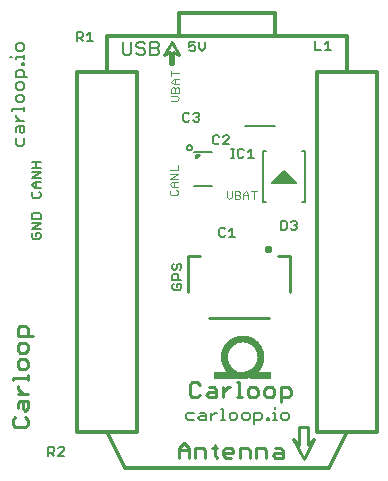
<source format=gto>
G75*
%MOIN*%
%OFA0B0*%
%FSLAX25Y25*%
%IPPOS*%
%LPD*%
%AMOC8*
5,1,8,0,0,1.08239X$1,22.5*
%
%ADD10C,0.01000*%
%ADD11C,0.00700*%
%ADD12C,0.00600*%
%ADD13C,0.00400*%
%ADD14C,0.01200*%
%ADD15C,0.00800*%
%ADD16C,0.01600*%
%ADD17C,0.00000*%
%ADD18C,0.00001*%
%ADD19C,0.00750*%
%ADD20C,0.00500*%
D10*
X0285919Y0219750D02*
X0285919Y0223086D01*
X0287587Y0224754D01*
X0289255Y0223086D01*
X0289255Y0219750D01*
X0291443Y0219750D02*
X0291443Y0223086D01*
X0293945Y0223086D01*
X0294779Y0222252D01*
X0294779Y0219750D01*
X0297802Y0220584D02*
X0298636Y0219750D01*
X0297802Y0220584D02*
X0297802Y0223920D01*
X0296968Y0223086D02*
X0298636Y0223086D01*
X0300651Y0222252D02*
X0300651Y0220584D01*
X0301485Y0219750D01*
X0303153Y0219750D01*
X0303987Y0221418D02*
X0300651Y0221418D01*
X0300651Y0222252D02*
X0301485Y0223086D01*
X0303153Y0223086D01*
X0303987Y0222252D01*
X0303987Y0221418D01*
X0306176Y0219750D02*
X0306176Y0223086D01*
X0308678Y0223086D01*
X0309512Y0222252D01*
X0309512Y0219750D01*
X0311701Y0219750D02*
X0311701Y0223086D01*
X0314203Y0223086D01*
X0315037Y0222252D01*
X0315037Y0219750D01*
X0317225Y0220584D02*
X0318059Y0221418D01*
X0320561Y0221418D01*
X0320561Y0222252D02*
X0320561Y0219750D01*
X0318059Y0219750D01*
X0317225Y0220584D01*
X0318059Y0223086D02*
X0319727Y0223086D01*
X0320561Y0222252D01*
X0324000Y0226000D02*
X0327500Y0219500D01*
X0331000Y0226000D01*
X0329000Y0224000D01*
X0329000Y0230000D01*
X0326000Y0230000D01*
X0326000Y0224000D01*
X0324000Y0226000D01*
X0319931Y0238332D02*
X0319931Y0243336D01*
X0322433Y0243336D01*
X0323267Y0242502D01*
X0323267Y0240834D01*
X0322433Y0240000D01*
X0319931Y0240000D01*
X0317742Y0240834D02*
X0317742Y0242502D01*
X0316908Y0243336D01*
X0315240Y0243336D01*
X0314406Y0242502D01*
X0314406Y0240834D01*
X0315240Y0240000D01*
X0316908Y0240000D01*
X0317742Y0240834D01*
X0312217Y0240834D02*
X0312217Y0242502D01*
X0311383Y0243336D01*
X0309715Y0243336D01*
X0308881Y0242502D01*
X0308881Y0240834D01*
X0309715Y0240000D01*
X0311383Y0240000D01*
X0312217Y0240834D01*
X0306866Y0240000D02*
X0305198Y0240000D01*
X0306032Y0240000D02*
X0306032Y0245004D01*
X0305198Y0245004D01*
X0303096Y0243336D02*
X0302262Y0243336D01*
X0300594Y0241668D01*
X0300594Y0240000D02*
X0300594Y0243336D01*
X0298406Y0242502D02*
X0298406Y0240000D01*
X0295903Y0240000D01*
X0295069Y0240834D01*
X0295903Y0241668D01*
X0298406Y0241668D01*
X0298406Y0242502D02*
X0297571Y0243336D01*
X0295903Y0243336D01*
X0292881Y0244170D02*
X0292047Y0245004D01*
X0290379Y0245004D01*
X0289545Y0244170D01*
X0289545Y0240834D01*
X0290379Y0240000D01*
X0292047Y0240000D01*
X0292881Y0240834D01*
X0289255Y0222252D02*
X0285919Y0222252D01*
X0235500Y0230879D02*
X0235500Y0232547D01*
X0234666Y0233381D01*
X0234666Y0235569D02*
X0233832Y0236403D01*
X0233832Y0238906D01*
X0232998Y0238906D02*
X0235500Y0238906D01*
X0235500Y0236403D01*
X0234666Y0235569D01*
X0232164Y0236403D02*
X0232164Y0238071D01*
X0232998Y0238906D01*
X0233832Y0241094D02*
X0232164Y0242762D01*
X0232164Y0243596D01*
X0232164Y0241094D02*
X0235500Y0241094D01*
X0235500Y0245698D02*
X0235500Y0247366D01*
X0235500Y0246532D02*
X0230496Y0246532D01*
X0230496Y0245698D01*
X0232998Y0249381D02*
X0234666Y0249381D01*
X0235500Y0250215D01*
X0235500Y0251883D01*
X0234666Y0252717D01*
X0232998Y0252717D01*
X0232164Y0251883D01*
X0232164Y0250215D01*
X0232998Y0249381D01*
X0232998Y0254906D02*
X0234666Y0254906D01*
X0235500Y0255740D01*
X0235500Y0257408D01*
X0234666Y0258242D01*
X0232998Y0258242D01*
X0232164Y0257408D01*
X0232164Y0255740D01*
X0232998Y0254906D01*
X0232164Y0260431D02*
X0232164Y0262933D01*
X0232998Y0263767D01*
X0234666Y0263767D01*
X0235500Y0262933D01*
X0235500Y0260431D01*
X0237168Y0260431D02*
X0232164Y0260431D01*
X0231330Y0233381D02*
X0230496Y0232547D01*
X0230496Y0230879D01*
X0231330Y0230045D01*
X0234666Y0230045D01*
X0235500Y0230879D01*
X0289000Y0275201D02*
X0289000Y0287000D01*
X0293000Y0287000D01*
X0319000Y0287000D02*
X0323000Y0287000D01*
X0323000Y0275201D01*
X0316000Y0266307D02*
X0296000Y0266307D01*
X0284000Y0351000D02*
X0284000Y0355000D01*
X0286000Y0354000D01*
X0283500Y0358500D01*
X0281000Y0354000D01*
X0283000Y0355000D01*
X0283000Y0351000D01*
X0284000Y0351000D01*
D11*
X0235418Y0346584D02*
X0231615Y0346584D01*
X0231615Y0348486D01*
X0232248Y0349120D01*
X0233516Y0349120D01*
X0234150Y0348486D01*
X0234150Y0346584D01*
X0233516Y0344976D02*
X0232248Y0344976D01*
X0231615Y0344342D01*
X0231615Y0343074D01*
X0232248Y0342441D01*
X0233516Y0342441D01*
X0234150Y0343074D01*
X0234150Y0344342D01*
X0233516Y0344976D01*
X0233516Y0340833D02*
X0232248Y0340833D01*
X0231615Y0340199D01*
X0231615Y0338931D01*
X0232248Y0338297D01*
X0233516Y0338297D01*
X0234150Y0338931D01*
X0234150Y0340199D01*
X0233516Y0340833D01*
X0234150Y0336802D02*
X0234150Y0335535D01*
X0234150Y0336169D02*
X0230347Y0336169D01*
X0230347Y0335535D01*
X0231615Y0333983D02*
X0231615Y0333349D01*
X0232882Y0332082D01*
X0231615Y0332082D02*
X0234150Y0332082D01*
X0234150Y0330474D02*
X0234150Y0328572D01*
X0233516Y0327938D01*
X0232882Y0328572D01*
X0232882Y0330474D01*
X0232248Y0330474D02*
X0234150Y0330474D01*
X0232248Y0330474D02*
X0231615Y0329840D01*
X0231615Y0328572D01*
X0231615Y0326330D02*
X0231615Y0324429D01*
X0232248Y0323795D01*
X0233516Y0323795D01*
X0234150Y0324429D01*
X0234150Y0326330D01*
X0234150Y0350728D02*
X0234150Y0351362D01*
X0233516Y0351362D01*
X0233516Y0350728D01*
X0234150Y0350728D01*
X0234150Y0352799D02*
X0234150Y0354067D01*
X0234150Y0353433D02*
X0231615Y0353433D01*
X0231615Y0352799D01*
X0230347Y0353433D02*
X0229713Y0353433D01*
X0232248Y0355562D02*
X0233516Y0355562D01*
X0234150Y0356196D01*
X0234150Y0357463D01*
X0233516Y0358097D01*
X0232248Y0358097D01*
X0231615Y0357463D01*
X0231615Y0356196D01*
X0232248Y0355562D01*
X0300035Y0236153D02*
X0300669Y0236153D01*
X0300669Y0232350D01*
X0301302Y0232350D02*
X0300035Y0232350D01*
X0302797Y0232984D02*
X0303431Y0232350D01*
X0304699Y0232350D01*
X0305333Y0232984D01*
X0305333Y0234252D01*
X0304699Y0234885D01*
X0303431Y0234885D01*
X0302797Y0234252D01*
X0302797Y0232984D01*
X0306941Y0232984D02*
X0307574Y0232350D01*
X0308842Y0232350D01*
X0309476Y0232984D01*
X0309476Y0234252D01*
X0308842Y0234885D01*
X0307574Y0234885D01*
X0306941Y0234252D01*
X0306941Y0232984D01*
X0311084Y0232350D02*
X0312986Y0232350D01*
X0313620Y0232984D01*
X0313620Y0234252D01*
X0312986Y0234885D01*
X0311084Y0234885D01*
X0311084Y0231082D01*
X0315228Y0232350D02*
X0315862Y0232350D01*
X0315862Y0232984D01*
X0315228Y0232984D01*
X0315228Y0232350D01*
X0317299Y0232350D02*
X0318567Y0232350D01*
X0317933Y0232350D02*
X0317933Y0234885D01*
X0317299Y0234885D01*
X0317933Y0236153D02*
X0317933Y0236787D01*
X0320062Y0234252D02*
X0320062Y0232984D01*
X0320696Y0232350D01*
X0321963Y0232350D01*
X0322597Y0232984D01*
X0322597Y0234252D01*
X0321963Y0234885D01*
X0320696Y0234885D01*
X0320062Y0234252D01*
X0298483Y0234885D02*
X0297849Y0234885D01*
X0296582Y0233618D01*
X0296582Y0234885D02*
X0296582Y0232350D01*
X0294974Y0232350D02*
X0293072Y0232350D01*
X0292438Y0232984D01*
X0293072Y0233618D01*
X0294974Y0233618D01*
X0294974Y0234252D02*
X0294974Y0232350D01*
X0294974Y0234252D02*
X0294340Y0234885D01*
X0293072Y0234885D01*
X0290830Y0234885D02*
X0288929Y0234885D01*
X0288295Y0234252D01*
X0288295Y0232984D01*
X0288929Y0232350D01*
X0290830Y0232350D01*
D12*
X0242300Y0223553D02*
X0242300Y0220550D01*
X0242300Y0221551D02*
X0243801Y0221551D01*
X0244302Y0222051D01*
X0244302Y0223052D01*
X0243801Y0223553D01*
X0242300Y0223553D01*
X0243301Y0221551D02*
X0244302Y0220550D01*
X0245615Y0220550D02*
X0247617Y0222552D01*
X0247617Y0223052D01*
X0247116Y0223553D01*
X0246115Y0223553D01*
X0245615Y0223052D01*
X0245615Y0220550D02*
X0247617Y0220550D01*
X0284198Y0275800D02*
X0286200Y0275800D01*
X0286700Y0276300D01*
X0286700Y0277301D01*
X0286200Y0277802D01*
X0285199Y0277802D01*
X0285199Y0276801D01*
X0284198Y0277802D02*
X0283697Y0277301D01*
X0283697Y0276300D01*
X0284198Y0275800D01*
X0283697Y0279115D02*
X0283697Y0280616D01*
X0284198Y0281117D01*
X0285199Y0281117D01*
X0285699Y0280616D01*
X0285699Y0279115D01*
X0286700Y0279115D02*
X0283697Y0279115D01*
X0284198Y0282430D02*
X0284698Y0282430D01*
X0285199Y0282930D01*
X0285199Y0283931D01*
X0285699Y0284431D01*
X0286200Y0284431D01*
X0286700Y0283931D01*
X0286700Y0282930D01*
X0286200Y0282430D01*
X0284198Y0282430D02*
X0283697Y0282930D01*
X0283697Y0283931D01*
X0284198Y0284431D01*
X0299300Y0294050D02*
X0299800Y0293550D01*
X0300801Y0293550D01*
X0301302Y0294050D01*
X0302615Y0293550D02*
X0304617Y0293550D01*
X0303616Y0293550D02*
X0303616Y0296553D01*
X0302615Y0295552D01*
X0301302Y0296052D02*
X0300801Y0296553D01*
X0299800Y0296553D01*
X0299300Y0296052D01*
X0299300Y0294050D01*
X0319800Y0295800D02*
X0321301Y0295800D01*
X0321802Y0296300D01*
X0321802Y0298302D01*
X0321301Y0298803D01*
X0319800Y0298803D01*
X0319800Y0295800D01*
X0323115Y0296300D02*
X0323615Y0295800D01*
X0324616Y0295800D01*
X0325117Y0296300D01*
X0325117Y0296801D01*
X0324616Y0297301D01*
X0324116Y0297301D01*
X0324616Y0297301D02*
X0325117Y0297802D01*
X0325117Y0298302D01*
X0324616Y0298803D01*
X0323615Y0298803D01*
X0323115Y0298302D01*
X0310874Y0319796D02*
X0308872Y0319796D01*
X0309873Y0319796D02*
X0309873Y0322799D01*
X0308872Y0321798D01*
X0307559Y0322298D02*
X0307058Y0322799D01*
X0306058Y0322799D01*
X0305557Y0322298D01*
X0305557Y0320296D01*
X0306058Y0319796D01*
X0307058Y0319796D01*
X0307559Y0320296D01*
X0304348Y0319796D02*
X0303347Y0319796D01*
X0303848Y0319796D02*
X0303848Y0322799D01*
X0304348Y0322799D02*
X0303347Y0322799D01*
X0302617Y0324300D02*
X0300615Y0324300D01*
X0302617Y0326302D01*
X0302617Y0326802D01*
X0302116Y0327303D01*
X0301115Y0327303D01*
X0300615Y0326802D01*
X0299302Y0326802D02*
X0298801Y0327303D01*
X0297800Y0327303D01*
X0297300Y0326802D01*
X0297300Y0324800D01*
X0297800Y0324300D01*
X0298801Y0324300D01*
X0299302Y0324800D01*
X0292116Y0331800D02*
X0291115Y0331800D01*
X0290615Y0332300D01*
X0289302Y0332300D02*
X0288801Y0331800D01*
X0287800Y0331800D01*
X0287300Y0332300D01*
X0287300Y0334302D01*
X0287800Y0334803D01*
X0288801Y0334803D01*
X0289302Y0334302D01*
X0290615Y0334302D02*
X0291115Y0334803D01*
X0292116Y0334803D01*
X0292617Y0334302D01*
X0292617Y0333802D01*
X0292116Y0333301D01*
X0292617Y0332801D01*
X0292617Y0332300D01*
X0292116Y0331800D01*
X0292116Y0333301D02*
X0291616Y0333301D01*
X0290801Y0355300D02*
X0289800Y0355300D01*
X0289300Y0355800D01*
X0289300Y0356801D02*
X0290301Y0357302D01*
X0290801Y0357302D01*
X0291302Y0356801D01*
X0291302Y0355800D01*
X0290801Y0355300D01*
X0292615Y0356301D02*
X0293616Y0355300D01*
X0294617Y0356301D01*
X0294617Y0358303D01*
X0292615Y0358303D02*
X0292615Y0356301D01*
X0291302Y0358303D02*
X0289300Y0358303D01*
X0289300Y0356801D01*
X0257117Y0358800D02*
X0255115Y0358800D01*
X0256116Y0358800D02*
X0256116Y0361803D01*
X0255115Y0360802D01*
X0253802Y0361302D02*
X0253802Y0360301D01*
X0253301Y0359801D01*
X0251800Y0359801D01*
X0252801Y0359801D02*
X0253802Y0358800D01*
X0251800Y0358800D02*
X0251800Y0361803D01*
X0253301Y0361803D01*
X0253802Y0361302D01*
X0239800Y0318487D02*
X0236797Y0318487D01*
X0238299Y0318487D02*
X0238299Y0316485D01*
X0239800Y0316485D02*
X0236797Y0316485D01*
X0236797Y0315172D02*
X0239800Y0315172D01*
X0236797Y0313170D01*
X0239800Y0313170D01*
X0239800Y0311857D02*
X0237798Y0311857D01*
X0236797Y0310856D01*
X0237798Y0309855D01*
X0239800Y0309855D01*
X0239300Y0308542D02*
X0239800Y0308042D01*
X0239800Y0307041D01*
X0239300Y0306541D01*
X0237298Y0306541D01*
X0236797Y0307041D01*
X0236797Y0308042D01*
X0237298Y0308542D01*
X0238299Y0309855D02*
X0238299Y0311857D01*
X0239300Y0301487D02*
X0237298Y0301487D01*
X0236797Y0300986D01*
X0236797Y0299485D01*
X0239800Y0299485D01*
X0239800Y0300986D01*
X0239300Y0301487D01*
X0239800Y0298172D02*
X0236797Y0298172D01*
X0236797Y0296170D02*
X0239800Y0298172D01*
X0239800Y0296170D02*
X0236797Y0296170D01*
X0237298Y0294857D02*
X0236797Y0294357D01*
X0236797Y0293356D01*
X0237298Y0292856D01*
X0239300Y0292856D01*
X0239800Y0293356D01*
X0239800Y0294357D01*
X0239300Y0294857D01*
X0238299Y0294857D01*
X0238299Y0293856D01*
X0331300Y0355800D02*
X0331300Y0358803D01*
X0331300Y0355800D02*
X0333302Y0355800D01*
X0334615Y0355800D02*
X0336617Y0355800D01*
X0335616Y0355800D02*
X0335616Y0358803D01*
X0334615Y0357802D01*
D13*
X0286000Y0347954D02*
X0283398Y0347954D01*
X0283398Y0347087D02*
X0283398Y0348822D01*
X0284265Y0346060D02*
X0286000Y0346060D01*
X0284699Y0346060D02*
X0284699Y0344325D01*
X0284265Y0344325D02*
X0283398Y0345192D01*
X0284265Y0346060D01*
X0284265Y0344325D02*
X0286000Y0344325D01*
X0285566Y0343297D02*
X0286000Y0342863D01*
X0286000Y0341562D01*
X0283398Y0341562D01*
X0283398Y0342863D01*
X0283831Y0343297D01*
X0284265Y0343297D01*
X0284699Y0342863D01*
X0284699Y0341562D01*
X0285133Y0340535D02*
X0283398Y0340535D01*
X0285133Y0340535D02*
X0286000Y0339667D01*
X0285133Y0338800D01*
X0283398Y0338800D01*
X0284699Y0342863D02*
X0285133Y0343297D01*
X0285566Y0343297D01*
X0285500Y0317322D02*
X0285500Y0315587D01*
X0282898Y0315587D01*
X0282898Y0314560D02*
X0285500Y0314560D01*
X0282898Y0312825D01*
X0285500Y0312825D01*
X0285500Y0311797D02*
X0283765Y0311797D01*
X0282898Y0310930D01*
X0283765Y0310062D01*
X0285500Y0310062D01*
X0285066Y0309035D02*
X0285500Y0308601D01*
X0285500Y0307734D01*
X0285066Y0307300D01*
X0283331Y0307300D01*
X0282898Y0307734D01*
X0282898Y0308601D01*
X0283331Y0309035D01*
X0284199Y0310062D02*
X0284199Y0311797D01*
X0301800Y0308602D02*
X0301800Y0306867D01*
X0302667Y0306000D01*
X0303535Y0306867D01*
X0303535Y0308602D01*
X0304562Y0308602D02*
X0305863Y0308602D01*
X0306297Y0308169D01*
X0306297Y0307735D01*
X0305863Y0307301D01*
X0304562Y0307301D01*
X0304562Y0306000D02*
X0304562Y0308602D01*
X0305863Y0307301D02*
X0306297Y0306867D01*
X0306297Y0306434D01*
X0305863Y0306000D01*
X0304562Y0306000D01*
X0307325Y0306000D02*
X0307325Y0307735D01*
X0308192Y0308602D01*
X0309060Y0307735D01*
X0309060Y0306000D01*
X0309060Y0307301D02*
X0307325Y0307301D01*
X0310087Y0308602D02*
X0311822Y0308602D01*
X0310954Y0308602D02*
X0310954Y0306000D01*
D14*
X0332000Y0348500D02*
X0332000Y0228500D01*
X0342000Y0228500D01*
X0352000Y0228500D01*
X0352000Y0348500D01*
X0342000Y0348500D01*
X0332000Y0348500D01*
X0342000Y0348500D02*
X0342000Y0360500D01*
X0318000Y0360500D01*
X0318000Y0368000D01*
X0286000Y0368000D01*
X0286000Y0360500D01*
X0262000Y0360500D01*
X0262000Y0348500D01*
X0252000Y0348500D01*
X0252000Y0228500D01*
X0262000Y0228500D01*
X0272000Y0228500D01*
X0272000Y0348500D01*
X0262000Y0348500D01*
X0262000Y0360500D02*
X0342000Y0360500D01*
X0342000Y0228500D02*
X0336000Y0216500D01*
X0268000Y0216500D01*
X0262000Y0228500D01*
D15*
X0313992Y0304996D02*
X0313992Y0305075D01*
X0315016Y0305075D01*
X0313992Y0305075D02*
X0313992Y0322004D01*
X0315016Y0322004D01*
X0326906Y0322004D02*
X0328008Y0322004D01*
X0328008Y0305075D01*
X0326906Y0305075D01*
X0328008Y0305075D02*
X0328008Y0304996D01*
X0278460Y0354150D02*
X0276358Y0354150D01*
X0276358Y0358354D01*
X0278460Y0358354D01*
X0279160Y0357653D01*
X0279160Y0356952D01*
X0278460Y0356252D01*
X0276358Y0356252D01*
X0274556Y0355551D02*
X0273856Y0356252D01*
X0272455Y0356252D01*
X0271754Y0356952D01*
X0271754Y0357653D01*
X0272455Y0358354D01*
X0273856Y0358354D01*
X0274556Y0357653D01*
X0274556Y0355551D02*
X0274556Y0354851D01*
X0273856Y0354150D01*
X0272455Y0354150D01*
X0271754Y0354851D01*
X0269952Y0354851D02*
X0269952Y0358354D01*
X0267150Y0358354D02*
X0267150Y0354851D01*
X0267851Y0354150D01*
X0269252Y0354150D01*
X0269952Y0354851D01*
X0278460Y0354150D02*
X0279160Y0354851D01*
X0279160Y0355551D01*
X0278460Y0356252D01*
D16*
X0315273Y0289500D02*
X0315275Y0289540D01*
X0315281Y0289580D01*
X0315291Y0289620D01*
X0315304Y0289658D01*
X0315322Y0289694D01*
X0315342Y0289729D01*
X0315367Y0289761D01*
X0315394Y0289791D01*
X0315424Y0289818D01*
X0315456Y0289843D01*
X0315491Y0289863D01*
X0315527Y0289881D01*
X0315565Y0289894D01*
X0315605Y0289904D01*
X0315645Y0289910D01*
X0315685Y0289912D01*
X0315725Y0289910D01*
X0315765Y0289904D01*
X0315805Y0289894D01*
X0315843Y0289881D01*
X0315879Y0289863D01*
X0315914Y0289843D01*
X0315946Y0289818D01*
X0315976Y0289791D01*
X0316003Y0289761D01*
X0316028Y0289729D01*
X0316048Y0289694D01*
X0316066Y0289658D01*
X0316079Y0289620D01*
X0316089Y0289580D01*
X0316095Y0289540D01*
X0316097Y0289500D01*
X0316095Y0289460D01*
X0316089Y0289420D01*
X0316079Y0289380D01*
X0316066Y0289342D01*
X0316048Y0289306D01*
X0316028Y0289271D01*
X0316003Y0289239D01*
X0315976Y0289209D01*
X0315946Y0289182D01*
X0315914Y0289157D01*
X0315879Y0289137D01*
X0315843Y0289119D01*
X0315805Y0289106D01*
X0315765Y0289096D01*
X0315725Y0289090D01*
X0315685Y0289088D01*
X0315645Y0289090D01*
X0315605Y0289096D01*
X0315565Y0289106D01*
X0315527Y0289119D01*
X0315491Y0289137D01*
X0315456Y0289157D01*
X0315424Y0289182D01*
X0315394Y0289209D01*
X0315367Y0289239D01*
X0315342Y0289271D01*
X0315322Y0289306D01*
X0315304Y0289342D01*
X0315291Y0289380D01*
X0315281Y0289420D01*
X0315275Y0289460D01*
X0315273Y0289500D01*
D17*
X0308112Y0260435D02*
X0306998Y0260523D01*
X0307002Y0260521D01*
X0305890Y0260433D01*
X0304832Y0260179D01*
X0303808Y0259755D01*
X0302874Y0259181D01*
X0302036Y0258465D01*
X0301320Y0257627D01*
X0300746Y0256693D01*
X0300322Y0255669D01*
X0300068Y0254611D01*
X0299980Y0253497D01*
X0300054Y0252465D01*
X0300278Y0251455D01*
X0300650Y0250491D01*
X0301162Y0249591D01*
X0301800Y0248777D01*
X0304900Y0248777D01*
X0303880Y0249383D01*
X0303024Y0250205D01*
X0302378Y0251201D01*
X0301976Y0252317D01*
X0301840Y0253497D01*
X0302092Y0255091D01*
X0302828Y0256527D01*
X0303970Y0257669D01*
X0305406Y0258405D01*
X0307000Y0258657D01*
X0308594Y0258405D01*
X0310030Y0257669D01*
X0311172Y0256527D01*
X0311908Y0255091D01*
X0312160Y0253497D01*
X0311908Y0251903D01*
X0311172Y0250467D01*
X0310030Y0249325D01*
X0308594Y0248589D01*
X0307000Y0248337D01*
X0297740Y0248337D01*
X0297740Y0246477D01*
X0307000Y0246477D01*
X0308112Y0246565D01*
X0309170Y0246819D01*
X0310194Y0247243D01*
X0311128Y0247817D01*
X0311966Y0248533D01*
X0312682Y0249371D01*
X0313256Y0250305D01*
X0313680Y0251329D01*
X0313934Y0252387D01*
X0314022Y0253501D01*
X0313934Y0254613D01*
X0313680Y0255671D01*
X0313256Y0256695D01*
X0312682Y0257629D01*
X0311966Y0258467D01*
X0311128Y0259183D01*
X0310194Y0259757D01*
X0309170Y0260181D01*
X0308112Y0260435D01*
X0312480Y0248343D02*
X0312482Y0248341D01*
X0312450Y0248309D01*
X0312418Y0248277D01*
X0312386Y0248245D01*
X0312354Y0248213D01*
X0312322Y0248181D01*
X0311864Y0247759D01*
X0311374Y0247375D01*
X0310854Y0247033D01*
X0310308Y0246735D01*
X0309740Y0246483D01*
X0316260Y0246483D01*
X0316260Y0248343D01*
X0312480Y0248343D01*
D18*
X0316260Y0248343D01*
X0316260Y0248342D02*
X0312481Y0248342D01*
X0312482Y0248341D02*
X0316260Y0248341D01*
X0316260Y0248340D02*
X0312481Y0248340D01*
X0312480Y0248339D02*
X0316260Y0248339D01*
X0316260Y0248338D02*
X0312479Y0248338D01*
X0312478Y0248337D02*
X0316260Y0248337D01*
X0316260Y0248336D02*
X0312477Y0248336D01*
X0312476Y0248335D02*
X0316260Y0248335D01*
X0316260Y0248334D02*
X0312475Y0248334D01*
X0312474Y0248333D02*
X0316260Y0248333D01*
X0316260Y0248332D02*
X0312473Y0248332D01*
X0312472Y0248331D02*
X0316260Y0248331D01*
X0316260Y0248330D02*
X0312471Y0248330D01*
X0312470Y0248329D02*
X0316260Y0248329D01*
X0316260Y0248328D02*
X0312469Y0248328D01*
X0312468Y0248327D02*
X0316260Y0248327D01*
X0316260Y0248326D02*
X0312467Y0248326D01*
X0312466Y0248325D02*
X0316260Y0248325D01*
X0316260Y0248324D02*
X0312465Y0248324D01*
X0312464Y0248323D02*
X0316260Y0248323D01*
X0316260Y0248322D02*
X0312463Y0248322D01*
X0312462Y0248321D02*
X0316260Y0248321D01*
X0316260Y0248320D02*
X0312461Y0248320D01*
X0312460Y0248319D02*
X0316260Y0248319D01*
X0316260Y0248318D02*
X0312459Y0248318D01*
X0312458Y0248317D02*
X0316260Y0248317D01*
X0316260Y0248316D02*
X0312457Y0248316D01*
X0312456Y0248315D02*
X0316260Y0248315D01*
X0316260Y0248314D02*
X0312455Y0248314D01*
X0312454Y0248313D02*
X0316260Y0248313D01*
X0316260Y0248312D02*
X0312453Y0248312D01*
X0312452Y0248311D02*
X0316260Y0248311D01*
X0316260Y0248310D02*
X0312451Y0248310D01*
X0312450Y0248309D02*
X0316260Y0248309D01*
X0316260Y0248308D02*
X0312449Y0248308D01*
X0312448Y0248307D02*
X0316260Y0248307D01*
X0316260Y0248306D02*
X0312447Y0248306D01*
X0312446Y0248305D02*
X0316260Y0248305D01*
X0316260Y0248304D02*
X0312445Y0248304D01*
X0312444Y0248303D02*
X0316260Y0248303D01*
X0316260Y0248302D02*
X0312443Y0248302D01*
X0312442Y0248301D02*
X0316260Y0248301D01*
X0316260Y0248300D02*
X0312441Y0248300D01*
X0312440Y0248299D02*
X0316260Y0248299D01*
X0316260Y0248298D02*
X0312439Y0248298D01*
X0312438Y0248297D02*
X0316260Y0248297D01*
X0316260Y0248296D02*
X0312437Y0248296D01*
X0312436Y0248295D02*
X0316260Y0248295D01*
X0316260Y0248294D02*
X0312435Y0248294D01*
X0312434Y0248293D02*
X0316260Y0248293D01*
X0316260Y0248292D02*
X0312433Y0248292D01*
X0312432Y0248291D02*
X0316260Y0248291D01*
X0316260Y0248290D02*
X0312431Y0248290D01*
X0312430Y0248289D02*
X0316260Y0248289D01*
X0316260Y0248288D02*
X0312429Y0248288D01*
X0312428Y0248287D02*
X0316260Y0248287D01*
X0316260Y0248286D02*
X0312427Y0248286D01*
X0312426Y0248285D02*
X0316260Y0248285D01*
X0316260Y0248284D02*
X0312425Y0248284D01*
X0312424Y0248283D02*
X0316260Y0248283D01*
X0316260Y0248282D02*
X0312423Y0248282D01*
X0312422Y0248281D02*
X0316260Y0248281D01*
X0312422Y0248281D01*
X0312421Y0248280D02*
X0316260Y0248280D01*
X0316260Y0248279D02*
X0312420Y0248279D01*
X0312419Y0248278D02*
X0316260Y0248278D01*
X0316260Y0248277D02*
X0312418Y0248277D01*
X0312417Y0248276D02*
X0316260Y0248276D01*
X0316260Y0248275D02*
X0312416Y0248275D01*
X0312415Y0248274D02*
X0316260Y0248274D01*
X0316260Y0248273D02*
X0312414Y0248273D01*
X0312413Y0248272D02*
X0316260Y0248272D01*
X0316260Y0248271D02*
X0312412Y0248271D01*
X0312411Y0248270D02*
X0316260Y0248270D01*
X0316260Y0248269D02*
X0312410Y0248269D01*
X0312409Y0248268D02*
X0316260Y0248268D01*
X0316260Y0248267D02*
X0312408Y0248267D01*
X0312407Y0248266D02*
X0316260Y0248266D01*
X0316260Y0248265D02*
X0312406Y0248265D01*
X0312405Y0248264D02*
X0316260Y0248264D01*
X0316260Y0248263D02*
X0312404Y0248263D01*
X0312403Y0248262D02*
X0316260Y0248262D01*
X0316260Y0248261D02*
X0312402Y0248261D01*
X0312401Y0248260D02*
X0316260Y0248260D01*
X0316260Y0248259D02*
X0312400Y0248259D01*
X0312399Y0248258D02*
X0316260Y0248258D01*
X0316260Y0248257D02*
X0312398Y0248257D01*
X0312397Y0248256D02*
X0316260Y0248256D01*
X0316260Y0248255D02*
X0312396Y0248255D01*
X0312395Y0248254D02*
X0316260Y0248254D01*
X0316260Y0248253D02*
X0312394Y0248253D01*
X0312393Y0248252D02*
X0316260Y0248252D01*
X0316260Y0248251D02*
X0312392Y0248251D01*
X0312391Y0248250D02*
X0316260Y0248250D01*
X0316260Y0248249D02*
X0312390Y0248249D01*
X0312389Y0248248D02*
X0316260Y0248248D01*
X0316260Y0248247D02*
X0312388Y0248247D01*
X0312387Y0248246D02*
X0316260Y0248246D01*
X0316260Y0248245D02*
X0312386Y0248245D01*
X0312385Y0248244D02*
X0316260Y0248244D01*
X0316260Y0248243D02*
X0312384Y0248243D01*
X0312383Y0248242D02*
X0316260Y0248242D01*
X0316260Y0248241D02*
X0312382Y0248241D01*
X0312381Y0248240D02*
X0316260Y0248240D01*
X0316260Y0248239D02*
X0312380Y0248239D01*
X0312379Y0248238D02*
X0316260Y0248238D01*
X0316260Y0248237D02*
X0312378Y0248237D01*
X0312377Y0248236D02*
X0316260Y0248236D01*
X0316260Y0248235D02*
X0312376Y0248235D01*
X0312375Y0248234D02*
X0316260Y0248234D01*
X0316260Y0248233D02*
X0312374Y0248233D01*
X0312373Y0248232D02*
X0316260Y0248232D01*
X0316260Y0248231D02*
X0312372Y0248231D01*
X0312371Y0248230D02*
X0316260Y0248230D01*
X0316260Y0248229D02*
X0312370Y0248229D01*
X0312369Y0248228D02*
X0316260Y0248228D01*
X0316260Y0248227D02*
X0312368Y0248227D01*
X0312367Y0248226D02*
X0316260Y0248226D01*
X0316260Y0248225D02*
X0312366Y0248225D01*
X0312365Y0248224D02*
X0316260Y0248224D01*
X0316260Y0248223D02*
X0312364Y0248223D01*
X0312363Y0248222D02*
X0316260Y0248222D01*
X0316260Y0248221D02*
X0312362Y0248221D01*
X0312361Y0248220D02*
X0316260Y0248220D01*
X0316260Y0248219D02*
X0312360Y0248219D01*
X0312359Y0248219D02*
X0316260Y0248219D01*
X0316260Y0248218D02*
X0312359Y0248218D01*
X0312358Y0248217D02*
X0316260Y0248217D01*
X0316260Y0248216D02*
X0312357Y0248216D01*
X0312356Y0248215D02*
X0316260Y0248215D01*
X0316260Y0248214D02*
X0312355Y0248214D01*
X0312354Y0248213D02*
X0316260Y0248213D01*
X0316260Y0248212D02*
X0312353Y0248212D01*
X0312352Y0248211D02*
X0316260Y0248211D01*
X0316260Y0248210D02*
X0312351Y0248210D01*
X0312350Y0248209D02*
X0316260Y0248209D01*
X0316260Y0248208D02*
X0312349Y0248208D01*
X0312348Y0248207D02*
X0316260Y0248207D01*
X0316260Y0248206D02*
X0312347Y0248206D01*
X0312346Y0248205D02*
X0316260Y0248205D01*
X0316260Y0248204D02*
X0312345Y0248204D01*
X0312344Y0248203D02*
X0316260Y0248203D01*
X0316260Y0248202D02*
X0312343Y0248202D01*
X0312342Y0248201D02*
X0316260Y0248201D01*
X0316260Y0248200D02*
X0312341Y0248200D01*
X0312340Y0248199D02*
X0316260Y0248199D01*
X0316260Y0248198D02*
X0312339Y0248198D01*
X0312338Y0248197D02*
X0316260Y0248197D01*
X0316260Y0248196D02*
X0312337Y0248196D01*
X0312336Y0248195D02*
X0316260Y0248195D01*
X0316260Y0248194D02*
X0312335Y0248194D01*
X0312334Y0248193D02*
X0316260Y0248193D01*
X0316260Y0248192D02*
X0312333Y0248192D01*
X0312332Y0248191D02*
X0316260Y0248191D01*
X0316260Y0248190D02*
X0312331Y0248190D01*
X0312330Y0248189D02*
X0316260Y0248189D01*
X0316260Y0248188D02*
X0312329Y0248188D01*
X0312328Y0248187D02*
X0316260Y0248187D01*
X0316260Y0248186D02*
X0312327Y0248186D01*
X0312326Y0248185D02*
X0316260Y0248185D01*
X0316260Y0248184D02*
X0312325Y0248184D01*
X0312324Y0248183D02*
X0316260Y0248183D01*
X0316260Y0248182D02*
X0312323Y0248182D01*
X0312322Y0248181D02*
X0316260Y0248181D01*
X0316260Y0248180D02*
X0312321Y0248180D01*
X0312320Y0248179D02*
X0316260Y0248179D01*
X0316260Y0248178D02*
X0312319Y0248178D01*
X0312318Y0248177D02*
X0316260Y0248177D01*
X0316260Y0248176D02*
X0312317Y0248176D01*
X0312316Y0248175D02*
X0316260Y0248175D01*
X0316260Y0248174D02*
X0312315Y0248174D01*
X0312314Y0248173D02*
X0316260Y0248173D01*
X0316260Y0248172D02*
X0312313Y0248172D01*
X0312311Y0248171D02*
X0316260Y0248171D01*
X0316260Y0248170D02*
X0312310Y0248170D01*
X0312309Y0248169D02*
X0316260Y0248169D01*
X0316260Y0248168D02*
X0312308Y0248168D01*
X0312307Y0248167D02*
X0316260Y0248167D01*
X0316260Y0248166D02*
X0312306Y0248166D01*
X0312305Y0248165D02*
X0316260Y0248165D01*
X0316260Y0248164D02*
X0312304Y0248164D01*
X0312303Y0248163D02*
X0316260Y0248163D01*
X0316260Y0248162D02*
X0312302Y0248162D01*
X0312301Y0248161D02*
X0316260Y0248161D01*
X0316260Y0248160D02*
X0312300Y0248160D01*
X0312299Y0248159D02*
X0316260Y0248159D01*
X0316260Y0248158D02*
X0312298Y0248158D01*
X0312296Y0248157D02*
X0316260Y0248157D01*
X0316260Y0248156D02*
X0312295Y0248156D01*
X0312294Y0248156D02*
X0316260Y0248156D01*
X0316260Y0248155D02*
X0312293Y0248155D01*
X0312292Y0248154D02*
X0316260Y0248154D01*
X0316260Y0248153D02*
X0312291Y0248153D01*
X0312290Y0248152D02*
X0316260Y0248152D01*
X0316260Y0248151D02*
X0312289Y0248151D01*
X0312288Y0248150D02*
X0316260Y0248150D01*
X0316260Y0248149D02*
X0312287Y0248149D01*
X0312286Y0248148D02*
X0316260Y0248148D01*
X0316260Y0248147D02*
X0312285Y0248147D01*
X0312284Y0248146D02*
X0316260Y0248146D01*
X0316260Y0248145D02*
X0312283Y0248145D01*
X0312282Y0248144D02*
X0316260Y0248144D01*
X0316260Y0248143D02*
X0312280Y0248143D01*
X0312279Y0248142D02*
X0316260Y0248142D01*
X0316260Y0248141D02*
X0312278Y0248141D01*
X0312277Y0248140D02*
X0316260Y0248140D01*
X0316260Y0248139D02*
X0312276Y0248139D01*
X0312275Y0248138D02*
X0316260Y0248138D01*
X0316260Y0248137D02*
X0312274Y0248137D01*
X0312273Y0248136D02*
X0316260Y0248136D01*
X0316260Y0248135D02*
X0312272Y0248135D01*
X0312271Y0248134D02*
X0316260Y0248134D01*
X0316260Y0248133D02*
X0312270Y0248133D01*
X0312269Y0248132D02*
X0316260Y0248132D01*
X0316260Y0248131D02*
X0312268Y0248131D01*
X0312267Y0248130D02*
X0316260Y0248130D01*
X0316260Y0248129D02*
X0312265Y0248129D01*
X0312264Y0248128D02*
X0316260Y0248128D01*
X0316260Y0248127D02*
X0312263Y0248127D01*
X0312262Y0248126D02*
X0316260Y0248126D01*
X0316260Y0248125D02*
X0312261Y0248125D01*
X0312260Y0248124D02*
X0316260Y0248124D01*
X0316260Y0248123D02*
X0312259Y0248123D01*
X0312258Y0248122D02*
X0316260Y0248122D01*
X0316260Y0248121D02*
X0312257Y0248121D01*
X0312256Y0248120D02*
X0316260Y0248120D01*
X0316260Y0248119D02*
X0312255Y0248119D01*
X0312254Y0248118D02*
X0316260Y0248118D01*
X0316260Y0248117D02*
X0312253Y0248117D01*
X0312252Y0248116D02*
X0316260Y0248116D01*
X0316260Y0248115D02*
X0312251Y0248115D01*
X0312249Y0248114D02*
X0316260Y0248114D01*
X0316260Y0248113D02*
X0312248Y0248113D01*
X0312247Y0248112D02*
X0316260Y0248112D01*
X0316260Y0248111D02*
X0312246Y0248111D01*
X0312245Y0248110D02*
X0316260Y0248110D01*
X0316260Y0248109D02*
X0312244Y0248109D01*
X0312243Y0248108D02*
X0316260Y0248108D01*
X0316260Y0248107D02*
X0312242Y0248107D01*
X0312241Y0248106D02*
X0316260Y0248106D01*
X0316260Y0248105D02*
X0312240Y0248105D01*
X0312239Y0248104D02*
X0316260Y0248104D01*
X0316260Y0248103D02*
X0312238Y0248103D01*
X0312237Y0248102D02*
X0316260Y0248102D01*
X0316260Y0248101D02*
X0312236Y0248101D01*
X0312235Y0248100D02*
X0316260Y0248100D01*
X0316260Y0248099D02*
X0312233Y0248099D01*
X0312232Y0248098D02*
X0316260Y0248098D01*
X0316260Y0248097D02*
X0312231Y0248097D01*
X0312230Y0248096D02*
X0316260Y0248096D01*
X0316260Y0248095D02*
X0312229Y0248095D01*
X0312228Y0248094D02*
X0316260Y0248094D01*
X0312227Y0248094D01*
X0312226Y0248093D02*
X0316260Y0248093D01*
X0316260Y0248092D02*
X0312225Y0248092D01*
X0312224Y0248091D02*
X0316260Y0248091D01*
X0316260Y0248090D02*
X0312223Y0248090D01*
X0312222Y0248089D02*
X0316260Y0248089D01*
X0316260Y0248088D02*
X0312221Y0248088D01*
X0312220Y0248087D02*
X0316260Y0248087D01*
X0316260Y0248086D02*
X0312218Y0248086D01*
X0312217Y0248085D02*
X0316260Y0248085D01*
X0316260Y0248084D02*
X0312216Y0248084D01*
X0312215Y0248083D02*
X0316260Y0248083D01*
X0316260Y0248082D02*
X0312214Y0248082D01*
X0312213Y0248081D02*
X0316260Y0248081D01*
X0316260Y0248080D02*
X0312212Y0248080D01*
X0312211Y0248079D02*
X0316260Y0248079D01*
X0316260Y0248078D02*
X0312210Y0248078D01*
X0312209Y0248077D02*
X0316260Y0248077D01*
X0316260Y0248076D02*
X0312208Y0248076D01*
X0312207Y0248075D02*
X0316260Y0248075D01*
X0316260Y0248074D02*
X0312206Y0248074D01*
X0312205Y0248073D02*
X0316260Y0248073D01*
X0316260Y0248072D02*
X0312204Y0248072D01*
X0312202Y0248071D02*
X0316260Y0248071D01*
X0316260Y0248070D02*
X0312201Y0248070D01*
X0312200Y0248069D02*
X0316260Y0248069D01*
X0316260Y0248068D02*
X0312199Y0248068D01*
X0312198Y0248067D02*
X0316260Y0248067D01*
X0316260Y0248066D02*
X0312197Y0248066D01*
X0312196Y0248065D02*
X0316260Y0248065D01*
X0316260Y0248064D02*
X0312195Y0248064D01*
X0312194Y0248063D02*
X0316260Y0248063D01*
X0316260Y0248062D02*
X0312193Y0248062D01*
X0312192Y0248061D02*
X0316260Y0248061D01*
X0316260Y0248060D02*
X0312191Y0248060D01*
X0312190Y0248059D02*
X0316260Y0248059D01*
X0316260Y0248058D02*
X0312189Y0248058D01*
X0312188Y0248057D02*
X0316260Y0248057D01*
X0316260Y0248056D02*
X0312186Y0248056D01*
X0312185Y0248055D02*
X0316260Y0248055D01*
X0316260Y0248054D02*
X0312184Y0248054D01*
X0312183Y0248053D02*
X0316260Y0248053D01*
X0316260Y0248052D02*
X0312182Y0248052D01*
X0312181Y0248051D02*
X0316260Y0248051D01*
X0316260Y0248050D02*
X0312180Y0248050D01*
X0312179Y0248049D02*
X0316260Y0248049D01*
X0316260Y0248048D02*
X0312178Y0248048D01*
X0312177Y0248047D02*
X0316260Y0248047D01*
X0316260Y0248046D02*
X0312176Y0248046D01*
X0312175Y0248045D02*
X0316260Y0248045D01*
X0316260Y0248044D02*
X0312174Y0248044D01*
X0312173Y0248043D02*
X0316260Y0248043D01*
X0316260Y0248042D02*
X0312171Y0248042D01*
X0312170Y0248041D02*
X0316260Y0248041D01*
X0316260Y0248040D02*
X0312169Y0248040D01*
X0312168Y0248039D02*
X0316260Y0248039D01*
X0316260Y0248038D02*
X0312167Y0248038D01*
X0312166Y0248037D02*
X0316260Y0248037D01*
X0316260Y0248036D02*
X0312165Y0248036D01*
X0312164Y0248035D02*
X0316260Y0248035D01*
X0316260Y0248034D02*
X0312163Y0248034D01*
X0312162Y0248033D02*
X0316260Y0248033D01*
X0316260Y0248032D02*
X0312161Y0248032D01*
X0312160Y0248031D02*
X0316260Y0248031D01*
X0312159Y0248031D01*
X0312158Y0248030D02*
X0316260Y0248030D01*
X0316260Y0248029D02*
X0312157Y0248029D01*
X0312155Y0248028D02*
X0316260Y0248028D01*
X0316260Y0248027D02*
X0312154Y0248027D01*
X0312153Y0248026D02*
X0316260Y0248026D01*
X0316260Y0248025D02*
X0312152Y0248025D01*
X0312151Y0248024D02*
X0316260Y0248024D01*
X0316260Y0248023D02*
X0312150Y0248023D01*
X0312149Y0248022D02*
X0316260Y0248022D01*
X0316260Y0248021D02*
X0312148Y0248021D01*
X0312147Y0248020D02*
X0316260Y0248020D01*
X0316260Y0248019D02*
X0312146Y0248019D01*
X0312145Y0248018D02*
X0316260Y0248018D01*
X0316260Y0248017D02*
X0312144Y0248017D01*
X0312143Y0248016D02*
X0316260Y0248016D01*
X0316260Y0248015D02*
X0312142Y0248015D01*
X0312141Y0248014D02*
X0316260Y0248014D01*
X0316260Y0248013D02*
X0312139Y0248013D01*
X0312138Y0248012D02*
X0316260Y0248012D01*
X0316260Y0248011D02*
X0312137Y0248011D01*
X0312136Y0248010D02*
X0316260Y0248010D01*
X0316260Y0248009D02*
X0312135Y0248009D01*
X0312134Y0248008D02*
X0316260Y0248008D01*
X0316260Y0248007D02*
X0312133Y0248007D01*
X0312132Y0248006D02*
X0316260Y0248006D01*
X0316260Y0248005D02*
X0312131Y0248005D01*
X0312130Y0248004D02*
X0316260Y0248004D01*
X0316260Y0248003D02*
X0312129Y0248003D01*
X0312128Y0248002D02*
X0316260Y0248002D01*
X0316260Y0248001D02*
X0312127Y0248001D01*
X0312126Y0248000D02*
X0316260Y0248000D01*
X0316260Y0247999D02*
X0312124Y0247999D01*
X0312123Y0247998D02*
X0316260Y0247998D01*
X0316260Y0247997D02*
X0312122Y0247997D01*
X0312121Y0247996D02*
X0316260Y0247996D01*
X0316260Y0247995D02*
X0312120Y0247995D01*
X0312119Y0247994D02*
X0316260Y0247994D01*
X0316260Y0247993D02*
X0312118Y0247993D01*
X0312117Y0247992D02*
X0316260Y0247992D01*
X0316260Y0247991D02*
X0312116Y0247991D01*
X0312115Y0247990D02*
X0316260Y0247990D01*
X0316260Y0247989D02*
X0312114Y0247989D01*
X0312113Y0247988D02*
X0316260Y0247988D01*
X0316260Y0247987D02*
X0312112Y0247987D01*
X0312111Y0247986D02*
X0316260Y0247986D01*
X0316260Y0247985D02*
X0312110Y0247985D01*
X0312108Y0247984D02*
X0316260Y0247984D01*
X0316260Y0247983D02*
X0312107Y0247983D01*
X0312106Y0247982D02*
X0316260Y0247982D01*
X0316260Y0247981D02*
X0312105Y0247981D01*
X0312104Y0247980D02*
X0316260Y0247980D01*
X0316260Y0247979D02*
X0312103Y0247979D01*
X0312102Y0247978D02*
X0316260Y0247978D01*
X0316260Y0247977D02*
X0312101Y0247977D01*
X0312100Y0247976D02*
X0316260Y0247976D01*
X0316260Y0247975D02*
X0312099Y0247975D01*
X0312098Y0247974D02*
X0316260Y0247974D01*
X0316260Y0247973D02*
X0312097Y0247973D01*
X0312096Y0247972D02*
X0316260Y0247972D01*
X0316260Y0247971D02*
X0312095Y0247971D01*
X0312094Y0247970D02*
X0316260Y0247970D01*
X0316260Y0247969D02*
X0312092Y0247969D01*
X0312091Y0247969D02*
X0316260Y0247969D01*
X0316260Y0247968D02*
X0312090Y0247968D01*
X0312089Y0247967D02*
X0316260Y0247967D01*
X0316260Y0247966D02*
X0312088Y0247966D01*
X0312087Y0247965D02*
X0316260Y0247965D01*
X0316260Y0247964D02*
X0312086Y0247964D01*
X0312085Y0247963D02*
X0316260Y0247963D01*
X0316260Y0247962D02*
X0312084Y0247962D01*
X0312083Y0247961D02*
X0316260Y0247961D01*
X0316260Y0247960D02*
X0312082Y0247960D01*
X0312081Y0247959D02*
X0316260Y0247959D01*
X0316260Y0247958D02*
X0312080Y0247958D01*
X0312079Y0247957D02*
X0316260Y0247957D01*
X0316260Y0247956D02*
X0312077Y0247956D01*
X0312076Y0247955D02*
X0316260Y0247955D01*
X0316260Y0247954D02*
X0312075Y0247954D01*
X0312074Y0247953D02*
X0316260Y0247953D01*
X0316260Y0247952D02*
X0312073Y0247952D01*
X0312072Y0247951D02*
X0316260Y0247951D01*
X0316260Y0247950D02*
X0312071Y0247950D01*
X0312070Y0247949D02*
X0316260Y0247949D01*
X0316260Y0247948D02*
X0312069Y0247948D01*
X0312068Y0247947D02*
X0316260Y0247947D01*
X0316260Y0247946D02*
X0312067Y0247946D01*
X0312066Y0247945D02*
X0316260Y0247945D01*
X0316260Y0247944D02*
X0312065Y0247944D01*
X0312064Y0247943D02*
X0316260Y0247943D01*
X0316260Y0247942D02*
X0312063Y0247942D01*
X0312061Y0247941D02*
X0316260Y0247941D01*
X0316260Y0247940D02*
X0312060Y0247940D01*
X0312059Y0247939D02*
X0316260Y0247939D01*
X0316260Y0247938D02*
X0312058Y0247938D01*
X0312057Y0247937D02*
X0316260Y0247937D01*
X0316260Y0247936D02*
X0312056Y0247936D01*
X0312055Y0247935D02*
X0316260Y0247935D01*
X0316260Y0247934D02*
X0312054Y0247934D01*
X0312053Y0247933D02*
X0316260Y0247933D01*
X0316260Y0247932D02*
X0312052Y0247932D01*
X0312051Y0247931D02*
X0316260Y0247931D01*
X0316260Y0247930D02*
X0312050Y0247930D01*
X0312049Y0247929D02*
X0316260Y0247929D01*
X0316260Y0247928D02*
X0312048Y0247928D01*
X0312047Y0247927D02*
X0316260Y0247927D01*
X0316260Y0247926D02*
X0312045Y0247926D01*
X0312044Y0247925D02*
X0316260Y0247925D01*
X0316260Y0247924D02*
X0312043Y0247924D01*
X0312042Y0247923D02*
X0316260Y0247923D01*
X0316260Y0247922D02*
X0312041Y0247922D01*
X0312040Y0247921D02*
X0316260Y0247921D01*
X0316260Y0247920D02*
X0312039Y0247920D01*
X0312038Y0247919D02*
X0316260Y0247919D01*
X0316260Y0247918D02*
X0312037Y0247918D01*
X0312036Y0247917D02*
X0316260Y0247917D01*
X0316260Y0247916D02*
X0312035Y0247916D01*
X0312034Y0247915D02*
X0316260Y0247915D01*
X0316260Y0247914D02*
X0312033Y0247914D01*
X0312032Y0247913D02*
X0316260Y0247913D01*
X0316260Y0247912D02*
X0312030Y0247912D01*
X0312029Y0247911D02*
X0316260Y0247911D01*
X0316260Y0247910D02*
X0312028Y0247910D01*
X0312027Y0247909D02*
X0316260Y0247909D01*
X0316260Y0247908D02*
X0312026Y0247908D01*
X0312025Y0247907D02*
X0316260Y0247907D01*
X0316260Y0247906D02*
X0312024Y0247906D01*
X0312023Y0247906D02*
X0316260Y0247906D01*
X0316260Y0247905D02*
X0312022Y0247905D01*
X0312021Y0247904D02*
X0316260Y0247904D01*
X0316260Y0247903D02*
X0312020Y0247903D01*
X0312019Y0247902D02*
X0316260Y0247902D01*
X0316260Y0247901D02*
X0312018Y0247901D01*
X0312017Y0247900D02*
X0316260Y0247900D01*
X0316260Y0247899D02*
X0312016Y0247899D01*
X0312014Y0247898D02*
X0316260Y0247898D01*
X0316260Y0247897D02*
X0312013Y0247897D01*
X0312012Y0247896D02*
X0316260Y0247896D01*
X0316260Y0247895D02*
X0312011Y0247895D01*
X0312010Y0247894D02*
X0316260Y0247894D01*
X0316260Y0247893D02*
X0312009Y0247893D01*
X0312008Y0247892D02*
X0316260Y0247892D01*
X0316260Y0247891D02*
X0312007Y0247891D01*
X0312006Y0247890D02*
X0316260Y0247890D01*
X0316260Y0247889D02*
X0312005Y0247889D01*
X0312004Y0247888D02*
X0316260Y0247888D01*
X0316260Y0247887D02*
X0312003Y0247887D01*
X0312002Y0247886D02*
X0316260Y0247886D01*
X0316260Y0247885D02*
X0312001Y0247885D01*
X0312000Y0247884D02*
X0316260Y0247884D01*
X0316260Y0247883D02*
X0311998Y0247883D01*
X0311997Y0247882D02*
X0316260Y0247882D01*
X0316260Y0247881D02*
X0311996Y0247881D01*
X0311995Y0247880D02*
X0316260Y0247880D01*
X0316260Y0247879D02*
X0311994Y0247879D01*
X0311993Y0247878D02*
X0316260Y0247878D01*
X0316260Y0247877D02*
X0311992Y0247877D01*
X0311991Y0247876D02*
X0316260Y0247876D01*
X0316260Y0247875D02*
X0311990Y0247875D01*
X0311989Y0247874D02*
X0316260Y0247874D01*
X0316260Y0247873D02*
X0311988Y0247873D01*
X0311987Y0247872D02*
X0316260Y0247872D01*
X0316260Y0247871D02*
X0311986Y0247871D01*
X0311985Y0247870D02*
X0316260Y0247870D01*
X0316260Y0247869D02*
X0311983Y0247869D01*
X0311982Y0247868D02*
X0316260Y0247868D01*
X0316260Y0247867D02*
X0311981Y0247867D01*
X0311980Y0247866D02*
X0316260Y0247866D01*
X0316260Y0247865D02*
X0311979Y0247865D01*
X0311978Y0247864D02*
X0316260Y0247864D01*
X0316260Y0247863D02*
X0311977Y0247863D01*
X0311976Y0247862D02*
X0316260Y0247862D01*
X0316260Y0247861D02*
X0311975Y0247861D01*
X0311974Y0247860D02*
X0316260Y0247860D01*
X0316260Y0247859D02*
X0311973Y0247859D01*
X0311972Y0247858D02*
X0316260Y0247858D01*
X0316260Y0247857D02*
X0311971Y0247857D01*
X0311970Y0247856D02*
X0316260Y0247856D01*
X0316260Y0247855D02*
X0311969Y0247855D01*
X0311967Y0247854D02*
X0316260Y0247854D01*
X0316260Y0247853D02*
X0311966Y0247853D01*
X0311965Y0247852D02*
X0316260Y0247852D01*
X0316260Y0247851D02*
X0311964Y0247851D01*
X0311963Y0247850D02*
X0316260Y0247850D01*
X0316260Y0247849D02*
X0311962Y0247849D01*
X0311961Y0247848D02*
X0316260Y0247848D01*
X0316260Y0247847D02*
X0311960Y0247847D01*
X0311959Y0247846D02*
X0316260Y0247846D01*
X0316260Y0247845D02*
X0311958Y0247845D01*
X0311957Y0247844D02*
X0316260Y0247844D01*
X0311956Y0247844D01*
X0311955Y0247843D02*
X0316260Y0247843D01*
X0316260Y0247842D02*
X0311954Y0247842D01*
X0311953Y0247841D02*
X0316260Y0247841D01*
X0316260Y0247840D02*
X0311951Y0247840D01*
X0311950Y0247839D02*
X0316260Y0247839D01*
X0316260Y0247838D02*
X0311949Y0247838D01*
X0311948Y0247837D02*
X0316260Y0247837D01*
X0316260Y0247836D02*
X0311947Y0247836D01*
X0311946Y0247835D02*
X0316260Y0247835D01*
X0316260Y0247834D02*
X0311945Y0247834D01*
X0311944Y0247833D02*
X0316260Y0247833D01*
X0316260Y0247832D02*
X0311943Y0247832D01*
X0311942Y0247831D02*
X0316260Y0247831D01*
X0316260Y0247830D02*
X0311941Y0247830D01*
X0311940Y0247829D02*
X0316260Y0247829D01*
X0316260Y0247828D02*
X0311939Y0247828D01*
X0311938Y0247827D02*
X0316260Y0247827D01*
X0316260Y0247826D02*
X0311936Y0247826D01*
X0311935Y0247825D02*
X0316260Y0247825D01*
X0316260Y0247824D02*
X0311934Y0247824D01*
X0311933Y0247823D02*
X0316260Y0247823D01*
X0316260Y0247822D02*
X0311932Y0247822D01*
X0311931Y0247821D02*
X0316260Y0247821D01*
X0316260Y0247820D02*
X0311930Y0247820D01*
X0311929Y0247819D02*
X0316260Y0247819D01*
X0316260Y0247818D02*
X0311928Y0247818D01*
X0311927Y0247817D02*
X0316260Y0247817D01*
X0316260Y0247816D02*
X0311926Y0247816D01*
X0311925Y0247815D02*
X0316260Y0247815D01*
X0316260Y0247814D02*
X0311924Y0247814D01*
X0311923Y0247813D02*
X0316260Y0247813D01*
X0316260Y0247812D02*
X0311922Y0247812D01*
X0311920Y0247811D02*
X0316260Y0247811D01*
X0316260Y0247810D02*
X0311919Y0247810D01*
X0311918Y0247809D02*
X0316260Y0247809D01*
X0316260Y0247808D02*
X0311917Y0247808D01*
X0311916Y0247807D02*
X0316260Y0247807D01*
X0316260Y0247806D02*
X0311915Y0247806D01*
X0311914Y0247805D02*
X0316260Y0247805D01*
X0316260Y0247804D02*
X0311913Y0247804D01*
X0311912Y0247803D02*
X0316260Y0247803D01*
X0316260Y0247802D02*
X0311911Y0247802D01*
X0311910Y0247801D02*
X0316260Y0247801D01*
X0316260Y0247800D02*
X0311909Y0247800D01*
X0311908Y0247799D02*
X0316260Y0247799D01*
X0316260Y0247798D02*
X0311907Y0247798D01*
X0311906Y0247797D02*
X0316260Y0247797D01*
X0316260Y0247796D02*
X0311904Y0247796D01*
X0311903Y0247795D02*
X0316260Y0247795D01*
X0316260Y0247794D02*
X0311902Y0247794D01*
X0311901Y0247793D02*
X0316260Y0247793D01*
X0316260Y0247792D02*
X0311900Y0247792D01*
X0311899Y0247791D02*
X0316260Y0247791D01*
X0316260Y0247790D02*
X0311898Y0247790D01*
X0311897Y0247789D02*
X0316260Y0247789D01*
X0316260Y0247788D02*
X0311896Y0247788D01*
X0311895Y0247787D02*
X0316260Y0247787D01*
X0316260Y0247786D02*
X0311894Y0247786D01*
X0311893Y0247785D02*
X0316260Y0247785D01*
X0316260Y0247784D02*
X0311892Y0247784D01*
X0311891Y0247783D02*
X0316260Y0247783D01*
X0316260Y0247782D02*
X0311889Y0247782D01*
X0311888Y0247781D02*
X0316260Y0247781D01*
X0311887Y0247781D01*
X0311886Y0247780D02*
X0316260Y0247780D01*
X0316260Y0247779D02*
X0311885Y0247779D01*
X0311884Y0247778D02*
X0316260Y0247778D01*
X0316260Y0247777D02*
X0311883Y0247777D01*
X0311882Y0247776D02*
X0316260Y0247776D01*
X0316260Y0247775D02*
X0311881Y0247775D01*
X0311880Y0247774D02*
X0316260Y0247774D01*
X0316260Y0247773D02*
X0311879Y0247773D01*
X0311878Y0247772D02*
X0316260Y0247772D01*
X0316260Y0247771D02*
X0311877Y0247771D01*
X0311876Y0247770D02*
X0316260Y0247770D01*
X0316260Y0247769D02*
X0311875Y0247769D01*
X0311873Y0247768D02*
X0316260Y0247768D01*
X0316260Y0247767D02*
X0311872Y0247767D01*
X0311871Y0247766D02*
X0316260Y0247766D01*
X0316260Y0247765D02*
X0311870Y0247765D01*
X0311869Y0247764D02*
X0316260Y0247764D01*
X0316260Y0247763D02*
X0311868Y0247763D01*
X0311867Y0247762D02*
X0316260Y0247762D01*
X0316260Y0247761D02*
X0311866Y0247761D01*
X0311865Y0247760D02*
X0316260Y0247760D01*
X0316260Y0247759D02*
X0311864Y0247759D01*
X0311863Y0247758D02*
X0316260Y0247758D01*
X0316260Y0247757D02*
X0311861Y0247757D01*
X0311860Y0247756D02*
X0316260Y0247756D01*
X0316260Y0247755D02*
X0311859Y0247755D01*
X0311858Y0247754D02*
X0316260Y0247754D01*
X0316260Y0247753D02*
X0311856Y0247753D01*
X0311855Y0247752D02*
X0316260Y0247752D01*
X0316260Y0247751D02*
X0311854Y0247751D01*
X0311853Y0247750D02*
X0316260Y0247750D01*
X0316260Y0247749D02*
X0311851Y0247749D01*
X0311850Y0247748D02*
X0316260Y0247748D01*
X0316260Y0247747D02*
X0311849Y0247747D01*
X0311847Y0247746D02*
X0316260Y0247746D01*
X0316260Y0247745D02*
X0311846Y0247745D01*
X0311845Y0247744D02*
X0316260Y0247744D01*
X0316260Y0247743D02*
X0311844Y0247743D01*
X0311842Y0247742D02*
X0316260Y0247742D01*
X0316260Y0247741D02*
X0311841Y0247741D01*
X0311840Y0247740D02*
X0316260Y0247740D01*
X0316260Y0247739D02*
X0311839Y0247739D01*
X0311837Y0247738D02*
X0316260Y0247738D01*
X0316260Y0247737D02*
X0311836Y0247737D01*
X0311835Y0247736D02*
X0316260Y0247736D01*
X0316260Y0247735D02*
X0311834Y0247735D01*
X0311832Y0247734D02*
X0316260Y0247734D01*
X0316260Y0247733D02*
X0311831Y0247733D01*
X0311830Y0247732D02*
X0316260Y0247732D01*
X0316260Y0247731D02*
X0311829Y0247731D01*
X0311827Y0247730D02*
X0316260Y0247730D01*
X0316260Y0247729D02*
X0311826Y0247729D01*
X0311825Y0247728D02*
X0316260Y0247728D01*
X0316260Y0247727D02*
X0311824Y0247727D01*
X0311822Y0247726D02*
X0316260Y0247726D01*
X0316260Y0247725D02*
X0311821Y0247725D01*
X0311820Y0247724D02*
X0316260Y0247724D01*
X0316260Y0247723D02*
X0311819Y0247723D01*
X0311817Y0247722D02*
X0316260Y0247722D01*
X0316260Y0247721D02*
X0311816Y0247721D01*
X0311815Y0247720D02*
X0316260Y0247720D01*
X0316260Y0247719D02*
X0311814Y0247719D01*
X0311812Y0247719D02*
X0316260Y0247719D01*
X0316260Y0247718D02*
X0311811Y0247718D01*
X0311810Y0247717D02*
X0316260Y0247717D01*
X0316260Y0247716D02*
X0311809Y0247716D01*
X0311807Y0247715D02*
X0316260Y0247715D01*
X0316260Y0247714D02*
X0311806Y0247714D01*
X0311805Y0247713D02*
X0316260Y0247713D01*
X0316260Y0247712D02*
X0311804Y0247712D01*
X0311802Y0247711D02*
X0316260Y0247711D01*
X0316260Y0247710D02*
X0311801Y0247710D01*
X0311800Y0247709D02*
X0316260Y0247709D01*
X0316260Y0247708D02*
X0311799Y0247708D01*
X0311797Y0247707D02*
X0316260Y0247707D01*
X0316260Y0247706D02*
X0311796Y0247706D01*
X0311795Y0247705D02*
X0316260Y0247705D01*
X0316260Y0247704D02*
X0311793Y0247704D01*
X0311792Y0247703D02*
X0316260Y0247703D01*
X0316260Y0247702D02*
X0311791Y0247702D01*
X0311790Y0247701D02*
X0316260Y0247701D01*
X0316260Y0247700D02*
X0311788Y0247700D01*
X0311787Y0247699D02*
X0316260Y0247699D01*
X0316260Y0247698D02*
X0311786Y0247698D01*
X0311785Y0247697D02*
X0316260Y0247697D01*
X0316260Y0247696D02*
X0311783Y0247696D01*
X0311782Y0247695D02*
X0316260Y0247695D01*
X0316260Y0247694D02*
X0311781Y0247694D01*
X0311780Y0247693D02*
X0316260Y0247693D01*
X0316260Y0247692D02*
X0311778Y0247692D01*
X0311777Y0247691D02*
X0316260Y0247691D01*
X0316260Y0247690D02*
X0311776Y0247690D01*
X0311775Y0247689D02*
X0316260Y0247689D01*
X0316260Y0247688D02*
X0311773Y0247688D01*
X0311772Y0247687D02*
X0316260Y0247687D01*
X0316260Y0247686D02*
X0311771Y0247686D01*
X0311770Y0247685D02*
X0316260Y0247685D01*
X0316260Y0247684D02*
X0311768Y0247684D01*
X0311767Y0247683D02*
X0316260Y0247683D01*
X0316260Y0247682D02*
X0311766Y0247682D01*
X0311765Y0247681D02*
X0316260Y0247681D01*
X0316260Y0247680D02*
X0311763Y0247680D01*
X0311762Y0247679D02*
X0316260Y0247679D01*
X0316260Y0247678D02*
X0311761Y0247678D01*
X0311760Y0247677D02*
X0316260Y0247677D01*
X0316260Y0247676D02*
X0311758Y0247676D01*
X0311757Y0247675D02*
X0316260Y0247675D01*
X0316260Y0247674D02*
X0311756Y0247674D01*
X0311755Y0247673D02*
X0316260Y0247673D01*
X0316260Y0247672D02*
X0311753Y0247672D01*
X0311752Y0247671D02*
X0316260Y0247671D01*
X0316260Y0247670D02*
X0311751Y0247670D01*
X0311750Y0247669D02*
X0316260Y0247669D01*
X0316260Y0247668D02*
X0311748Y0247668D01*
X0311747Y0247667D02*
X0316260Y0247667D01*
X0316260Y0247666D02*
X0311746Y0247666D01*
X0311745Y0247665D02*
X0316260Y0247665D01*
X0316260Y0247664D02*
X0311743Y0247664D01*
X0311742Y0247663D02*
X0316260Y0247663D01*
X0316260Y0247662D02*
X0311741Y0247662D01*
X0311739Y0247661D02*
X0316260Y0247661D01*
X0316260Y0247660D02*
X0311738Y0247660D01*
X0311737Y0247659D02*
X0316260Y0247659D01*
X0316260Y0247658D02*
X0311736Y0247658D01*
X0311734Y0247657D02*
X0316260Y0247657D01*
X0316260Y0247656D02*
X0311733Y0247656D01*
X0311732Y0247656D02*
X0316260Y0247656D01*
X0316260Y0247655D02*
X0311731Y0247655D01*
X0311729Y0247654D02*
X0316260Y0247654D01*
X0316260Y0247653D02*
X0311728Y0247653D01*
X0311727Y0247652D02*
X0316260Y0247652D01*
X0316260Y0247651D02*
X0311726Y0247651D01*
X0311724Y0247650D02*
X0316260Y0247650D01*
X0316260Y0247649D02*
X0311723Y0247649D01*
X0311722Y0247648D02*
X0316260Y0247648D01*
X0316260Y0247647D02*
X0311721Y0247647D01*
X0311719Y0247646D02*
X0316260Y0247646D01*
X0316260Y0247645D02*
X0311718Y0247645D01*
X0311717Y0247644D02*
X0316260Y0247644D01*
X0316260Y0247643D02*
X0311716Y0247643D01*
X0311714Y0247642D02*
X0316260Y0247642D01*
X0316260Y0247641D02*
X0311713Y0247641D01*
X0311712Y0247640D02*
X0316260Y0247640D01*
X0316260Y0247639D02*
X0311711Y0247639D01*
X0311709Y0247638D02*
X0316260Y0247638D01*
X0316260Y0247637D02*
X0311708Y0247637D01*
X0311707Y0247636D02*
X0316260Y0247636D01*
X0316260Y0247635D02*
X0311706Y0247635D01*
X0311704Y0247634D02*
X0316260Y0247634D01*
X0316260Y0247633D02*
X0311703Y0247633D01*
X0311702Y0247632D02*
X0316260Y0247632D01*
X0316260Y0247631D02*
X0311701Y0247631D01*
X0311699Y0247630D02*
X0316260Y0247630D01*
X0316260Y0247629D02*
X0311698Y0247629D01*
X0311697Y0247628D02*
X0316260Y0247628D01*
X0316260Y0247627D02*
X0311696Y0247627D01*
X0311694Y0247626D02*
X0316260Y0247626D01*
X0316260Y0247625D02*
X0311693Y0247625D01*
X0311692Y0247624D02*
X0316260Y0247624D01*
X0316260Y0247623D02*
X0311691Y0247623D01*
X0311689Y0247622D02*
X0316260Y0247622D01*
X0316260Y0247621D02*
X0311688Y0247621D01*
X0311687Y0247620D02*
X0316260Y0247620D01*
X0316260Y0247619D02*
X0311685Y0247619D01*
X0311684Y0247618D02*
X0316260Y0247618D01*
X0316260Y0247617D02*
X0311683Y0247617D01*
X0311682Y0247616D02*
X0316260Y0247616D01*
X0316260Y0247615D02*
X0311680Y0247615D01*
X0311679Y0247614D02*
X0316260Y0247614D01*
X0316260Y0247613D02*
X0311678Y0247613D01*
X0311677Y0247612D02*
X0316260Y0247612D01*
X0316260Y0247611D02*
X0311675Y0247611D01*
X0311674Y0247610D02*
X0316260Y0247610D01*
X0316260Y0247609D02*
X0311673Y0247609D01*
X0311672Y0247608D02*
X0316260Y0247608D01*
X0316260Y0247607D02*
X0311670Y0247607D01*
X0311669Y0247606D02*
X0316260Y0247606D01*
X0316260Y0247605D02*
X0311668Y0247605D01*
X0311667Y0247604D02*
X0316260Y0247604D01*
X0316260Y0247603D02*
X0311665Y0247603D01*
X0311664Y0247602D02*
X0316260Y0247602D01*
X0316260Y0247601D02*
X0311663Y0247601D01*
X0311662Y0247600D02*
X0316260Y0247600D01*
X0316260Y0247599D02*
X0311660Y0247599D01*
X0311659Y0247598D02*
X0316260Y0247598D01*
X0316260Y0247597D02*
X0311658Y0247597D01*
X0311657Y0247596D02*
X0316260Y0247596D01*
X0316260Y0247595D02*
X0311655Y0247595D01*
X0311654Y0247594D02*
X0316260Y0247594D01*
X0311653Y0247594D01*
X0311652Y0247593D02*
X0316260Y0247593D01*
X0316260Y0247592D02*
X0311650Y0247592D01*
X0311649Y0247591D02*
X0316260Y0247591D01*
X0316260Y0247590D02*
X0311648Y0247590D01*
X0311647Y0247589D02*
X0316260Y0247589D01*
X0316260Y0247588D02*
X0311645Y0247588D01*
X0311644Y0247587D02*
X0316260Y0247587D01*
X0316260Y0247586D02*
X0311643Y0247586D01*
X0311642Y0247585D02*
X0316260Y0247585D01*
X0316260Y0247584D02*
X0311640Y0247584D01*
X0311639Y0247583D02*
X0316260Y0247583D01*
X0316260Y0247582D02*
X0311638Y0247582D01*
X0311636Y0247581D02*
X0316260Y0247581D01*
X0316260Y0247580D02*
X0311635Y0247580D01*
X0311634Y0247579D02*
X0316260Y0247579D01*
X0316260Y0247578D02*
X0311633Y0247578D01*
X0311631Y0247577D02*
X0316260Y0247577D01*
X0316260Y0247576D02*
X0311630Y0247576D01*
X0311629Y0247575D02*
X0316260Y0247575D01*
X0316260Y0247574D02*
X0311628Y0247574D01*
X0311626Y0247573D02*
X0316260Y0247573D01*
X0316260Y0247572D02*
X0311625Y0247572D01*
X0311624Y0247571D02*
X0316260Y0247571D01*
X0316260Y0247570D02*
X0311623Y0247570D01*
X0311621Y0247569D02*
X0316260Y0247569D01*
X0316260Y0247568D02*
X0311620Y0247568D01*
X0311619Y0247567D02*
X0316260Y0247567D01*
X0316260Y0247566D02*
X0311618Y0247566D01*
X0311616Y0247565D02*
X0316260Y0247565D01*
X0316260Y0247564D02*
X0311615Y0247564D01*
X0311614Y0247563D02*
X0316260Y0247563D01*
X0316260Y0247562D02*
X0311613Y0247562D01*
X0311611Y0247561D02*
X0316260Y0247561D01*
X0316260Y0247560D02*
X0311610Y0247560D01*
X0311609Y0247559D02*
X0316260Y0247559D01*
X0316260Y0247558D02*
X0311608Y0247558D01*
X0311606Y0247557D02*
X0316260Y0247557D01*
X0316260Y0247556D02*
X0311605Y0247556D01*
X0311604Y0247555D02*
X0316260Y0247555D01*
X0316260Y0247554D02*
X0311603Y0247554D01*
X0311601Y0247553D02*
X0316260Y0247553D01*
X0316260Y0247552D02*
X0311600Y0247552D01*
X0311599Y0247551D02*
X0316260Y0247551D01*
X0316260Y0247550D02*
X0311598Y0247550D01*
X0311596Y0247549D02*
X0316260Y0247549D01*
X0316260Y0247548D02*
X0311595Y0247548D01*
X0311594Y0247547D02*
X0316260Y0247547D01*
X0316260Y0247546D02*
X0311593Y0247546D01*
X0311591Y0247545D02*
X0316260Y0247545D01*
X0316260Y0247544D02*
X0311590Y0247544D01*
X0311589Y0247543D02*
X0316260Y0247543D01*
X0316260Y0247542D02*
X0311588Y0247542D01*
X0311586Y0247541D02*
X0316260Y0247541D01*
X0316260Y0247540D02*
X0311585Y0247540D01*
X0311584Y0247539D02*
X0316260Y0247539D01*
X0316260Y0247538D02*
X0311582Y0247538D01*
X0311581Y0247537D02*
X0316260Y0247537D01*
X0316260Y0247536D02*
X0311580Y0247536D01*
X0311579Y0247535D02*
X0316260Y0247535D01*
X0316260Y0247534D02*
X0311577Y0247534D01*
X0311576Y0247533D02*
X0316260Y0247533D01*
X0316260Y0247532D02*
X0311575Y0247532D01*
X0311574Y0247531D02*
X0316260Y0247531D01*
X0311572Y0247531D01*
X0311571Y0247530D02*
X0316260Y0247530D01*
X0316260Y0247529D02*
X0311570Y0247529D01*
X0311569Y0247528D02*
X0316260Y0247528D01*
X0316260Y0247527D02*
X0311567Y0247527D01*
X0311566Y0247526D02*
X0316260Y0247526D01*
X0316260Y0247525D02*
X0311565Y0247525D01*
X0311564Y0247524D02*
X0316260Y0247524D01*
X0316260Y0247523D02*
X0311562Y0247523D01*
X0311561Y0247522D02*
X0316260Y0247522D01*
X0316260Y0247521D02*
X0311560Y0247521D01*
X0311559Y0247520D02*
X0316260Y0247520D01*
X0316260Y0247519D02*
X0311557Y0247519D01*
X0311556Y0247518D02*
X0316260Y0247518D01*
X0316260Y0247517D02*
X0311555Y0247517D01*
X0311554Y0247516D02*
X0316260Y0247516D01*
X0316260Y0247515D02*
X0311552Y0247515D01*
X0311551Y0247514D02*
X0316260Y0247514D01*
X0316260Y0247513D02*
X0311550Y0247513D01*
X0311549Y0247512D02*
X0316260Y0247512D01*
X0316260Y0247511D02*
X0311547Y0247511D01*
X0311546Y0247510D02*
X0316260Y0247510D01*
X0316260Y0247509D02*
X0311545Y0247509D01*
X0311544Y0247508D02*
X0316260Y0247508D01*
X0316260Y0247507D02*
X0311542Y0247507D01*
X0311541Y0247506D02*
X0316260Y0247506D01*
X0316260Y0247505D02*
X0311540Y0247505D01*
X0311539Y0247504D02*
X0316260Y0247504D01*
X0316260Y0247503D02*
X0311537Y0247503D01*
X0311536Y0247502D02*
X0316260Y0247502D01*
X0316260Y0247501D02*
X0311535Y0247501D01*
X0311534Y0247500D02*
X0316260Y0247500D01*
X0316260Y0247499D02*
X0311532Y0247499D01*
X0311531Y0247498D02*
X0316260Y0247498D01*
X0316260Y0247497D02*
X0311530Y0247497D01*
X0311528Y0247496D02*
X0316260Y0247496D01*
X0316260Y0247495D02*
X0311527Y0247495D01*
X0311526Y0247494D02*
X0316260Y0247494D01*
X0316260Y0247493D02*
X0311525Y0247493D01*
X0311523Y0247492D02*
X0316260Y0247492D01*
X0316260Y0247491D02*
X0311522Y0247491D01*
X0311521Y0247490D02*
X0316260Y0247490D01*
X0316260Y0247489D02*
X0311520Y0247489D01*
X0311518Y0247488D02*
X0316260Y0247488D01*
X0316260Y0247487D02*
X0311517Y0247487D01*
X0311516Y0247486D02*
X0316260Y0247486D01*
X0316260Y0247485D02*
X0311515Y0247485D01*
X0311513Y0247484D02*
X0316260Y0247484D01*
X0316260Y0247483D02*
X0311512Y0247483D01*
X0311511Y0247482D02*
X0316260Y0247482D01*
X0316260Y0247481D02*
X0311510Y0247481D01*
X0311508Y0247480D02*
X0316260Y0247480D01*
X0316260Y0247479D02*
X0311507Y0247479D01*
X0311506Y0247478D02*
X0316260Y0247478D01*
X0316260Y0247477D02*
X0311505Y0247477D01*
X0311503Y0247476D02*
X0316260Y0247476D01*
X0316260Y0247475D02*
X0311502Y0247475D01*
X0311501Y0247474D02*
X0316260Y0247474D01*
X0316260Y0247473D02*
X0311500Y0247473D01*
X0311498Y0247472D02*
X0316260Y0247472D01*
X0316260Y0247471D02*
X0311497Y0247471D01*
X0311496Y0247470D02*
X0316260Y0247470D01*
X0316260Y0247469D02*
X0311495Y0247469D01*
X0311493Y0247469D02*
X0316260Y0247469D01*
X0316260Y0247468D02*
X0311492Y0247468D01*
X0311491Y0247467D02*
X0316260Y0247467D01*
X0316260Y0247466D02*
X0311490Y0247466D01*
X0311488Y0247465D02*
X0316260Y0247465D01*
X0316260Y0247464D02*
X0311487Y0247464D01*
X0311486Y0247463D02*
X0316260Y0247463D01*
X0316260Y0247462D02*
X0311485Y0247462D01*
X0311483Y0247461D02*
X0316260Y0247461D01*
X0316260Y0247460D02*
X0311482Y0247460D01*
X0311481Y0247459D02*
X0316260Y0247459D01*
X0316260Y0247458D02*
X0311480Y0247458D01*
X0311478Y0247457D02*
X0316260Y0247457D01*
X0316260Y0247456D02*
X0311477Y0247456D01*
X0311476Y0247455D02*
X0316260Y0247455D01*
X0316260Y0247454D02*
X0311474Y0247454D01*
X0311473Y0247453D02*
X0316260Y0247453D01*
X0316260Y0247452D02*
X0311472Y0247452D01*
X0311471Y0247451D02*
X0316260Y0247451D01*
X0316260Y0247450D02*
X0311469Y0247450D01*
X0311468Y0247449D02*
X0316260Y0247449D01*
X0316260Y0247448D02*
X0311467Y0247448D01*
X0311466Y0247447D02*
X0316260Y0247447D01*
X0316260Y0247446D02*
X0311464Y0247446D01*
X0311463Y0247445D02*
X0316260Y0247445D01*
X0316260Y0247444D02*
X0311462Y0247444D01*
X0311461Y0247443D02*
X0316260Y0247443D01*
X0316260Y0247442D02*
X0311459Y0247442D01*
X0311458Y0247441D02*
X0316260Y0247441D01*
X0316260Y0247440D02*
X0311457Y0247440D01*
X0311456Y0247439D02*
X0316260Y0247439D01*
X0316260Y0247438D02*
X0311454Y0247438D01*
X0311453Y0247437D02*
X0316260Y0247437D01*
X0316260Y0247436D02*
X0311452Y0247436D01*
X0311451Y0247435D02*
X0316260Y0247435D01*
X0316260Y0247434D02*
X0311449Y0247434D01*
X0311448Y0247433D02*
X0316260Y0247433D01*
X0316260Y0247432D02*
X0311447Y0247432D01*
X0311446Y0247431D02*
X0316260Y0247431D01*
X0316260Y0247430D02*
X0311444Y0247430D01*
X0311443Y0247429D02*
X0316260Y0247429D01*
X0316260Y0247428D02*
X0311442Y0247428D01*
X0311441Y0247427D02*
X0316260Y0247427D01*
X0316260Y0247426D02*
X0311439Y0247426D01*
X0311438Y0247425D02*
X0316260Y0247425D01*
X0316260Y0247424D02*
X0311437Y0247424D01*
X0311436Y0247423D02*
X0316260Y0247423D01*
X0316260Y0247422D02*
X0311434Y0247422D01*
X0311433Y0247421D02*
X0316260Y0247421D01*
X0316260Y0247420D02*
X0311432Y0247420D01*
X0311431Y0247419D02*
X0316260Y0247419D01*
X0316260Y0247418D02*
X0311429Y0247418D01*
X0311428Y0247417D02*
X0316260Y0247417D01*
X0316260Y0247416D02*
X0311427Y0247416D01*
X0311426Y0247415D02*
X0316260Y0247415D01*
X0316260Y0247414D02*
X0311424Y0247414D01*
X0311423Y0247413D02*
X0316260Y0247413D01*
X0316260Y0247412D02*
X0311422Y0247412D01*
X0311420Y0247411D02*
X0316260Y0247411D01*
X0316260Y0247410D02*
X0311419Y0247410D01*
X0311418Y0247409D02*
X0316260Y0247409D01*
X0316260Y0247408D02*
X0311417Y0247408D01*
X0311415Y0247407D02*
X0316260Y0247407D01*
X0316260Y0247406D02*
X0311414Y0247406D01*
X0311413Y0247406D02*
X0316260Y0247406D01*
X0316260Y0247405D02*
X0311412Y0247405D01*
X0311410Y0247404D02*
X0316260Y0247404D01*
X0316260Y0247403D02*
X0311409Y0247403D01*
X0311408Y0247402D02*
X0316260Y0247402D01*
X0316260Y0247401D02*
X0311407Y0247401D01*
X0311405Y0247400D02*
X0316260Y0247400D01*
X0316260Y0247399D02*
X0311404Y0247399D01*
X0311403Y0247398D02*
X0316260Y0247398D01*
X0316260Y0247397D02*
X0311402Y0247397D01*
X0311400Y0247396D02*
X0316260Y0247396D01*
X0316260Y0247395D02*
X0311399Y0247395D01*
X0311398Y0247394D02*
X0316260Y0247394D01*
X0316260Y0247393D02*
X0311397Y0247393D01*
X0311395Y0247392D02*
X0316260Y0247392D01*
X0316260Y0247391D02*
X0311394Y0247391D01*
X0311393Y0247390D02*
X0316260Y0247390D01*
X0316260Y0247389D02*
X0311392Y0247389D01*
X0311390Y0247388D02*
X0316260Y0247388D01*
X0316260Y0247387D02*
X0311389Y0247387D01*
X0311388Y0247386D02*
X0316260Y0247386D01*
X0316260Y0247385D02*
X0311387Y0247385D01*
X0311385Y0247384D02*
X0316260Y0247384D01*
X0316260Y0247383D02*
X0311384Y0247383D01*
X0311383Y0247382D02*
X0316260Y0247382D01*
X0316260Y0247381D02*
X0311382Y0247381D01*
X0311380Y0247380D02*
X0316260Y0247380D01*
X0316260Y0247379D02*
X0311379Y0247379D01*
X0311378Y0247378D02*
X0316260Y0247378D01*
X0316260Y0247377D02*
X0311377Y0247377D01*
X0311375Y0247376D02*
X0316260Y0247376D01*
X0316260Y0247375D02*
X0311374Y0247375D01*
X0311373Y0247374D02*
X0316260Y0247374D01*
X0316260Y0247373D02*
X0311371Y0247373D01*
X0311370Y0247372D02*
X0316260Y0247372D01*
X0316260Y0247371D02*
X0311368Y0247371D01*
X0311367Y0247370D02*
X0316260Y0247370D01*
X0316260Y0247369D02*
X0311365Y0247369D01*
X0311364Y0247368D02*
X0316260Y0247368D01*
X0316260Y0247367D02*
X0311362Y0247367D01*
X0311361Y0247366D02*
X0316260Y0247366D01*
X0316260Y0247365D02*
X0311359Y0247365D01*
X0311358Y0247364D02*
X0316260Y0247364D01*
X0316260Y0247363D02*
X0311356Y0247363D01*
X0311355Y0247362D02*
X0316260Y0247362D01*
X0316260Y0247361D02*
X0311353Y0247361D01*
X0311352Y0247360D02*
X0316260Y0247360D01*
X0316260Y0247359D02*
X0311350Y0247359D01*
X0311349Y0247358D02*
X0316260Y0247358D01*
X0316260Y0247357D02*
X0311347Y0247357D01*
X0311346Y0247356D02*
X0316260Y0247356D01*
X0316260Y0247355D02*
X0311344Y0247355D01*
X0311343Y0247354D02*
X0316260Y0247354D01*
X0316260Y0247353D02*
X0311341Y0247353D01*
X0311340Y0247352D02*
X0316260Y0247352D01*
X0316260Y0247351D02*
X0311338Y0247351D01*
X0311337Y0247350D02*
X0316260Y0247350D01*
X0316260Y0247349D02*
X0311335Y0247349D01*
X0311334Y0247348D02*
X0316260Y0247348D01*
X0316260Y0247347D02*
X0311332Y0247347D01*
X0311331Y0247346D02*
X0316260Y0247346D01*
X0316260Y0247345D02*
X0311329Y0247345D01*
X0311328Y0247344D02*
X0316260Y0247344D01*
X0311326Y0247344D01*
X0311325Y0247343D02*
X0316260Y0247343D01*
X0316260Y0247342D02*
X0311323Y0247342D01*
X0311322Y0247341D02*
X0316260Y0247341D01*
X0316260Y0247340D02*
X0311320Y0247340D01*
X0311319Y0247339D02*
X0316260Y0247339D01*
X0316260Y0247338D02*
X0311317Y0247338D01*
X0311316Y0247337D02*
X0316260Y0247337D01*
X0316260Y0247336D02*
X0311314Y0247336D01*
X0311313Y0247335D02*
X0316260Y0247335D01*
X0316260Y0247334D02*
X0311311Y0247334D01*
X0311310Y0247333D02*
X0316260Y0247333D01*
X0316260Y0247332D02*
X0311308Y0247332D01*
X0311307Y0247331D02*
X0316260Y0247331D01*
X0316260Y0247330D02*
X0311305Y0247330D01*
X0311304Y0247329D02*
X0316260Y0247329D01*
X0316260Y0247328D02*
X0311302Y0247328D01*
X0311301Y0247327D02*
X0316260Y0247327D01*
X0316260Y0247326D02*
X0311299Y0247326D01*
X0311298Y0247325D02*
X0316260Y0247325D01*
X0316260Y0247324D02*
X0311296Y0247324D01*
X0311295Y0247323D02*
X0316260Y0247323D01*
X0316260Y0247322D02*
X0311293Y0247322D01*
X0311292Y0247321D02*
X0316260Y0247321D01*
X0316260Y0247320D02*
X0311290Y0247320D01*
X0311289Y0247319D02*
X0316260Y0247319D01*
X0316260Y0247318D02*
X0311287Y0247318D01*
X0311286Y0247317D02*
X0316260Y0247317D01*
X0316260Y0247316D02*
X0311284Y0247316D01*
X0311283Y0247315D02*
X0316260Y0247315D01*
X0316260Y0247314D02*
X0311281Y0247314D01*
X0311280Y0247313D02*
X0316260Y0247313D01*
X0316260Y0247312D02*
X0311278Y0247312D01*
X0311277Y0247311D02*
X0316260Y0247311D01*
X0316260Y0247310D02*
X0311275Y0247310D01*
X0311274Y0247309D02*
X0316260Y0247309D01*
X0316260Y0247308D02*
X0311272Y0247308D01*
X0311271Y0247307D02*
X0316260Y0247307D01*
X0316260Y0247306D02*
X0311269Y0247306D01*
X0311268Y0247305D02*
X0316260Y0247305D01*
X0316260Y0247304D02*
X0311266Y0247304D01*
X0311265Y0247303D02*
X0316260Y0247303D01*
X0316260Y0247302D02*
X0311263Y0247302D01*
X0311262Y0247301D02*
X0316260Y0247301D01*
X0316260Y0247300D02*
X0311260Y0247300D01*
X0311259Y0247299D02*
X0316260Y0247299D01*
X0316260Y0247298D02*
X0311257Y0247298D01*
X0311256Y0247297D02*
X0316260Y0247297D01*
X0316260Y0247296D02*
X0311254Y0247296D01*
X0311253Y0247295D02*
X0316260Y0247295D01*
X0316260Y0247294D02*
X0311251Y0247294D01*
X0311250Y0247293D02*
X0316260Y0247293D01*
X0316260Y0247292D02*
X0311248Y0247292D01*
X0311247Y0247291D02*
X0316260Y0247291D01*
X0316260Y0247290D02*
X0311245Y0247290D01*
X0311244Y0247289D02*
X0316260Y0247289D01*
X0316260Y0247288D02*
X0311242Y0247288D01*
X0311241Y0247287D02*
X0316260Y0247287D01*
X0316260Y0247286D02*
X0311239Y0247286D01*
X0311238Y0247285D02*
X0316260Y0247285D01*
X0316260Y0247284D02*
X0311236Y0247284D01*
X0311235Y0247283D02*
X0316260Y0247283D01*
X0316260Y0247282D02*
X0311233Y0247282D01*
X0311232Y0247281D02*
X0316260Y0247281D01*
X0311230Y0247281D01*
X0311229Y0247280D02*
X0316260Y0247280D01*
X0316260Y0247279D02*
X0311227Y0247279D01*
X0311226Y0247278D02*
X0316260Y0247278D01*
X0316260Y0247277D02*
X0311224Y0247277D01*
X0311223Y0247276D02*
X0316260Y0247276D01*
X0316260Y0247275D02*
X0311221Y0247275D01*
X0311220Y0247274D02*
X0316260Y0247274D01*
X0316260Y0247273D02*
X0311218Y0247273D01*
X0311217Y0247272D02*
X0316260Y0247272D01*
X0316260Y0247271D02*
X0311215Y0247271D01*
X0311214Y0247270D02*
X0316260Y0247270D01*
X0316260Y0247269D02*
X0311212Y0247269D01*
X0311211Y0247268D02*
X0316260Y0247268D01*
X0316260Y0247267D02*
X0311209Y0247267D01*
X0311208Y0247266D02*
X0316260Y0247266D01*
X0316260Y0247265D02*
X0311206Y0247265D01*
X0311205Y0247264D02*
X0316260Y0247264D01*
X0316260Y0247263D02*
X0311203Y0247263D01*
X0311202Y0247262D02*
X0316260Y0247262D01*
X0316260Y0247261D02*
X0311200Y0247261D01*
X0311199Y0247260D02*
X0316260Y0247260D01*
X0316260Y0247259D02*
X0311197Y0247259D01*
X0311196Y0247258D02*
X0316260Y0247258D01*
X0316260Y0247257D02*
X0311194Y0247257D01*
X0311193Y0247256D02*
X0316260Y0247256D01*
X0316260Y0247255D02*
X0311191Y0247255D01*
X0311190Y0247254D02*
X0316260Y0247254D01*
X0316260Y0247253D02*
X0311188Y0247253D01*
X0311187Y0247252D02*
X0316260Y0247252D01*
X0316260Y0247251D02*
X0311185Y0247251D01*
X0311184Y0247250D02*
X0316260Y0247250D01*
X0316260Y0247249D02*
X0311182Y0247249D01*
X0311181Y0247248D02*
X0316260Y0247248D01*
X0316260Y0247247D02*
X0311179Y0247247D01*
X0311178Y0247246D02*
X0316260Y0247246D01*
X0316260Y0247245D02*
X0311176Y0247245D01*
X0311175Y0247244D02*
X0316260Y0247244D01*
X0316260Y0247243D02*
X0311173Y0247243D01*
X0311172Y0247242D02*
X0316260Y0247242D01*
X0316260Y0247241D02*
X0311170Y0247241D01*
X0311169Y0247240D02*
X0316260Y0247240D01*
X0316260Y0247239D02*
X0311167Y0247239D01*
X0311166Y0247238D02*
X0316260Y0247238D01*
X0316260Y0247237D02*
X0311164Y0247237D01*
X0311163Y0247236D02*
X0316260Y0247236D01*
X0316260Y0247235D02*
X0311162Y0247235D01*
X0311160Y0247234D02*
X0316260Y0247234D01*
X0316260Y0247233D02*
X0311159Y0247233D01*
X0311157Y0247232D02*
X0316260Y0247232D01*
X0316260Y0247231D02*
X0311156Y0247231D01*
X0311154Y0247230D02*
X0316260Y0247230D01*
X0316260Y0247229D02*
X0311153Y0247229D01*
X0311151Y0247228D02*
X0316260Y0247228D01*
X0316260Y0247227D02*
X0311150Y0247227D01*
X0311148Y0247226D02*
X0316260Y0247226D01*
X0316260Y0247225D02*
X0311147Y0247225D01*
X0311145Y0247224D02*
X0316260Y0247224D01*
X0316260Y0247223D02*
X0311144Y0247223D01*
X0311142Y0247222D02*
X0316260Y0247222D01*
X0316260Y0247221D02*
X0311141Y0247221D01*
X0311139Y0247220D02*
X0316260Y0247220D01*
X0316260Y0247219D02*
X0311138Y0247219D01*
X0311136Y0247219D02*
X0316260Y0247219D01*
X0316260Y0247218D02*
X0311135Y0247218D01*
X0311133Y0247217D02*
X0316260Y0247217D01*
X0316260Y0247216D02*
X0311132Y0247216D01*
X0311130Y0247215D02*
X0316260Y0247215D01*
X0316260Y0247214D02*
X0311129Y0247214D01*
X0311127Y0247213D02*
X0316260Y0247213D01*
X0316260Y0247212D02*
X0311126Y0247212D01*
X0311124Y0247211D02*
X0316260Y0247211D01*
X0316260Y0247210D02*
X0311123Y0247210D01*
X0311121Y0247209D02*
X0316260Y0247209D01*
X0316260Y0247208D02*
X0311120Y0247208D01*
X0311118Y0247207D02*
X0316260Y0247207D01*
X0316260Y0247206D02*
X0311117Y0247206D01*
X0311115Y0247205D02*
X0316260Y0247205D01*
X0316260Y0247204D02*
X0311114Y0247204D01*
X0311112Y0247203D02*
X0316260Y0247203D01*
X0316260Y0247202D02*
X0311111Y0247202D01*
X0311109Y0247201D02*
X0316260Y0247201D01*
X0316260Y0247200D02*
X0311108Y0247200D01*
X0311106Y0247199D02*
X0316260Y0247199D01*
X0316260Y0247198D02*
X0311105Y0247198D01*
X0311103Y0247197D02*
X0316260Y0247197D01*
X0316260Y0247196D02*
X0311102Y0247196D01*
X0311100Y0247195D02*
X0316260Y0247195D01*
X0316260Y0247194D02*
X0311099Y0247194D01*
X0311097Y0247193D02*
X0316260Y0247193D01*
X0316260Y0247192D02*
X0311096Y0247192D01*
X0311094Y0247191D02*
X0316260Y0247191D01*
X0316260Y0247190D02*
X0311093Y0247190D01*
X0311091Y0247189D02*
X0316260Y0247189D01*
X0316260Y0247188D02*
X0311090Y0247188D01*
X0311088Y0247187D02*
X0316260Y0247187D01*
X0316260Y0247186D02*
X0311087Y0247186D01*
X0311085Y0247185D02*
X0316260Y0247185D01*
X0316260Y0247184D02*
X0311084Y0247184D01*
X0311082Y0247183D02*
X0316260Y0247183D01*
X0316260Y0247182D02*
X0311081Y0247182D01*
X0311079Y0247181D02*
X0316260Y0247181D01*
X0316260Y0247180D02*
X0311078Y0247180D01*
X0311076Y0247179D02*
X0316260Y0247179D01*
X0316260Y0247178D02*
X0311075Y0247178D01*
X0311073Y0247177D02*
X0316260Y0247177D01*
X0316260Y0247176D02*
X0311072Y0247176D01*
X0311070Y0247175D02*
X0316260Y0247175D01*
X0316260Y0247174D02*
X0311069Y0247174D01*
X0311067Y0247173D02*
X0316260Y0247173D01*
X0316260Y0247172D02*
X0311066Y0247172D01*
X0311064Y0247171D02*
X0316260Y0247171D01*
X0316260Y0247170D02*
X0311063Y0247170D01*
X0311061Y0247169D02*
X0316260Y0247169D01*
X0316260Y0247168D02*
X0311060Y0247168D01*
X0311058Y0247167D02*
X0316260Y0247167D01*
X0316260Y0247166D02*
X0311057Y0247166D01*
X0311055Y0247165D02*
X0316260Y0247165D01*
X0316260Y0247164D02*
X0311054Y0247164D01*
X0311052Y0247163D02*
X0316260Y0247163D01*
X0316260Y0247162D02*
X0311051Y0247162D01*
X0311049Y0247161D02*
X0316260Y0247161D01*
X0316260Y0247160D02*
X0311048Y0247160D01*
X0311046Y0247159D02*
X0316260Y0247159D01*
X0316260Y0247158D02*
X0311045Y0247158D01*
X0311043Y0247157D02*
X0316260Y0247157D01*
X0316260Y0247156D02*
X0311042Y0247156D01*
X0311040Y0247156D02*
X0316260Y0247156D01*
X0316260Y0247155D02*
X0311039Y0247155D01*
X0311037Y0247154D02*
X0316260Y0247154D01*
X0316260Y0247153D02*
X0311036Y0247153D01*
X0311034Y0247152D02*
X0316260Y0247152D01*
X0316260Y0247151D02*
X0311033Y0247151D01*
X0311031Y0247150D02*
X0316260Y0247150D01*
X0316260Y0247149D02*
X0311030Y0247149D01*
X0311028Y0247148D02*
X0316260Y0247148D01*
X0316260Y0247147D02*
X0311027Y0247147D01*
X0311025Y0247146D02*
X0316260Y0247146D01*
X0316260Y0247145D02*
X0311024Y0247145D01*
X0311022Y0247144D02*
X0316260Y0247144D01*
X0316260Y0247143D02*
X0311021Y0247143D01*
X0311019Y0247142D02*
X0316260Y0247142D01*
X0316260Y0247141D02*
X0311018Y0247141D01*
X0311016Y0247140D02*
X0316260Y0247140D01*
X0316260Y0247139D02*
X0311015Y0247139D01*
X0311013Y0247138D02*
X0316260Y0247138D01*
X0316260Y0247137D02*
X0311012Y0247137D01*
X0311010Y0247136D02*
X0316260Y0247136D01*
X0316260Y0247135D02*
X0311009Y0247135D01*
X0311007Y0247134D02*
X0316260Y0247134D01*
X0316260Y0247133D02*
X0311006Y0247133D01*
X0311004Y0247132D02*
X0316260Y0247132D01*
X0316260Y0247131D02*
X0311003Y0247131D01*
X0311001Y0247130D02*
X0316260Y0247130D01*
X0316260Y0247129D02*
X0311000Y0247129D01*
X0310998Y0247128D02*
X0316260Y0247128D01*
X0316260Y0247127D02*
X0310997Y0247127D01*
X0310995Y0247126D02*
X0316260Y0247126D01*
X0316260Y0247125D02*
X0310994Y0247125D01*
X0310992Y0247124D02*
X0316260Y0247124D01*
X0316260Y0247123D02*
X0310991Y0247123D01*
X0310989Y0247122D02*
X0316260Y0247122D01*
X0316260Y0247121D02*
X0310988Y0247121D01*
X0310986Y0247120D02*
X0316260Y0247120D01*
X0316260Y0247119D02*
X0310985Y0247119D01*
X0310983Y0247118D02*
X0316260Y0247118D01*
X0316260Y0247117D02*
X0310982Y0247117D01*
X0310980Y0247116D02*
X0316260Y0247116D01*
X0316260Y0247115D02*
X0310979Y0247115D01*
X0310977Y0247114D02*
X0316260Y0247114D01*
X0316260Y0247113D02*
X0310976Y0247113D01*
X0310974Y0247112D02*
X0316260Y0247112D01*
X0316260Y0247111D02*
X0310973Y0247111D01*
X0310971Y0247110D02*
X0316260Y0247110D01*
X0316260Y0247109D02*
X0310970Y0247109D01*
X0310968Y0247108D02*
X0316260Y0247108D01*
X0316260Y0247107D02*
X0310967Y0247107D01*
X0310965Y0247106D02*
X0316260Y0247106D01*
X0316260Y0247105D02*
X0310964Y0247105D01*
X0310962Y0247104D02*
X0316260Y0247104D01*
X0316260Y0247103D02*
X0310961Y0247103D01*
X0310959Y0247102D02*
X0316260Y0247102D01*
X0316260Y0247101D02*
X0310958Y0247101D01*
X0310956Y0247100D02*
X0316260Y0247100D01*
X0316260Y0247099D02*
X0310955Y0247099D01*
X0310953Y0247098D02*
X0316260Y0247098D01*
X0316260Y0247097D02*
X0310952Y0247097D01*
X0310950Y0247096D02*
X0316260Y0247096D01*
X0316260Y0247095D02*
X0310949Y0247095D01*
X0310948Y0247094D02*
X0316260Y0247094D01*
X0310946Y0247094D01*
X0310945Y0247093D02*
X0316260Y0247093D01*
X0316260Y0247092D02*
X0310943Y0247092D01*
X0310942Y0247091D02*
X0316260Y0247091D01*
X0316260Y0247090D02*
X0310940Y0247090D01*
X0310939Y0247089D02*
X0316260Y0247089D01*
X0316260Y0247088D02*
X0310937Y0247088D01*
X0310936Y0247087D02*
X0316260Y0247087D01*
X0316260Y0247086D02*
X0310934Y0247086D01*
X0310933Y0247085D02*
X0316260Y0247085D01*
X0316260Y0247084D02*
X0310931Y0247084D01*
X0310930Y0247083D02*
X0316260Y0247083D01*
X0316260Y0247082D02*
X0310928Y0247082D01*
X0310927Y0247081D02*
X0316260Y0247081D01*
X0316260Y0247080D02*
X0310925Y0247080D01*
X0310924Y0247079D02*
X0316260Y0247079D01*
X0316260Y0247078D02*
X0310922Y0247078D01*
X0310921Y0247077D02*
X0316260Y0247077D01*
X0316260Y0247076D02*
X0310919Y0247076D01*
X0310918Y0247075D02*
X0316260Y0247075D01*
X0316260Y0247074D02*
X0310916Y0247074D01*
X0310915Y0247073D02*
X0316260Y0247073D01*
X0316260Y0247072D02*
X0310913Y0247072D01*
X0310912Y0247071D02*
X0316260Y0247071D01*
X0316260Y0247070D02*
X0310910Y0247070D01*
X0310909Y0247069D02*
X0316260Y0247069D01*
X0316260Y0247068D02*
X0310907Y0247068D01*
X0310906Y0247067D02*
X0316260Y0247067D01*
X0316260Y0247066D02*
X0310904Y0247066D01*
X0310903Y0247065D02*
X0316260Y0247065D01*
X0316260Y0247064D02*
X0310901Y0247064D01*
X0310900Y0247063D02*
X0316260Y0247063D01*
X0316260Y0247062D02*
X0310898Y0247062D01*
X0310897Y0247061D02*
X0316260Y0247061D01*
X0316260Y0247060D02*
X0310895Y0247060D01*
X0310894Y0247059D02*
X0316260Y0247059D01*
X0316260Y0247058D02*
X0310892Y0247058D01*
X0310891Y0247057D02*
X0316260Y0247057D01*
X0316260Y0247056D02*
X0310889Y0247056D01*
X0310888Y0247055D02*
X0316260Y0247055D01*
X0316260Y0247054D02*
X0310886Y0247054D01*
X0310885Y0247053D02*
X0316260Y0247053D01*
X0316260Y0247052D02*
X0310883Y0247052D01*
X0310882Y0247051D02*
X0316260Y0247051D01*
X0316260Y0247050D02*
X0310880Y0247050D01*
X0310879Y0247049D02*
X0316260Y0247049D01*
X0316260Y0247048D02*
X0310877Y0247048D01*
X0310876Y0247047D02*
X0316260Y0247047D01*
X0316260Y0247046D02*
X0310874Y0247046D01*
X0310873Y0247045D02*
X0316260Y0247045D01*
X0316260Y0247044D02*
X0310871Y0247044D01*
X0310870Y0247043D02*
X0316260Y0247043D01*
X0316260Y0247042D02*
X0310868Y0247042D01*
X0310867Y0247041D02*
X0316260Y0247041D01*
X0316260Y0247040D02*
X0310865Y0247040D01*
X0310864Y0247039D02*
X0316260Y0247039D01*
X0316260Y0247038D02*
X0310862Y0247038D01*
X0310861Y0247037D02*
X0316260Y0247037D01*
X0316260Y0247036D02*
X0310859Y0247036D01*
X0310858Y0247035D02*
X0316260Y0247035D01*
X0316260Y0247034D02*
X0310856Y0247034D01*
X0310855Y0247033D02*
X0316260Y0247033D01*
X0316260Y0247032D02*
X0310853Y0247032D01*
X0310851Y0247031D02*
X0316260Y0247031D01*
X0310849Y0247031D01*
X0310848Y0247030D02*
X0316260Y0247030D01*
X0316260Y0247029D02*
X0310846Y0247029D01*
X0310844Y0247028D02*
X0316260Y0247028D01*
X0316260Y0247027D02*
X0310842Y0247027D01*
X0310840Y0247026D02*
X0316260Y0247026D01*
X0316260Y0247025D02*
X0310839Y0247025D01*
X0310837Y0247024D02*
X0316260Y0247024D01*
X0316260Y0247023D02*
X0310835Y0247023D01*
X0310833Y0247022D02*
X0316260Y0247022D01*
X0316260Y0247021D02*
X0310831Y0247021D01*
X0310830Y0247020D02*
X0316260Y0247020D01*
X0316260Y0247019D02*
X0310828Y0247019D01*
X0310826Y0247018D02*
X0316260Y0247018D01*
X0316260Y0247017D02*
X0310824Y0247017D01*
X0310822Y0247016D02*
X0316260Y0247016D01*
X0316260Y0247015D02*
X0310821Y0247015D01*
X0310819Y0247014D02*
X0316260Y0247014D01*
X0316260Y0247013D02*
X0310817Y0247013D01*
X0310815Y0247012D02*
X0316260Y0247012D01*
X0316260Y0247011D02*
X0310813Y0247011D01*
X0310812Y0247010D02*
X0316260Y0247010D01*
X0316260Y0247009D02*
X0310810Y0247009D01*
X0310808Y0247008D02*
X0316260Y0247008D01*
X0316260Y0247007D02*
X0310806Y0247007D01*
X0310804Y0247006D02*
X0316260Y0247006D01*
X0316260Y0247005D02*
X0310803Y0247005D01*
X0310801Y0247004D02*
X0316260Y0247004D01*
X0316260Y0247003D02*
X0310799Y0247003D01*
X0310797Y0247002D02*
X0316260Y0247002D01*
X0316260Y0247001D02*
X0310795Y0247001D01*
X0310794Y0247000D02*
X0316260Y0247000D01*
X0316260Y0246999D02*
X0310792Y0246999D01*
X0310790Y0246998D02*
X0316260Y0246998D01*
X0316260Y0246997D02*
X0310788Y0246997D01*
X0310786Y0246996D02*
X0316260Y0246996D01*
X0316260Y0246995D02*
X0310785Y0246995D01*
X0310783Y0246994D02*
X0316260Y0246994D01*
X0316260Y0246993D02*
X0310781Y0246993D01*
X0310779Y0246992D02*
X0316260Y0246992D01*
X0316260Y0246991D02*
X0310777Y0246991D01*
X0310776Y0246990D02*
X0316260Y0246990D01*
X0316260Y0246989D02*
X0310774Y0246989D01*
X0310772Y0246988D02*
X0316260Y0246988D01*
X0316260Y0246987D02*
X0310770Y0246987D01*
X0310768Y0246986D02*
X0316260Y0246986D01*
X0316260Y0246985D02*
X0310766Y0246985D01*
X0310765Y0246984D02*
X0316260Y0246984D01*
X0316260Y0246983D02*
X0310763Y0246983D01*
X0310761Y0246982D02*
X0316260Y0246982D01*
X0316260Y0246981D02*
X0310759Y0246981D01*
X0310757Y0246980D02*
X0316260Y0246980D01*
X0316260Y0246979D02*
X0310756Y0246979D01*
X0310754Y0246978D02*
X0316260Y0246978D01*
X0316260Y0246977D02*
X0310752Y0246977D01*
X0310750Y0246976D02*
X0316260Y0246976D01*
X0316260Y0246975D02*
X0310748Y0246975D01*
X0310747Y0246974D02*
X0316260Y0246974D01*
X0316260Y0246973D02*
X0310745Y0246973D01*
X0310743Y0246972D02*
X0316260Y0246972D01*
X0316260Y0246971D02*
X0310741Y0246971D01*
X0310739Y0246970D02*
X0316260Y0246970D01*
X0316260Y0246969D02*
X0310738Y0246969D01*
X0310736Y0246969D02*
X0316260Y0246969D01*
X0316260Y0246968D02*
X0310734Y0246968D01*
X0310732Y0246967D02*
X0316260Y0246967D01*
X0316260Y0246966D02*
X0310730Y0246966D01*
X0310729Y0246965D02*
X0316260Y0246965D01*
X0316260Y0246964D02*
X0310727Y0246964D01*
X0310725Y0246963D02*
X0316260Y0246963D01*
X0316260Y0246962D02*
X0310723Y0246962D01*
X0310721Y0246961D02*
X0316260Y0246961D01*
X0316260Y0246960D02*
X0310720Y0246960D01*
X0310718Y0246959D02*
X0316260Y0246959D01*
X0316260Y0246958D02*
X0310716Y0246958D01*
X0310714Y0246957D02*
X0316260Y0246957D01*
X0316260Y0246956D02*
X0310712Y0246956D01*
X0310711Y0246955D02*
X0316260Y0246955D01*
X0316260Y0246954D02*
X0310709Y0246954D01*
X0310707Y0246953D02*
X0316260Y0246953D01*
X0316260Y0246952D02*
X0310705Y0246952D01*
X0310703Y0246951D02*
X0316260Y0246951D01*
X0316260Y0246950D02*
X0310702Y0246950D01*
X0310700Y0246949D02*
X0316260Y0246949D01*
X0316260Y0246948D02*
X0310698Y0246948D01*
X0310696Y0246947D02*
X0316260Y0246947D01*
X0316260Y0246946D02*
X0310694Y0246946D01*
X0310693Y0246945D02*
X0316260Y0246945D01*
X0316260Y0246944D02*
X0310691Y0246944D01*
X0310689Y0246943D02*
X0316260Y0246943D01*
X0316260Y0246942D02*
X0310687Y0246942D01*
X0310685Y0246941D02*
X0316260Y0246941D01*
X0316260Y0246940D02*
X0310684Y0246940D01*
X0310682Y0246939D02*
X0316260Y0246939D01*
X0316260Y0246938D02*
X0310680Y0246938D01*
X0310678Y0246937D02*
X0316260Y0246937D01*
X0316260Y0246936D02*
X0310676Y0246936D01*
X0310675Y0246935D02*
X0316260Y0246935D01*
X0316260Y0246934D02*
X0310673Y0246934D01*
X0310671Y0246933D02*
X0316260Y0246933D01*
X0316260Y0246932D02*
X0310669Y0246932D01*
X0310667Y0246931D02*
X0316260Y0246931D01*
X0316260Y0246930D02*
X0310666Y0246930D01*
X0310664Y0246929D02*
X0316260Y0246929D01*
X0316260Y0246928D02*
X0310662Y0246928D01*
X0310660Y0246927D02*
X0316260Y0246927D01*
X0316260Y0246926D02*
X0310658Y0246926D01*
X0310656Y0246925D02*
X0316260Y0246925D01*
X0316260Y0246924D02*
X0310655Y0246924D01*
X0310653Y0246923D02*
X0316260Y0246923D01*
X0316260Y0246922D02*
X0310651Y0246922D01*
X0310649Y0246921D02*
X0316260Y0246921D01*
X0316260Y0246920D02*
X0310647Y0246920D01*
X0310646Y0246919D02*
X0316260Y0246919D01*
X0316260Y0246918D02*
X0310644Y0246918D01*
X0310642Y0246917D02*
X0316260Y0246917D01*
X0316260Y0246916D02*
X0310640Y0246916D01*
X0310638Y0246915D02*
X0316260Y0246915D01*
X0316260Y0246914D02*
X0310637Y0246914D01*
X0310635Y0246913D02*
X0316260Y0246913D01*
X0316260Y0246912D02*
X0310633Y0246912D01*
X0310631Y0246911D02*
X0316260Y0246911D01*
X0316260Y0246910D02*
X0310629Y0246910D01*
X0310628Y0246909D02*
X0316260Y0246909D01*
X0316260Y0246908D02*
X0310626Y0246908D01*
X0310624Y0246907D02*
X0316260Y0246907D01*
X0316260Y0246906D02*
X0310622Y0246906D01*
X0310620Y0246906D02*
X0316260Y0246906D01*
X0316260Y0246905D02*
X0310619Y0246905D01*
X0310617Y0246904D02*
X0316260Y0246904D01*
X0316260Y0246903D02*
X0310615Y0246903D01*
X0310613Y0246902D02*
X0316260Y0246902D01*
X0316260Y0246901D02*
X0310611Y0246901D01*
X0310610Y0246900D02*
X0316260Y0246900D01*
X0316260Y0246899D02*
X0310608Y0246899D01*
X0310606Y0246898D02*
X0316260Y0246898D01*
X0316260Y0246897D02*
X0310604Y0246897D01*
X0310602Y0246896D02*
X0316260Y0246896D01*
X0316260Y0246895D02*
X0310601Y0246895D01*
X0310599Y0246894D02*
X0316260Y0246894D01*
X0316260Y0246893D02*
X0310597Y0246893D01*
X0310595Y0246892D02*
X0316260Y0246892D01*
X0316260Y0246891D02*
X0310593Y0246891D01*
X0310592Y0246890D02*
X0316260Y0246890D01*
X0316260Y0246889D02*
X0310590Y0246889D01*
X0310588Y0246888D02*
X0316260Y0246888D01*
X0316260Y0246887D02*
X0310586Y0246887D01*
X0310584Y0246886D02*
X0316260Y0246886D01*
X0316260Y0246885D02*
X0310583Y0246885D01*
X0310581Y0246884D02*
X0316260Y0246884D01*
X0316260Y0246883D02*
X0310579Y0246883D01*
X0310577Y0246882D02*
X0316260Y0246882D01*
X0316260Y0246881D02*
X0310575Y0246881D01*
X0310574Y0246880D02*
X0316260Y0246880D01*
X0316260Y0246879D02*
X0310572Y0246879D01*
X0310570Y0246878D02*
X0316260Y0246878D01*
X0316260Y0246877D02*
X0310568Y0246877D01*
X0310566Y0246876D02*
X0316260Y0246876D01*
X0316260Y0246875D02*
X0310565Y0246875D01*
X0310563Y0246874D02*
X0316260Y0246874D01*
X0316260Y0246873D02*
X0310561Y0246873D01*
X0310559Y0246872D02*
X0316260Y0246872D01*
X0316260Y0246871D02*
X0310557Y0246871D01*
X0310555Y0246870D02*
X0316260Y0246870D01*
X0316260Y0246869D02*
X0310554Y0246869D01*
X0310552Y0246868D02*
X0316260Y0246868D01*
X0316260Y0246867D02*
X0310550Y0246867D01*
X0310548Y0246866D02*
X0316260Y0246866D01*
X0316260Y0246865D02*
X0310546Y0246865D01*
X0310545Y0246864D02*
X0316260Y0246864D01*
X0316260Y0246863D02*
X0310543Y0246863D01*
X0310541Y0246862D02*
X0316260Y0246862D01*
X0316260Y0246861D02*
X0310539Y0246861D01*
X0310537Y0246860D02*
X0316260Y0246860D01*
X0316260Y0246859D02*
X0310536Y0246859D01*
X0310534Y0246858D02*
X0316260Y0246858D01*
X0316260Y0246857D02*
X0310532Y0246857D01*
X0310530Y0246856D02*
X0316260Y0246856D01*
X0316260Y0246855D02*
X0310528Y0246855D01*
X0310527Y0246854D02*
X0316260Y0246854D01*
X0316260Y0246853D02*
X0310525Y0246853D01*
X0310523Y0246852D02*
X0316260Y0246852D01*
X0316260Y0246851D02*
X0310521Y0246851D01*
X0310519Y0246850D02*
X0316260Y0246850D01*
X0316260Y0246849D02*
X0310518Y0246849D01*
X0310516Y0246848D02*
X0316260Y0246848D01*
X0316260Y0246847D02*
X0310514Y0246847D01*
X0310512Y0246846D02*
X0316260Y0246846D01*
X0316260Y0246845D02*
X0310510Y0246845D01*
X0310509Y0246844D02*
X0316260Y0246844D01*
X0310507Y0246844D01*
X0310505Y0246843D02*
X0316260Y0246843D01*
X0316260Y0246842D02*
X0310503Y0246842D01*
X0310501Y0246841D02*
X0316260Y0246841D01*
X0316260Y0246840D02*
X0310500Y0246840D01*
X0310498Y0246839D02*
X0316260Y0246839D01*
X0316260Y0246838D02*
X0310496Y0246838D01*
X0310494Y0246837D02*
X0316260Y0246837D01*
X0316260Y0246836D02*
X0310492Y0246836D01*
X0310491Y0246835D02*
X0316260Y0246835D01*
X0316260Y0246834D02*
X0310489Y0246834D01*
X0310487Y0246833D02*
X0316260Y0246833D01*
X0316260Y0246832D02*
X0310485Y0246832D01*
X0310483Y0246831D02*
X0316260Y0246831D01*
X0316260Y0246830D02*
X0310482Y0246830D01*
X0310480Y0246829D02*
X0316260Y0246829D01*
X0316260Y0246828D02*
X0310478Y0246828D01*
X0310476Y0246827D02*
X0316260Y0246827D01*
X0316260Y0246826D02*
X0310474Y0246826D01*
X0310473Y0246825D02*
X0316260Y0246825D01*
X0316260Y0246824D02*
X0310471Y0246824D01*
X0310469Y0246823D02*
X0316260Y0246823D01*
X0316260Y0246822D02*
X0310467Y0246822D01*
X0310465Y0246821D02*
X0316260Y0246821D01*
X0316260Y0246820D02*
X0310464Y0246820D01*
X0310462Y0246819D02*
X0316260Y0246819D01*
X0316260Y0246818D02*
X0310460Y0246818D01*
X0310458Y0246817D02*
X0316260Y0246817D01*
X0316260Y0246816D02*
X0310456Y0246816D01*
X0310455Y0246815D02*
X0316260Y0246815D01*
X0316260Y0246814D02*
X0310453Y0246814D01*
X0310451Y0246813D02*
X0316260Y0246813D01*
X0316260Y0246812D02*
X0310449Y0246812D01*
X0310447Y0246811D02*
X0316260Y0246811D01*
X0316260Y0246810D02*
X0310445Y0246810D01*
X0310444Y0246809D02*
X0316260Y0246809D01*
X0316260Y0246808D02*
X0310442Y0246808D01*
X0310440Y0246807D02*
X0316260Y0246807D01*
X0316260Y0246806D02*
X0310438Y0246806D01*
X0310436Y0246805D02*
X0316260Y0246805D01*
X0316260Y0246804D02*
X0310435Y0246804D01*
X0310433Y0246803D02*
X0316260Y0246803D01*
X0316260Y0246802D02*
X0310431Y0246802D01*
X0310429Y0246801D02*
X0316260Y0246801D01*
X0316260Y0246800D02*
X0310427Y0246800D01*
X0310426Y0246799D02*
X0316260Y0246799D01*
X0316260Y0246798D02*
X0310424Y0246798D01*
X0310422Y0246797D02*
X0316260Y0246797D01*
X0316260Y0246796D02*
X0310420Y0246796D01*
X0310418Y0246795D02*
X0316260Y0246795D01*
X0316260Y0246794D02*
X0310417Y0246794D01*
X0310415Y0246793D02*
X0316260Y0246793D01*
X0316260Y0246792D02*
X0310413Y0246792D01*
X0310411Y0246791D02*
X0316260Y0246791D01*
X0316260Y0246790D02*
X0310409Y0246790D01*
X0310408Y0246789D02*
X0316260Y0246789D01*
X0316260Y0246788D02*
X0310406Y0246788D01*
X0310404Y0246787D02*
X0316260Y0246787D01*
X0316260Y0246786D02*
X0310402Y0246786D01*
X0310400Y0246785D02*
X0316260Y0246785D01*
X0316260Y0246784D02*
X0310399Y0246784D01*
X0310397Y0246783D02*
X0316260Y0246783D01*
X0316260Y0246782D02*
X0310395Y0246782D01*
X0310393Y0246781D02*
X0316260Y0246781D01*
X0310391Y0246781D01*
X0310390Y0246780D02*
X0316260Y0246780D01*
X0316260Y0246779D02*
X0310388Y0246779D01*
X0310386Y0246778D02*
X0316260Y0246778D01*
X0316260Y0246777D02*
X0310384Y0246777D01*
X0310382Y0246776D02*
X0316260Y0246776D01*
X0316260Y0246775D02*
X0310381Y0246775D01*
X0310379Y0246774D02*
X0316260Y0246774D01*
X0316260Y0246773D02*
X0310377Y0246773D01*
X0310375Y0246772D02*
X0316260Y0246772D01*
X0316260Y0246771D02*
X0310373Y0246771D01*
X0310372Y0246770D02*
X0316260Y0246770D01*
X0316260Y0246769D02*
X0310370Y0246769D01*
X0310368Y0246768D02*
X0316260Y0246768D01*
X0316260Y0246767D02*
X0310366Y0246767D01*
X0310364Y0246766D02*
X0316260Y0246766D01*
X0316260Y0246765D02*
X0310363Y0246765D01*
X0310361Y0246764D02*
X0316260Y0246764D01*
X0316260Y0246763D02*
X0310359Y0246763D01*
X0310357Y0246762D02*
X0316260Y0246762D01*
X0316260Y0246761D02*
X0310355Y0246761D01*
X0310354Y0246760D02*
X0316260Y0246760D01*
X0316260Y0246759D02*
X0310352Y0246759D01*
X0310350Y0246758D02*
X0316260Y0246758D01*
X0316260Y0246757D02*
X0310348Y0246757D01*
X0310346Y0246756D02*
X0316260Y0246756D01*
X0316260Y0246755D02*
X0310345Y0246755D01*
X0310343Y0246754D02*
X0316260Y0246754D01*
X0316260Y0246753D02*
X0310341Y0246753D01*
X0310339Y0246752D02*
X0316260Y0246752D01*
X0316260Y0246751D02*
X0310337Y0246751D01*
X0310335Y0246750D02*
X0316260Y0246750D01*
X0316260Y0246749D02*
X0310334Y0246749D01*
X0310332Y0246748D02*
X0316260Y0246748D01*
X0316260Y0246747D02*
X0310330Y0246747D01*
X0310328Y0246746D02*
X0316260Y0246746D01*
X0316260Y0246745D02*
X0310326Y0246745D01*
X0310325Y0246744D02*
X0316260Y0246744D01*
X0316260Y0246743D02*
X0310323Y0246743D01*
X0310321Y0246742D02*
X0316260Y0246742D01*
X0316260Y0246741D02*
X0310319Y0246741D01*
X0310317Y0246740D02*
X0316260Y0246740D01*
X0316260Y0246739D02*
X0310316Y0246739D01*
X0310314Y0246738D02*
X0316260Y0246738D01*
X0316260Y0246737D02*
X0310312Y0246737D01*
X0310310Y0246736D02*
X0316260Y0246736D01*
X0316260Y0246735D02*
X0310308Y0246735D01*
X0310306Y0246734D02*
X0316260Y0246734D01*
X0316260Y0246733D02*
X0310304Y0246733D01*
X0310302Y0246732D02*
X0316260Y0246732D01*
X0316260Y0246731D02*
X0310300Y0246731D01*
X0310297Y0246730D02*
X0316260Y0246730D01*
X0316260Y0246729D02*
X0310295Y0246729D01*
X0310293Y0246728D02*
X0316260Y0246728D01*
X0316260Y0246727D02*
X0310291Y0246727D01*
X0310289Y0246726D02*
X0316260Y0246726D01*
X0316260Y0246725D02*
X0310286Y0246725D01*
X0310284Y0246724D02*
X0316260Y0246724D01*
X0316260Y0246723D02*
X0310282Y0246723D01*
X0310280Y0246722D02*
X0316260Y0246722D01*
X0316260Y0246721D02*
X0310277Y0246721D01*
X0310275Y0246720D02*
X0316260Y0246720D01*
X0316260Y0246719D02*
X0310273Y0246719D01*
X0310271Y0246719D02*
X0316260Y0246719D01*
X0316260Y0246718D02*
X0310269Y0246718D01*
X0310266Y0246717D02*
X0316260Y0246717D01*
X0316260Y0246716D02*
X0310264Y0246716D01*
X0310262Y0246715D02*
X0316260Y0246715D01*
X0316260Y0246714D02*
X0310260Y0246714D01*
X0310258Y0246713D02*
X0316260Y0246713D01*
X0316260Y0246712D02*
X0310255Y0246712D01*
X0310253Y0246711D02*
X0316260Y0246711D01*
X0316260Y0246710D02*
X0310251Y0246710D01*
X0310249Y0246709D02*
X0316260Y0246709D01*
X0316260Y0246708D02*
X0310246Y0246708D01*
X0310244Y0246707D02*
X0316260Y0246707D01*
X0316260Y0246706D02*
X0310242Y0246706D01*
X0310240Y0246705D02*
X0316260Y0246705D01*
X0316260Y0246704D02*
X0310238Y0246704D01*
X0310235Y0246703D02*
X0316260Y0246703D01*
X0316260Y0246702D02*
X0310233Y0246702D01*
X0310231Y0246701D02*
X0316260Y0246701D01*
X0316260Y0246700D02*
X0310229Y0246700D01*
X0310226Y0246699D02*
X0316260Y0246699D01*
X0316260Y0246698D02*
X0310224Y0246698D01*
X0310222Y0246697D02*
X0316260Y0246697D01*
X0316260Y0246696D02*
X0310220Y0246696D01*
X0310218Y0246695D02*
X0316260Y0246695D01*
X0316260Y0246694D02*
X0310215Y0246694D01*
X0310213Y0246693D02*
X0316260Y0246693D01*
X0316260Y0246692D02*
X0310211Y0246692D01*
X0310209Y0246691D02*
X0316260Y0246691D01*
X0316260Y0246690D02*
X0310206Y0246690D01*
X0310204Y0246689D02*
X0316260Y0246689D01*
X0316260Y0246688D02*
X0310202Y0246688D01*
X0310200Y0246687D02*
X0316260Y0246687D01*
X0316260Y0246686D02*
X0310198Y0246686D01*
X0310195Y0246685D02*
X0316260Y0246685D01*
X0316260Y0246684D02*
X0310193Y0246684D01*
X0310191Y0246683D02*
X0316260Y0246683D01*
X0316260Y0246682D02*
X0310189Y0246682D01*
X0310187Y0246681D02*
X0316260Y0246681D01*
X0316260Y0246680D02*
X0310184Y0246680D01*
X0310182Y0246679D02*
X0316260Y0246679D01*
X0316260Y0246678D02*
X0310180Y0246678D01*
X0310178Y0246677D02*
X0316260Y0246677D01*
X0316260Y0246676D02*
X0310175Y0246676D01*
X0310173Y0246675D02*
X0316260Y0246675D01*
X0316260Y0246674D02*
X0310171Y0246674D01*
X0310169Y0246673D02*
X0316260Y0246673D01*
X0316260Y0246672D02*
X0310167Y0246672D01*
X0310164Y0246671D02*
X0316260Y0246671D01*
X0316260Y0246670D02*
X0310162Y0246670D01*
X0310160Y0246669D02*
X0316260Y0246669D01*
X0316260Y0246668D02*
X0310158Y0246668D01*
X0310155Y0246667D02*
X0316260Y0246667D01*
X0316260Y0246666D02*
X0310153Y0246666D01*
X0310151Y0246665D02*
X0316260Y0246665D01*
X0316260Y0246664D02*
X0310149Y0246664D01*
X0310147Y0246663D02*
X0316260Y0246663D01*
X0316260Y0246662D02*
X0310144Y0246662D01*
X0310142Y0246661D02*
X0316260Y0246661D01*
X0316260Y0246660D02*
X0310140Y0246660D01*
X0310138Y0246659D02*
X0316260Y0246659D01*
X0316260Y0246658D02*
X0310135Y0246658D01*
X0310133Y0246657D02*
X0316260Y0246657D01*
X0316260Y0246656D02*
X0310131Y0246656D01*
X0310129Y0246656D02*
X0316260Y0246656D01*
X0316260Y0246655D02*
X0310127Y0246655D01*
X0310124Y0246654D02*
X0316260Y0246654D01*
X0316260Y0246653D02*
X0310122Y0246653D01*
X0310120Y0246652D02*
X0316260Y0246652D01*
X0316260Y0246651D02*
X0310118Y0246651D01*
X0310116Y0246650D02*
X0316260Y0246650D01*
X0316260Y0246649D02*
X0310113Y0246649D01*
X0310111Y0246648D02*
X0316260Y0246648D01*
X0316260Y0246647D02*
X0310109Y0246647D01*
X0310107Y0246646D02*
X0316260Y0246646D01*
X0316260Y0246645D02*
X0310104Y0246645D01*
X0310102Y0246644D02*
X0316260Y0246644D01*
X0316260Y0246643D02*
X0310100Y0246643D01*
X0310098Y0246642D02*
X0316260Y0246642D01*
X0316260Y0246641D02*
X0310096Y0246641D01*
X0310093Y0246640D02*
X0316260Y0246640D01*
X0316260Y0246639D02*
X0310091Y0246639D01*
X0310089Y0246638D02*
X0316260Y0246638D01*
X0316260Y0246637D02*
X0310087Y0246637D01*
X0310084Y0246636D02*
X0316260Y0246636D01*
X0316260Y0246635D02*
X0310082Y0246635D01*
X0310080Y0246634D02*
X0316260Y0246634D01*
X0316260Y0246633D02*
X0310078Y0246633D01*
X0310076Y0246632D02*
X0316260Y0246632D01*
X0316260Y0246631D02*
X0310073Y0246631D01*
X0310071Y0246630D02*
X0316260Y0246630D01*
X0316260Y0246629D02*
X0310069Y0246629D01*
X0310067Y0246628D02*
X0316260Y0246628D01*
X0316260Y0246627D02*
X0310065Y0246627D01*
X0310062Y0246626D02*
X0316260Y0246626D01*
X0316260Y0246625D02*
X0310060Y0246625D01*
X0310058Y0246624D02*
X0316260Y0246624D01*
X0316260Y0246623D02*
X0310056Y0246623D01*
X0310053Y0246622D02*
X0316260Y0246622D01*
X0316260Y0246621D02*
X0310051Y0246621D01*
X0310049Y0246620D02*
X0316260Y0246620D01*
X0316260Y0246619D02*
X0310047Y0246619D01*
X0310045Y0246618D02*
X0316260Y0246618D01*
X0316260Y0246617D02*
X0310042Y0246617D01*
X0310040Y0246616D02*
X0316260Y0246616D01*
X0316260Y0246615D02*
X0310038Y0246615D01*
X0310036Y0246614D02*
X0316260Y0246614D01*
X0316260Y0246613D02*
X0310033Y0246613D01*
X0310031Y0246612D02*
X0316260Y0246612D01*
X0316260Y0246611D02*
X0310029Y0246611D01*
X0310027Y0246610D02*
X0316260Y0246610D01*
X0316260Y0246609D02*
X0310025Y0246609D01*
X0310022Y0246608D02*
X0316260Y0246608D01*
X0316260Y0246607D02*
X0310020Y0246607D01*
X0310018Y0246606D02*
X0316260Y0246606D01*
X0316260Y0246605D02*
X0310016Y0246605D01*
X0310013Y0246604D02*
X0316260Y0246604D01*
X0316260Y0246603D02*
X0310011Y0246603D01*
X0310009Y0246602D02*
X0316260Y0246602D01*
X0316260Y0246601D02*
X0310007Y0246601D01*
X0310005Y0246600D02*
X0316260Y0246600D01*
X0316260Y0246599D02*
X0310002Y0246599D01*
X0310000Y0246598D02*
X0316260Y0246598D01*
X0316260Y0246597D02*
X0309998Y0246597D01*
X0309996Y0246596D02*
X0316260Y0246596D01*
X0316260Y0246595D02*
X0309994Y0246595D01*
X0309991Y0246594D02*
X0316260Y0246594D01*
X0309989Y0246594D01*
X0309987Y0246593D02*
X0316260Y0246593D01*
X0316260Y0246592D02*
X0309985Y0246592D01*
X0309982Y0246591D02*
X0316260Y0246591D01*
X0316260Y0246590D02*
X0309980Y0246590D01*
X0309978Y0246589D02*
X0316260Y0246589D01*
X0316260Y0246588D02*
X0309976Y0246588D01*
X0309974Y0246587D02*
X0316260Y0246587D01*
X0316260Y0246586D02*
X0309971Y0246586D01*
X0309969Y0246585D02*
X0316260Y0246585D01*
X0316260Y0246584D02*
X0309967Y0246584D01*
X0309965Y0246583D02*
X0316260Y0246583D01*
X0316260Y0246582D02*
X0309962Y0246582D01*
X0309960Y0246581D02*
X0316260Y0246581D01*
X0316260Y0246580D02*
X0309958Y0246580D01*
X0309956Y0246579D02*
X0316260Y0246579D01*
X0316260Y0246578D02*
X0309954Y0246578D01*
X0309951Y0246577D02*
X0316260Y0246577D01*
X0316260Y0246576D02*
X0309949Y0246576D01*
X0309947Y0246575D02*
X0316260Y0246575D01*
X0316260Y0246574D02*
X0309945Y0246574D01*
X0309942Y0246573D02*
X0316260Y0246573D01*
X0316260Y0246572D02*
X0309940Y0246572D01*
X0309938Y0246571D02*
X0316260Y0246571D01*
X0316260Y0246570D02*
X0309936Y0246570D01*
X0309934Y0246569D02*
X0316260Y0246569D01*
X0316260Y0246568D02*
X0309931Y0246568D01*
X0309929Y0246567D02*
X0316260Y0246567D01*
X0316260Y0246566D02*
X0309927Y0246566D01*
X0309925Y0246565D02*
X0316260Y0246565D01*
X0316260Y0246564D02*
X0309923Y0246564D01*
X0309920Y0246563D02*
X0316260Y0246563D01*
X0316260Y0246562D02*
X0309918Y0246562D01*
X0309916Y0246561D02*
X0316260Y0246561D01*
X0316260Y0246560D02*
X0309914Y0246560D01*
X0309911Y0246559D02*
X0316260Y0246559D01*
X0316260Y0246558D02*
X0309909Y0246558D01*
X0309907Y0246557D02*
X0316260Y0246557D01*
X0316260Y0246556D02*
X0309905Y0246556D01*
X0309903Y0246555D02*
X0316260Y0246555D01*
X0316260Y0246554D02*
X0309900Y0246554D01*
X0309898Y0246553D02*
X0316260Y0246553D01*
X0316260Y0246552D02*
X0309896Y0246552D01*
X0309894Y0246551D02*
X0316260Y0246551D01*
X0316260Y0246550D02*
X0309891Y0246550D01*
X0309889Y0246549D02*
X0316260Y0246549D01*
X0316260Y0246548D02*
X0309887Y0246548D01*
X0309885Y0246547D02*
X0316260Y0246547D01*
X0316260Y0246546D02*
X0309883Y0246546D01*
X0309880Y0246545D02*
X0316260Y0246545D01*
X0316260Y0246544D02*
X0309878Y0246544D01*
X0309876Y0246543D02*
X0316260Y0246543D01*
X0316260Y0246542D02*
X0309874Y0246542D01*
X0309872Y0246541D02*
X0316260Y0246541D01*
X0316260Y0246540D02*
X0309869Y0246540D01*
X0309867Y0246539D02*
X0316260Y0246539D01*
X0316260Y0246538D02*
X0309865Y0246538D01*
X0309863Y0246537D02*
X0316260Y0246537D01*
X0316260Y0246536D02*
X0309860Y0246536D01*
X0309858Y0246535D02*
X0316260Y0246535D01*
X0316260Y0246534D02*
X0309856Y0246534D01*
X0309854Y0246533D02*
X0316260Y0246533D01*
X0316260Y0246532D02*
X0309852Y0246532D01*
X0309849Y0246531D02*
X0316260Y0246531D01*
X0309847Y0246531D01*
X0309845Y0246530D02*
X0316260Y0246530D01*
X0316260Y0246529D02*
X0309843Y0246529D01*
X0309840Y0246528D02*
X0316260Y0246528D01*
X0316260Y0246527D02*
X0309838Y0246527D01*
X0309836Y0246526D02*
X0316260Y0246526D01*
X0316260Y0246525D02*
X0309834Y0246525D01*
X0309832Y0246524D02*
X0316260Y0246524D01*
X0316260Y0246523D02*
X0309829Y0246523D01*
X0309827Y0246522D02*
X0316260Y0246522D01*
X0316260Y0246521D02*
X0309825Y0246521D01*
X0309823Y0246520D02*
X0316260Y0246520D01*
X0316260Y0246519D02*
X0309820Y0246519D01*
X0309818Y0246518D02*
X0316260Y0246518D01*
X0316260Y0246517D02*
X0309816Y0246517D01*
X0309814Y0246516D02*
X0316260Y0246516D01*
X0316260Y0246515D02*
X0309812Y0246515D01*
X0309809Y0246514D02*
X0316260Y0246514D01*
X0316260Y0246513D02*
X0309807Y0246513D01*
X0309805Y0246512D02*
X0316260Y0246512D01*
X0316260Y0246511D02*
X0309803Y0246511D01*
X0309801Y0246510D02*
X0316260Y0246510D01*
X0316260Y0246509D02*
X0309798Y0246509D01*
X0309796Y0246508D02*
X0316260Y0246508D01*
X0316260Y0246507D02*
X0309794Y0246507D01*
X0309792Y0246506D02*
X0316260Y0246506D01*
X0316260Y0246505D02*
X0309789Y0246505D01*
X0309787Y0246504D02*
X0316260Y0246504D01*
X0316260Y0246503D02*
X0309785Y0246503D01*
X0309783Y0246502D02*
X0316260Y0246502D01*
X0316260Y0246501D02*
X0309781Y0246501D01*
X0309778Y0246500D02*
X0316260Y0246500D01*
X0316260Y0246499D02*
X0309776Y0246499D01*
X0309774Y0246498D02*
X0316260Y0246498D01*
X0316260Y0246497D02*
X0309772Y0246497D01*
X0309769Y0246496D02*
X0316260Y0246496D01*
X0316260Y0246495D02*
X0309767Y0246495D01*
X0309765Y0246494D02*
X0316260Y0246494D01*
X0316260Y0246493D02*
X0309763Y0246493D01*
X0309761Y0246492D02*
X0316260Y0246492D01*
X0316260Y0246491D02*
X0309758Y0246491D01*
X0309756Y0246490D02*
X0316260Y0246490D01*
X0316260Y0246489D02*
X0309754Y0246489D01*
X0309752Y0246488D02*
X0316260Y0246488D01*
X0316260Y0246487D02*
X0309749Y0246487D01*
X0309747Y0246486D02*
X0316260Y0246486D01*
X0316260Y0246485D02*
X0309745Y0246485D01*
X0309743Y0246484D02*
X0316260Y0246484D01*
X0316260Y0246483D02*
X0309741Y0246483D01*
X0309538Y0246971D02*
X0297740Y0246971D01*
X0297740Y0246970D02*
X0309536Y0246970D01*
X0309533Y0246969D02*
X0297740Y0246969D01*
X0309531Y0246969D01*
X0309529Y0246968D02*
X0297740Y0246968D01*
X0297740Y0246967D02*
X0309526Y0246967D01*
X0309524Y0246966D02*
X0297740Y0246966D01*
X0297740Y0246965D02*
X0309522Y0246965D01*
X0309519Y0246964D02*
X0297740Y0246964D01*
X0297740Y0246963D02*
X0309517Y0246963D01*
X0309514Y0246962D02*
X0297740Y0246962D01*
X0297740Y0246961D02*
X0309512Y0246961D01*
X0309510Y0246960D02*
X0297740Y0246960D01*
X0297740Y0246959D02*
X0309507Y0246959D01*
X0309505Y0246958D02*
X0297740Y0246958D01*
X0297740Y0246957D02*
X0309503Y0246957D01*
X0309500Y0246956D02*
X0297740Y0246956D01*
X0297740Y0246955D02*
X0309498Y0246955D01*
X0309495Y0246954D02*
X0297740Y0246954D01*
X0297740Y0246953D02*
X0309493Y0246953D01*
X0309491Y0246952D02*
X0297740Y0246952D01*
X0297740Y0246951D02*
X0309488Y0246951D01*
X0309486Y0246950D02*
X0297740Y0246950D01*
X0297740Y0246949D02*
X0309484Y0246949D01*
X0309481Y0246948D02*
X0297740Y0246948D01*
X0297740Y0246947D02*
X0309479Y0246947D01*
X0309476Y0246946D02*
X0297740Y0246946D01*
X0297740Y0246945D02*
X0309474Y0246945D01*
X0309472Y0246944D02*
X0297740Y0246944D01*
X0297740Y0246943D02*
X0309469Y0246943D01*
X0309467Y0246942D02*
X0297740Y0246942D01*
X0297740Y0246941D02*
X0309465Y0246941D01*
X0309462Y0246940D02*
X0297740Y0246940D01*
X0297740Y0246939D02*
X0309460Y0246939D01*
X0309457Y0246938D02*
X0297740Y0246938D01*
X0297740Y0246937D02*
X0309455Y0246937D01*
X0309453Y0246936D02*
X0297740Y0246936D01*
X0297740Y0246935D02*
X0309450Y0246935D01*
X0309448Y0246934D02*
X0297740Y0246934D01*
X0297740Y0246933D02*
X0309445Y0246933D01*
X0309443Y0246932D02*
X0297740Y0246932D01*
X0297740Y0246931D02*
X0309441Y0246931D01*
X0309438Y0246930D02*
X0297740Y0246930D01*
X0297740Y0246929D02*
X0309436Y0246929D01*
X0309434Y0246928D02*
X0297740Y0246928D01*
X0297740Y0246927D02*
X0309431Y0246927D01*
X0309429Y0246926D02*
X0297740Y0246926D01*
X0297740Y0246925D02*
X0309426Y0246925D01*
X0309424Y0246924D02*
X0297740Y0246924D01*
X0297740Y0246923D02*
X0309422Y0246923D01*
X0309419Y0246922D02*
X0297740Y0246922D01*
X0297740Y0246921D02*
X0309417Y0246921D01*
X0309415Y0246920D02*
X0297740Y0246920D01*
X0297740Y0246919D02*
X0309412Y0246919D01*
X0309410Y0246918D02*
X0297740Y0246918D01*
X0297740Y0246917D02*
X0309407Y0246917D01*
X0309405Y0246916D02*
X0297740Y0246916D01*
X0297740Y0246915D02*
X0309403Y0246915D01*
X0309400Y0246914D02*
X0297740Y0246914D01*
X0297740Y0246913D02*
X0309398Y0246913D01*
X0309396Y0246912D02*
X0297740Y0246912D01*
X0297740Y0246911D02*
X0309393Y0246911D01*
X0309391Y0246910D02*
X0297740Y0246910D01*
X0297740Y0246909D02*
X0309388Y0246909D01*
X0309386Y0246908D02*
X0297740Y0246908D01*
X0297740Y0246907D02*
X0309384Y0246907D01*
X0309381Y0246906D02*
X0297740Y0246906D01*
X0309379Y0246906D01*
X0309377Y0246905D02*
X0297740Y0246905D01*
X0297740Y0246904D02*
X0309374Y0246904D01*
X0309372Y0246903D02*
X0297740Y0246903D01*
X0297740Y0246902D02*
X0309369Y0246902D01*
X0309367Y0246901D02*
X0297740Y0246901D01*
X0297740Y0246900D02*
X0309365Y0246900D01*
X0309362Y0246899D02*
X0297740Y0246899D01*
X0297740Y0246898D02*
X0309360Y0246898D01*
X0309358Y0246897D02*
X0297740Y0246897D01*
X0297740Y0246896D02*
X0309355Y0246896D01*
X0309353Y0246895D02*
X0297740Y0246895D01*
X0297740Y0246894D02*
X0309350Y0246894D01*
X0309348Y0246893D02*
X0297740Y0246893D01*
X0297740Y0246892D02*
X0309346Y0246892D01*
X0309343Y0246891D02*
X0297740Y0246891D01*
X0297740Y0246890D02*
X0309341Y0246890D01*
X0309339Y0246889D02*
X0297740Y0246889D01*
X0297740Y0246888D02*
X0309336Y0246888D01*
X0309334Y0246887D02*
X0297740Y0246887D01*
X0297740Y0246886D02*
X0309331Y0246886D01*
X0309329Y0246885D02*
X0297740Y0246885D01*
X0297740Y0246884D02*
X0309327Y0246884D01*
X0309324Y0246883D02*
X0297740Y0246883D01*
X0297740Y0246882D02*
X0309322Y0246882D01*
X0309320Y0246881D02*
X0297740Y0246881D01*
X0297740Y0246880D02*
X0309317Y0246880D01*
X0309315Y0246879D02*
X0297740Y0246879D01*
X0297740Y0246878D02*
X0309312Y0246878D01*
X0309310Y0246877D02*
X0297740Y0246877D01*
X0297740Y0246876D02*
X0309308Y0246876D01*
X0309305Y0246875D02*
X0297740Y0246875D01*
X0297740Y0246874D02*
X0309303Y0246874D01*
X0309300Y0246873D02*
X0297740Y0246873D01*
X0297740Y0246872D02*
X0309298Y0246872D01*
X0309296Y0246871D02*
X0297740Y0246871D01*
X0297740Y0246870D02*
X0309293Y0246870D01*
X0309291Y0246869D02*
X0297740Y0246869D01*
X0297740Y0246868D02*
X0309289Y0246868D01*
X0309286Y0246867D02*
X0297740Y0246867D01*
X0297740Y0246866D02*
X0309284Y0246866D01*
X0309281Y0246865D02*
X0297740Y0246865D01*
X0297740Y0246864D02*
X0309279Y0246864D01*
X0309277Y0246863D02*
X0297740Y0246863D01*
X0297740Y0246862D02*
X0309274Y0246862D01*
X0309272Y0246861D02*
X0297740Y0246861D01*
X0297740Y0246860D02*
X0309270Y0246860D01*
X0309267Y0246859D02*
X0297740Y0246859D01*
X0297740Y0246858D02*
X0309265Y0246858D01*
X0309262Y0246857D02*
X0297740Y0246857D01*
X0297740Y0246856D02*
X0309260Y0246856D01*
X0309258Y0246855D02*
X0297740Y0246855D01*
X0297740Y0246854D02*
X0309255Y0246854D01*
X0309253Y0246853D02*
X0297740Y0246853D01*
X0297740Y0246852D02*
X0309251Y0246852D01*
X0309248Y0246851D02*
X0297740Y0246851D01*
X0297740Y0246850D02*
X0309246Y0246850D01*
X0309243Y0246849D02*
X0297740Y0246849D01*
X0297740Y0246848D02*
X0309241Y0246848D01*
X0309239Y0246847D02*
X0297740Y0246847D01*
X0297740Y0246846D02*
X0309236Y0246846D01*
X0309234Y0246845D02*
X0297740Y0246845D01*
X0297740Y0246844D02*
X0309232Y0246844D01*
X0309229Y0246844D02*
X0297740Y0246844D01*
X0297740Y0246843D02*
X0309227Y0246843D01*
X0309224Y0246842D02*
X0297740Y0246842D01*
X0297740Y0246841D02*
X0309222Y0246841D01*
X0309220Y0246840D02*
X0297740Y0246840D01*
X0297740Y0246839D02*
X0309217Y0246839D01*
X0309215Y0246838D02*
X0297740Y0246838D01*
X0297740Y0246837D02*
X0309213Y0246837D01*
X0309210Y0246836D02*
X0297740Y0246836D01*
X0297740Y0246835D02*
X0309208Y0246835D01*
X0309205Y0246834D02*
X0297740Y0246834D01*
X0297740Y0246833D02*
X0309203Y0246833D01*
X0309201Y0246832D02*
X0297740Y0246832D01*
X0297740Y0246831D02*
X0309198Y0246831D01*
X0309196Y0246830D02*
X0297740Y0246830D01*
X0297740Y0246829D02*
X0309194Y0246829D01*
X0309191Y0246828D02*
X0297740Y0246828D01*
X0297740Y0246827D02*
X0309189Y0246827D01*
X0309186Y0246826D02*
X0297740Y0246826D01*
X0297740Y0246825D02*
X0309184Y0246825D01*
X0309182Y0246824D02*
X0297740Y0246824D01*
X0297740Y0246823D02*
X0309179Y0246823D01*
X0309177Y0246822D02*
X0297740Y0246822D01*
X0297740Y0246821D02*
X0309175Y0246821D01*
X0309172Y0246820D02*
X0297740Y0246820D01*
X0297740Y0246819D02*
X0309170Y0246819D01*
X0309165Y0246818D02*
X0297740Y0246818D01*
X0297740Y0246817D02*
X0309161Y0246817D01*
X0309157Y0246816D02*
X0297740Y0246816D01*
X0297740Y0246815D02*
X0309153Y0246815D01*
X0309149Y0246814D02*
X0297740Y0246814D01*
X0297740Y0246813D02*
X0309145Y0246813D01*
X0309141Y0246812D02*
X0297740Y0246812D01*
X0297740Y0246811D02*
X0309137Y0246811D01*
X0309133Y0246810D02*
X0297740Y0246810D01*
X0297740Y0246809D02*
X0309129Y0246809D01*
X0309124Y0246808D02*
X0297740Y0246808D01*
X0297740Y0246807D02*
X0309120Y0246807D01*
X0309116Y0246806D02*
X0297740Y0246806D01*
X0297740Y0246805D02*
X0309112Y0246805D01*
X0309108Y0246804D02*
X0297740Y0246804D01*
X0297740Y0246803D02*
X0309104Y0246803D01*
X0309100Y0246802D02*
X0297740Y0246802D01*
X0297740Y0246801D02*
X0309096Y0246801D01*
X0309092Y0246800D02*
X0297740Y0246800D01*
X0297740Y0246799D02*
X0309088Y0246799D01*
X0309083Y0246798D02*
X0297740Y0246798D01*
X0297740Y0246797D02*
X0309079Y0246797D01*
X0309075Y0246796D02*
X0297740Y0246796D01*
X0297740Y0246795D02*
X0309071Y0246795D01*
X0309067Y0246794D02*
X0297740Y0246794D01*
X0297740Y0246793D02*
X0309063Y0246793D01*
X0309059Y0246792D02*
X0297740Y0246792D01*
X0297740Y0246791D02*
X0309055Y0246791D01*
X0309051Y0246790D02*
X0297740Y0246790D01*
X0297740Y0246789D02*
X0309047Y0246789D01*
X0309042Y0246788D02*
X0297740Y0246788D01*
X0297740Y0246787D02*
X0309038Y0246787D01*
X0309034Y0246786D02*
X0297740Y0246786D01*
X0297740Y0246785D02*
X0309030Y0246785D01*
X0309026Y0246784D02*
X0297740Y0246784D01*
X0297740Y0246783D02*
X0309022Y0246783D01*
X0309018Y0246782D02*
X0297740Y0246782D01*
X0297740Y0246781D02*
X0309014Y0246781D01*
X0309010Y0246781D02*
X0297740Y0246781D01*
X0297740Y0246780D02*
X0309006Y0246780D01*
X0309002Y0246779D02*
X0297740Y0246779D01*
X0297740Y0246778D02*
X0308997Y0246778D01*
X0308993Y0246777D02*
X0297740Y0246777D01*
X0297740Y0246776D02*
X0308989Y0246776D01*
X0308985Y0246775D02*
X0297740Y0246775D01*
X0297740Y0246774D02*
X0308981Y0246774D01*
X0308977Y0246773D02*
X0297740Y0246773D01*
X0297740Y0246772D02*
X0308973Y0246772D01*
X0308969Y0246771D02*
X0297740Y0246771D01*
X0297740Y0246770D02*
X0308965Y0246770D01*
X0308960Y0246769D02*
X0297740Y0246769D01*
X0297740Y0246768D02*
X0308956Y0246768D01*
X0308952Y0246767D02*
X0297740Y0246767D01*
X0297740Y0246766D02*
X0308948Y0246766D01*
X0308944Y0246765D02*
X0297740Y0246765D01*
X0297740Y0246764D02*
X0308940Y0246764D01*
X0308936Y0246763D02*
X0297740Y0246763D01*
X0297740Y0246762D02*
X0308932Y0246762D01*
X0308928Y0246761D02*
X0297740Y0246761D01*
X0297740Y0246760D02*
X0308924Y0246760D01*
X0308920Y0246759D02*
X0297740Y0246759D01*
X0297740Y0246758D02*
X0308915Y0246758D01*
X0308911Y0246757D02*
X0297740Y0246757D01*
X0297740Y0246756D02*
X0308907Y0246756D01*
X0308903Y0246755D02*
X0297740Y0246755D01*
X0297740Y0246754D02*
X0308899Y0246754D01*
X0308895Y0246753D02*
X0297740Y0246753D01*
X0297740Y0246752D02*
X0308891Y0246752D01*
X0308887Y0246751D02*
X0297740Y0246751D01*
X0297740Y0246750D02*
X0308883Y0246750D01*
X0308879Y0246749D02*
X0297740Y0246749D01*
X0297740Y0246748D02*
X0308874Y0246748D01*
X0308870Y0246747D02*
X0297740Y0246747D01*
X0297740Y0246746D02*
X0308866Y0246746D01*
X0308862Y0246745D02*
X0297740Y0246745D01*
X0297740Y0246744D02*
X0308858Y0246744D01*
X0308854Y0246743D02*
X0297740Y0246743D01*
X0297740Y0246742D02*
X0308850Y0246742D01*
X0308846Y0246741D02*
X0297740Y0246741D01*
X0297740Y0246740D02*
X0308842Y0246740D01*
X0308838Y0246739D02*
X0297740Y0246739D01*
X0297740Y0246738D02*
X0308833Y0246738D01*
X0308829Y0246737D02*
X0297740Y0246737D01*
X0297740Y0246736D02*
X0308825Y0246736D01*
X0308821Y0246735D02*
X0297740Y0246735D01*
X0297740Y0246734D02*
X0308817Y0246734D01*
X0308813Y0246733D02*
X0297740Y0246733D01*
X0297740Y0246732D02*
X0308809Y0246732D01*
X0308805Y0246731D02*
X0297740Y0246731D01*
X0297740Y0246730D02*
X0308801Y0246730D01*
X0308797Y0246729D02*
X0297740Y0246729D01*
X0297740Y0246728D02*
X0308792Y0246728D01*
X0308788Y0246727D02*
X0297740Y0246727D01*
X0297740Y0246726D02*
X0308784Y0246726D01*
X0308780Y0246725D02*
X0297740Y0246725D01*
X0297740Y0246724D02*
X0308776Y0246724D01*
X0308772Y0246723D02*
X0297740Y0246723D01*
X0297740Y0246722D02*
X0308768Y0246722D01*
X0308764Y0246721D02*
X0297740Y0246721D01*
X0297740Y0246720D02*
X0308760Y0246720D01*
X0308756Y0246719D02*
X0297740Y0246719D01*
X0308751Y0246719D01*
X0308747Y0246718D02*
X0297740Y0246718D01*
X0297740Y0246717D02*
X0308743Y0246717D01*
X0308739Y0246716D02*
X0297740Y0246716D01*
X0297740Y0246715D02*
X0308735Y0246715D01*
X0308731Y0246714D02*
X0297740Y0246714D01*
X0297740Y0246713D02*
X0308727Y0246713D01*
X0308723Y0246712D02*
X0297740Y0246712D01*
X0297740Y0246711D02*
X0308719Y0246711D01*
X0308715Y0246710D02*
X0297740Y0246710D01*
X0297740Y0246709D02*
X0308710Y0246709D01*
X0308706Y0246708D02*
X0297740Y0246708D01*
X0297740Y0246707D02*
X0308702Y0246707D01*
X0308698Y0246706D02*
X0297740Y0246706D01*
X0297740Y0246705D02*
X0308694Y0246705D01*
X0308690Y0246704D02*
X0297740Y0246704D01*
X0297740Y0246703D02*
X0308686Y0246703D01*
X0308682Y0246702D02*
X0297740Y0246702D01*
X0297740Y0246701D02*
X0308678Y0246701D01*
X0308674Y0246700D02*
X0297740Y0246700D01*
X0297740Y0246699D02*
X0308669Y0246699D01*
X0308665Y0246698D02*
X0297740Y0246698D01*
X0297740Y0246697D02*
X0308661Y0246697D01*
X0308657Y0246696D02*
X0297740Y0246696D01*
X0297740Y0246695D02*
X0308653Y0246695D01*
X0308649Y0246694D02*
X0297740Y0246694D01*
X0297740Y0246693D02*
X0308645Y0246693D01*
X0308641Y0246692D02*
X0297740Y0246692D01*
X0297740Y0246691D02*
X0308637Y0246691D01*
X0308633Y0246690D02*
X0297740Y0246690D01*
X0297740Y0246689D02*
X0308628Y0246689D01*
X0308624Y0246688D02*
X0297740Y0246688D01*
X0297740Y0246687D02*
X0308620Y0246687D01*
X0308616Y0246686D02*
X0297740Y0246686D01*
X0297740Y0246685D02*
X0308612Y0246685D01*
X0308608Y0246684D02*
X0297740Y0246684D01*
X0297740Y0246683D02*
X0308604Y0246683D01*
X0308600Y0246682D02*
X0297740Y0246682D01*
X0297740Y0246681D02*
X0308596Y0246681D01*
X0308592Y0246680D02*
X0297740Y0246680D01*
X0297740Y0246679D02*
X0308587Y0246679D01*
X0308583Y0246678D02*
X0297740Y0246678D01*
X0297740Y0246677D02*
X0308579Y0246677D01*
X0308575Y0246676D02*
X0297740Y0246676D01*
X0297740Y0246675D02*
X0308571Y0246675D01*
X0308567Y0246674D02*
X0297740Y0246674D01*
X0297740Y0246673D02*
X0308563Y0246673D01*
X0308559Y0246672D02*
X0297740Y0246672D01*
X0297740Y0246671D02*
X0308555Y0246671D01*
X0308551Y0246670D02*
X0297740Y0246670D01*
X0297740Y0246669D02*
X0308546Y0246669D01*
X0308542Y0246668D02*
X0297740Y0246668D01*
X0297740Y0246667D02*
X0308538Y0246667D01*
X0308534Y0246666D02*
X0297740Y0246666D01*
X0297740Y0246665D02*
X0308530Y0246665D01*
X0308526Y0246664D02*
X0297740Y0246664D01*
X0297740Y0246663D02*
X0308522Y0246663D01*
X0308518Y0246662D02*
X0297740Y0246662D01*
X0297740Y0246661D02*
X0308514Y0246661D01*
X0308510Y0246660D02*
X0297740Y0246660D01*
X0297740Y0246659D02*
X0308505Y0246659D01*
X0308501Y0246658D02*
X0297740Y0246658D01*
X0297740Y0246657D02*
X0308497Y0246657D01*
X0308493Y0246656D02*
X0297740Y0246656D01*
X0308489Y0246656D01*
X0308485Y0246655D02*
X0297740Y0246655D01*
X0297740Y0246654D02*
X0308481Y0246654D01*
X0308477Y0246653D02*
X0297740Y0246653D01*
X0297740Y0246652D02*
X0308473Y0246652D01*
X0308469Y0246651D02*
X0297740Y0246651D01*
X0297740Y0246650D02*
X0308464Y0246650D01*
X0308460Y0246649D02*
X0297740Y0246649D01*
X0297740Y0246648D02*
X0308456Y0246648D01*
X0308452Y0246647D02*
X0297740Y0246647D01*
X0297740Y0246646D02*
X0308448Y0246646D01*
X0308444Y0246645D02*
X0297740Y0246645D01*
X0297740Y0246644D02*
X0308440Y0246644D01*
X0308436Y0246643D02*
X0297740Y0246643D01*
X0297740Y0246642D02*
X0308432Y0246642D01*
X0308428Y0246641D02*
X0297740Y0246641D01*
X0297740Y0246640D02*
X0308423Y0246640D01*
X0308419Y0246639D02*
X0297740Y0246639D01*
X0297740Y0246638D02*
X0308415Y0246638D01*
X0308411Y0246637D02*
X0297740Y0246637D01*
X0297740Y0246636D02*
X0308407Y0246636D01*
X0308403Y0246635D02*
X0297740Y0246635D01*
X0297740Y0246634D02*
X0308399Y0246634D01*
X0308395Y0246633D02*
X0297740Y0246633D01*
X0297740Y0246632D02*
X0308391Y0246632D01*
X0308387Y0246631D02*
X0297740Y0246631D01*
X0297740Y0246630D02*
X0308382Y0246630D01*
X0308378Y0246629D02*
X0297740Y0246629D01*
X0297740Y0246628D02*
X0308374Y0246628D01*
X0308370Y0246627D02*
X0297740Y0246627D01*
X0297740Y0246626D02*
X0308366Y0246626D01*
X0308362Y0246625D02*
X0297740Y0246625D01*
X0297740Y0246624D02*
X0308358Y0246624D01*
X0308354Y0246623D02*
X0297740Y0246623D01*
X0297740Y0246622D02*
X0308350Y0246622D01*
X0308346Y0246621D02*
X0297740Y0246621D01*
X0297740Y0246620D02*
X0308341Y0246620D01*
X0308337Y0246619D02*
X0297740Y0246619D01*
X0297740Y0246618D02*
X0308333Y0246618D01*
X0308329Y0246617D02*
X0297740Y0246617D01*
X0297740Y0246616D02*
X0308325Y0246616D01*
X0308321Y0246615D02*
X0297740Y0246615D01*
X0297740Y0246614D02*
X0308317Y0246614D01*
X0308313Y0246613D02*
X0297740Y0246613D01*
X0297740Y0246612D02*
X0308309Y0246612D01*
X0308305Y0246611D02*
X0297740Y0246611D01*
X0297740Y0246610D02*
X0308300Y0246610D01*
X0308296Y0246609D02*
X0297740Y0246609D01*
X0297740Y0246608D02*
X0308292Y0246608D01*
X0308288Y0246607D02*
X0297740Y0246607D01*
X0297740Y0246606D02*
X0308284Y0246606D01*
X0308280Y0246605D02*
X0297740Y0246605D01*
X0297740Y0246604D02*
X0308276Y0246604D01*
X0308272Y0246603D02*
X0297740Y0246603D01*
X0297740Y0246602D02*
X0308268Y0246602D01*
X0308264Y0246601D02*
X0297740Y0246601D01*
X0297740Y0246600D02*
X0308259Y0246600D01*
X0308255Y0246599D02*
X0297740Y0246599D01*
X0297740Y0246598D02*
X0308251Y0246598D01*
X0308247Y0246597D02*
X0297740Y0246597D01*
X0297740Y0246596D02*
X0308243Y0246596D01*
X0308239Y0246595D02*
X0297740Y0246595D01*
X0297740Y0246594D02*
X0308235Y0246594D01*
X0308231Y0246594D02*
X0297740Y0246594D01*
X0297740Y0246593D02*
X0308227Y0246593D01*
X0308223Y0246592D02*
X0297740Y0246592D01*
X0297740Y0246591D02*
X0308218Y0246591D01*
X0308214Y0246590D02*
X0297740Y0246590D01*
X0297740Y0246589D02*
X0308210Y0246589D01*
X0308206Y0246588D02*
X0297740Y0246588D01*
X0297740Y0246587D02*
X0308202Y0246587D01*
X0308198Y0246586D02*
X0297740Y0246586D01*
X0297740Y0246585D02*
X0308194Y0246585D01*
X0308190Y0246584D02*
X0297740Y0246584D01*
X0297740Y0246583D02*
X0308186Y0246583D01*
X0308182Y0246582D02*
X0297740Y0246582D01*
X0297740Y0246581D02*
X0308177Y0246581D01*
X0308173Y0246580D02*
X0297740Y0246580D01*
X0297740Y0246579D02*
X0308169Y0246579D01*
X0308165Y0246578D02*
X0297740Y0246578D01*
X0297740Y0246577D02*
X0308161Y0246577D01*
X0308157Y0246576D02*
X0297740Y0246576D01*
X0297740Y0246575D02*
X0308153Y0246575D01*
X0308149Y0246574D02*
X0297740Y0246574D01*
X0297740Y0246573D02*
X0308145Y0246573D01*
X0308141Y0246572D02*
X0297740Y0246572D01*
X0297740Y0246571D02*
X0308136Y0246571D01*
X0308132Y0246570D02*
X0297740Y0246570D01*
X0297740Y0246569D02*
X0308128Y0246569D01*
X0308124Y0246568D02*
X0297740Y0246568D01*
X0297740Y0246567D02*
X0308120Y0246567D01*
X0308116Y0246566D02*
X0297740Y0246566D01*
X0297740Y0246565D02*
X0308112Y0246565D01*
X0308099Y0246564D02*
X0297740Y0246564D01*
X0297740Y0246563D02*
X0308087Y0246563D01*
X0308074Y0246562D02*
X0297740Y0246562D01*
X0297740Y0246561D02*
X0308062Y0246561D01*
X0308049Y0246560D02*
X0297740Y0246560D01*
X0297740Y0246559D02*
X0308037Y0246559D01*
X0308024Y0246558D02*
X0297740Y0246558D01*
X0297740Y0246557D02*
X0308012Y0246557D01*
X0308000Y0246556D02*
X0297740Y0246556D01*
X0297740Y0246555D02*
X0307987Y0246555D01*
X0307975Y0246554D02*
X0297740Y0246554D01*
X0297740Y0246553D02*
X0307962Y0246553D01*
X0307950Y0246552D02*
X0297740Y0246552D01*
X0297740Y0246551D02*
X0307937Y0246551D01*
X0307925Y0246550D02*
X0297740Y0246550D01*
X0297740Y0246549D02*
X0307913Y0246549D01*
X0307900Y0246548D02*
X0297740Y0246548D01*
X0297740Y0246547D02*
X0307888Y0246547D01*
X0307875Y0246546D02*
X0297740Y0246546D01*
X0297740Y0246545D02*
X0307863Y0246545D01*
X0307850Y0246544D02*
X0297740Y0246544D01*
X0297740Y0246543D02*
X0307838Y0246543D01*
X0307825Y0246542D02*
X0297740Y0246542D01*
X0297740Y0246541D02*
X0307813Y0246541D01*
X0307801Y0246540D02*
X0297740Y0246540D01*
X0297740Y0246539D02*
X0307788Y0246539D01*
X0307776Y0246538D02*
X0297740Y0246538D01*
X0297740Y0246537D02*
X0307763Y0246537D01*
X0307751Y0246536D02*
X0297740Y0246536D01*
X0297740Y0246535D02*
X0307738Y0246535D01*
X0307726Y0246534D02*
X0297740Y0246534D01*
X0297740Y0246533D02*
X0307713Y0246533D01*
X0307701Y0246532D02*
X0297740Y0246532D01*
X0297740Y0246531D02*
X0307689Y0246531D01*
X0307676Y0246531D02*
X0297740Y0246531D01*
X0297740Y0246530D02*
X0307664Y0246530D01*
X0307651Y0246529D02*
X0297740Y0246529D01*
X0297740Y0246528D02*
X0307639Y0246528D01*
X0307626Y0246527D02*
X0297740Y0246527D01*
X0297740Y0246526D02*
X0307614Y0246526D01*
X0307602Y0246525D02*
X0297740Y0246525D01*
X0297740Y0246524D02*
X0307589Y0246524D01*
X0307577Y0246523D02*
X0297740Y0246523D01*
X0297740Y0246522D02*
X0307564Y0246522D01*
X0307552Y0246521D02*
X0297740Y0246521D01*
X0297740Y0246520D02*
X0307539Y0246520D01*
X0307527Y0246519D02*
X0297740Y0246519D01*
X0297740Y0246518D02*
X0307514Y0246518D01*
X0307502Y0246517D02*
X0297740Y0246517D01*
X0297740Y0246516D02*
X0307490Y0246516D01*
X0307477Y0246515D02*
X0297740Y0246515D01*
X0297740Y0246514D02*
X0307465Y0246514D01*
X0307452Y0246513D02*
X0297740Y0246513D01*
X0297740Y0246512D02*
X0307440Y0246512D01*
X0307427Y0246511D02*
X0297740Y0246511D01*
X0297740Y0246510D02*
X0307415Y0246510D01*
X0307403Y0246509D02*
X0297740Y0246509D01*
X0297740Y0246508D02*
X0307390Y0246508D01*
X0307378Y0246507D02*
X0297740Y0246507D01*
X0297740Y0246506D02*
X0307365Y0246506D01*
X0307353Y0246505D02*
X0297740Y0246505D01*
X0297740Y0246504D02*
X0307340Y0246504D01*
X0307328Y0246503D02*
X0297740Y0246503D01*
X0297740Y0246502D02*
X0307315Y0246502D01*
X0307303Y0246501D02*
X0297740Y0246501D01*
X0297740Y0246500D02*
X0307291Y0246500D01*
X0307278Y0246499D02*
X0297740Y0246499D01*
X0297740Y0246498D02*
X0307266Y0246498D01*
X0307253Y0246497D02*
X0297740Y0246497D01*
X0297740Y0246496D02*
X0307241Y0246496D01*
X0307228Y0246495D02*
X0297740Y0246495D01*
X0297740Y0246494D02*
X0307216Y0246494D01*
X0307204Y0246493D02*
X0297740Y0246493D01*
X0297740Y0246492D02*
X0307191Y0246492D01*
X0307179Y0246491D02*
X0297740Y0246491D01*
X0297740Y0246490D02*
X0307166Y0246490D01*
X0307154Y0246489D02*
X0297740Y0246489D01*
X0297740Y0246488D02*
X0307141Y0246488D01*
X0307129Y0246487D02*
X0297740Y0246487D01*
X0297740Y0246486D02*
X0307116Y0246486D01*
X0307104Y0246485D02*
X0297740Y0246485D01*
X0297740Y0246484D02*
X0307092Y0246484D01*
X0307079Y0246483D02*
X0297740Y0246483D01*
X0297740Y0246482D02*
X0307067Y0246482D01*
X0307054Y0246481D02*
X0297740Y0246481D01*
X0297740Y0246480D02*
X0307042Y0246480D01*
X0307029Y0246479D02*
X0297740Y0246479D01*
X0297740Y0246478D02*
X0307017Y0246478D01*
X0307005Y0246477D02*
X0297740Y0246477D01*
X0297740Y0246972D02*
X0309541Y0246972D01*
X0309543Y0246973D02*
X0297740Y0246973D01*
X0297740Y0246974D02*
X0309545Y0246974D01*
X0309548Y0246975D02*
X0297740Y0246975D01*
X0297740Y0246976D02*
X0309550Y0246976D01*
X0309552Y0246977D02*
X0297740Y0246977D01*
X0297740Y0246978D02*
X0309555Y0246978D01*
X0309557Y0246979D02*
X0297740Y0246979D01*
X0297740Y0246980D02*
X0309560Y0246980D01*
X0309562Y0246981D02*
X0297740Y0246981D01*
X0297740Y0246982D02*
X0309564Y0246982D01*
X0309567Y0246983D02*
X0297740Y0246983D01*
X0297740Y0246984D02*
X0309569Y0246984D01*
X0309571Y0246985D02*
X0297740Y0246985D01*
X0297740Y0246986D02*
X0309574Y0246986D01*
X0309576Y0246987D02*
X0297740Y0246987D01*
X0297740Y0246988D02*
X0309579Y0246988D01*
X0309581Y0246989D02*
X0297740Y0246989D01*
X0297740Y0246990D02*
X0309583Y0246990D01*
X0309586Y0246991D02*
X0297740Y0246991D01*
X0297740Y0246992D02*
X0309588Y0246992D01*
X0309590Y0246993D02*
X0297740Y0246993D01*
X0297740Y0246994D02*
X0309593Y0246994D01*
X0309595Y0246995D02*
X0297740Y0246995D01*
X0297740Y0246996D02*
X0309598Y0246996D01*
X0309600Y0246997D02*
X0297740Y0246997D01*
X0297740Y0246998D02*
X0309602Y0246998D01*
X0309605Y0246999D02*
X0297740Y0246999D01*
X0297740Y0247000D02*
X0309607Y0247000D01*
X0309610Y0247001D02*
X0297740Y0247001D01*
X0297740Y0247002D02*
X0309612Y0247002D01*
X0309614Y0247003D02*
X0297740Y0247003D01*
X0297740Y0247004D02*
X0309617Y0247004D01*
X0309619Y0247005D02*
X0297740Y0247005D01*
X0297740Y0247006D02*
X0309621Y0247006D01*
X0309624Y0247007D02*
X0297740Y0247007D01*
X0297740Y0247008D02*
X0309626Y0247008D01*
X0309629Y0247009D02*
X0297740Y0247009D01*
X0297740Y0247010D02*
X0309631Y0247010D01*
X0309633Y0247011D02*
X0297740Y0247011D01*
X0297740Y0247012D02*
X0309636Y0247012D01*
X0309638Y0247013D02*
X0297740Y0247013D01*
X0297740Y0247014D02*
X0309640Y0247014D01*
X0309643Y0247015D02*
X0297740Y0247015D01*
X0297740Y0247016D02*
X0309645Y0247016D01*
X0309648Y0247017D02*
X0297740Y0247017D01*
X0297740Y0247018D02*
X0309650Y0247018D01*
X0309652Y0247019D02*
X0297740Y0247019D01*
X0297740Y0247020D02*
X0309655Y0247020D01*
X0309657Y0247021D02*
X0297740Y0247021D01*
X0297740Y0247022D02*
X0309659Y0247022D01*
X0309662Y0247023D02*
X0297740Y0247023D01*
X0297740Y0247024D02*
X0309664Y0247024D01*
X0309667Y0247025D02*
X0297740Y0247025D01*
X0297740Y0247026D02*
X0309669Y0247026D01*
X0309671Y0247027D02*
X0297740Y0247027D01*
X0297740Y0247028D02*
X0309674Y0247028D01*
X0309676Y0247029D02*
X0297740Y0247029D01*
X0297740Y0247030D02*
X0309678Y0247030D01*
X0309681Y0247031D02*
X0297740Y0247031D01*
X0309683Y0247031D01*
X0309686Y0247032D02*
X0297740Y0247032D01*
X0297740Y0247033D02*
X0309688Y0247033D01*
X0309690Y0247034D02*
X0297740Y0247034D01*
X0297740Y0247035D02*
X0309693Y0247035D01*
X0309695Y0247036D02*
X0297740Y0247036D01*
X0297740Y0247037D02*
X0309697Y0247037D01*
X0309700Y0247038D02*
X0297740Y0247038D01*
X0297740Y0247039D02*
X0309702Y0247039D01*
X0309705Y0247040D02*
X0297740Y0247040D01*
X0297740Y0247041D02*
X0309707Y0247041D01*
X0309709Y0247042D02*
X0297740Y0247042D01*
X0297740Y0247043D02*
X0309712Y0247043D01*
X0309714Y0247044D02*
X0297740Y0247044D01*
X0297740Y0247045D02*
X0309716Y0247045D01*
X0309719Y0247046D02*
X0297740Y0247046D01*
X0297740Y0247047D02*
X0309721Y0247047D01*
X0309724Y0247048D02*
X0297740Y0247048D01*
X0297740Y0247049D02*
X0309726Y0247049D01*
X0309728Y0247050D02*
X0297740Y0247050D01*
X0297740Y0247051D02*
X0309731Y0247051D01*
X0309733Y0247052D02*
X0297740Y0247052D01*
X0297740Y0247053D02*
X0309735Y0247053D01*
X0309738Y0247054D02*
X0297740Y0247054D01*
X0297740Y0247055D02*
X0309740Y0247055D01*
X0309743Y0247056D02*
X0297740Y0247056D01*
X0297740Y0247057D02*
X0309745Y0247057D01*
X0309747Y0247058D02*
X0297740Y0247058D01*
X0297740Y0247059D02*
X0309750Y0247059D01*
X0309752Y0247060D02*
X0297740Y0247060D01*
X0297740Y0247061D02*
X0309755Y0247061D01*
X0309757Y0247062D02*
X0297740Y0247062D01*
X0297740Y0247063D02*
X0309759Y0247063D01*
X0309762Y0247064D02*
X0297740Y0247064D01*
X0297740Y0247065D02*
X0309764Y0247065D01*
X0309766Y0247066D02*
X0297740Y0247066D01*
X0297740Y0247067D02*
X0309769Y0247067D01*
X0309771Y0247068D02*
X0297740Y0247068D01*
X0297740Y0247069D02*
X0309774Y0247069D01*
X0309776Y0247070D02*
X0297740Y0247070D01*
X0297740Y0247071D02*
X0309778Y0247071D01*
X0309781Y0247072D02*
X0297740Y0247072D01*
X0297740Y0247073D02*
X0309783Y0247073D01*
X0309785Y0247074D02*
X0297740Y0247074D01*
X0297740Y0247075D02*
X0309788Y0247075D01*
X0309790Y0247076D02*
X0297740Y0247076D01*
X0297740Y0247077D02*
X0309793Y0247077D01*
X0309795Y0247078D02*
X0297740Y0247078D01*
X0297740Y0247079D02*
X0309797Y0247079D01*
X0309800Y0247080D02*
X0297740Y0247080D01*
X0297740Y0247081D02*
X0309802Y0247081D01*
X0309804Y0247082D02*
X0297740Y0247082D01*
X0297740Y0247083D02*
X0309807Y0247083D01*
X0309809Y0247084D02*
X0297740Y0247084D01*
X0297740Y0247085D02*
X0309812Y0247085D01*
X0309814Y0247086D02*
X0297740Y0247086D01*
X0297740Y0247087D02*
X0309816Y0247087D01*
X0309819Y0247088D02*
X0297740Y0247088D01*
X0297740Y0247089D02*
X0309821Y0247089D01*
X0309823Y0247090D02*
X0297740Y0247090D01*
X0297740Y0247091D02*
X0309826Y0247091D01*
X0309828Y0247092D02*
X0297740Y0247092D01*
X0297740Y0247093D02*
X0309831Y0247093D01*
X0309833Y0247094D02*
X0297740Y0247094D01*
X0309835Y0247094D01*
X0309838Y0247095D02*
X0297740Y0247095D01*
X0297740Y0247096D02*
X0309840Y0247096D01*
X0309842Y0247097D02*
X0297740Y0247097D01*
X0297740Y0247098D02*
X0309845Y0247098D01*
X0309847Y0247099D02*
X0297740Y0247099D01*
X0297740Y0247100D02*
X0309850Y0247100D01*
X0309852Y0247101D02*
X0297740Y0247101D01*
X0297740Y0247102D02*
X0309854Y0247102D01*
X0309857Y0247103D02*
X0297740Y0247103D01*
X0297740Y0247104D02*
X0309859Y0247104D01*
X0309861Y0247105D02*
X0297740Y0247105D01*
X0297740Y0247106D02*
X0309864Y0247106D01*
X0309866Y0247107D02*
X0297740Y0247107D01*
X0297740Y0247108D02*
X0309869Y0247108D01*
X0309871Y0247109D02*
X0297740Y0247109D01*
X0297740Y0247110D02*
X0309873Y0247110D01*
X0309876Y0247111D02*
X0297740Y0247111D01*
X0297740Y0247112D02*
X0309878Y0247112D01*
X0309880Y0247113D02*
X0297740Y0247113D01*
X0297740Y0247114D02*
X0309883Y0247114D01*
X0309885Y0247115D02*
X0297740Y0247115D01*
X0297740Y0247116D02*
X0309888Y0247116D01*
X0309890Y0247117D02*
X0297740Y0247117D01*
X0297740Y0247118D02*
X0309892Y0247118D01*
X0309895Y0247119D02*
X0297740Y0247119D01*
X0297740Y0247120D02*
X0309897Y0247120D01*
X0309900Y0247121D02*
X0297740Y0247121D01*
X0297740Y0247122D02*
X0309902Y0247122D01*
X0309904Y0247123D02*
X0297740Y0247123D01*
X0297740Y0247124D02*
X0309907Y0247124D01*
X0309909Y0247125D02*
X0297740Y0247125D01*
X0297740Y0247126D02*
X0309911Y0247126D01*
X0309914Y0247127D02*
X0297740Y0247127D01*
X0297740Y0247128D02*
X0309916Y0247128D01*
X0309919Y0247129D02*
X0297740Y0247129D01*
X0297740Y0247130D02*
X0309921Y0247130D01*
X0309923Y0247131D02*
X0297740Y0247131D01*
X0297740Y0247132D02*
X0309926Y0247132D01*
X0309928Y0247133D02*
X0297740Y0247133D01*
X0297740Y0247134D02*
X0309930Y0247134D01*
X0309933Y0247135D02*
X0297740Y0247135D01*
X0297740Y0247136D02*
X0309935Y0247136D01*
X0309938Y0247137D02*
X0297740Y0247137D01*
X0297740Y0247138D02*
X0309940Y0247138D01*
X0309942Y0247139D02*
X0297740Y0247139D01*
X0297740Y0247140D02*
X0309945Y0247140D01*
X0309947Y0247141D02*
X0297740Y0247141D01*
X0297740Y0247142D02*
X0309949Y0247142D01*
X0309952Y0247143D02*
X0297740Y0247143D01*
X0297740Y0247144D02*
X0309954Y0247144D01*
X0309957Y0247145D02*
X0297740Y0247145D01*
X0297740Y0247146D02*
X0309959Y0247146D01*
X0309961Y0247147D02*
X0297740Y0247147D01*
X0297740Y0247148D02*
X0309964Y0247148D01*
X0309966Y0247149D02*
X0297740Y0247149D01*
X0297740Y0247150D02*
X0309968Y0247150D01*
X0309971Y0247151D02*
X0297740Y0247151D01*
X0297740Y0247152D02*
X0309973Y0247152D01*
X0309976Y0247153D02*
X0297740Y0247153D01*
X0297740Y0247154D02*
X0309978Y0247154D01*
X0309980Y0247155D02*
X0297740Y0247155D01*
X0297740Y0247156D02*
X0309983Y0247156D01*
X0309985Y0247156D02*
X0297740Y0247156D01*
X0297740Y0247157D02*
X0309987Y0247157D01*
X0309990Y0247158D02*
X0297740Y0247158D01*
X0297740Y0247159D02*
X0309992Y0247159D01*
X0309995Y0247160D02*
X0297740Y0247160D01*
X0297740Y0247161D02*
X0309997Y0247161D01*
X0309999Y0247162D02*
X0297740Y0247162D01*
X0297740Y0247163D02*
X0310002Y0247163D01*
X0310004Y0247164D02*
X0297740Y0247164D01*
X0297740Y0247165D02*
X0310006Y0247165D01*
X0310009Y0247166D02*
X0297740Y0247166D01*
X0297740Y0247167D02*
X0310011Y0247167D01*
X0310014Y0247168D02*
X0297740Y0247168D01*
X0297740Y0247169D02*
X0310016Y0247169D01*
X0310018Y0247170D02*
X0297740Y0247170D01*
X0297740Y0247171D02*
X0310021Y0247171D01*
X0310023Y0247172D02*
X0297740Y0247172D01*
X0297740Y0247173D02*
X0310025Y0247173D01*
X0310028Y0247174D02*
X0297740Y0247174D01*
X0297740Y0247175D02*
X0310030Y0247175D01*
X0310033Y0247176D02*
X0297740Y0247176D01*
X0297740Y0247177D02*
X0310035Y0247177D01*
X0310037Y0247178D02*
X0297740Y0247178D01*
X0297740Y0247179D02*
X0310040Y0247179D01*
X0310042Y0247180D02*
X0297740Y0247180D01*
X0297740Y0247181D02*
X0310045Y0247181D01*
X0310047Y0247182D02*
X0297740Y0247182D01*
X0297740Y0247183D02*
X0310049Y0247183D01*
X0310052Y0247184D02*
X0297740Y0247184D01*
X0297740Y0247185D02*
X0310054Y0247185D01*
X0310056Y0247186D02*
X0297740Y0247186D01*
X0297740Y0247187D02*
X0310059Y0247187D01*
X0310061Y0247188D02*
X0297740Y0247188D01*
X0297740Y0247189D02*
X0310064Y0247189D01*
X0310066Y0247190D02*
X0297740Y0247190D01*
X0297740Y0247191D02*
X0310068Y0247191D01*
X0310071Y0247192D02*
X0297740Y0247192D01*
X0297740Y0247193D02*
X0310073Y0247193D01*
X0310075Y0247194D02*
X0297740Y0247194D01*
X0297740Y0247195D02*
X0310078Y0247195D01*
X0310080Y0247196D02*
X0297740Y0247196D01*
X0297740Y0247197D02*
X0310083Y0247197D01*
X0310085Y0247198D02*
X0297740Y0247198D01*
X0297740Y0247199D02*
X0310087Y0247199D01*
X0310090Y0247200D02*
X0297740Y0247200D01*
X0297740Y0247201D02*
X0310092Y0247201D01*
X0310094Y0247202D02*
X0297740Y0247202D01*
X0297740Y0247203D02*
X0310097Y0247203D01*
X0310099Y0247204D02*
X0297740Y0247204D01*
X0297740Y0247205D02*
X0310102Y0247205D01*
X0310104Y0247206D02*
X0297740Y0247206D01*
X0297740Y0247207D02*
X0310106Y0247207D01*
X0310109Y0247208D02*
X0297740Y0247208D01*
X0297740Y0247209D02*
X0310111Y0247209D01*
X0310113Y0247210D02*
X0297740Y0247210D01*
X0297740Y0247211D02*
X0310116Y0247211D01*
X0310118Y0247212D02*
X0297740Y0247212D01*
X0297740Y0247213D02*
X0310121Y0247213D01*
X0310123Y0247214D02*
X0297740Y0247214D01*
X0297740Y0247215D02*
X0310125Y0247215D01*
X0310128Y0247216D02*
X0297740Y0247216D01*
X0297740Y0247217D02*
X0310130Y0247217D01*
X0310132Y0247218D02*
X0297740Y0247218D01*
X0297740Y0247219D02*
X0310135Y0247219D01*
X0310137Y0247219D02*
X0297740Y0247219D01*
X0297740Y0247220D02*
X0310140Y0247220D01*
X0310142Y0247221D02*
X0297740Y0247221D01*
X0297740Y0247222D02*
X0310144Y0247222D01*
X0310147Y0247223D02*
X0297740Y0247223D01*
X0297740Y0247224D02*
X0310149Y0247224D01*
X0310151Y0247225D02*
X0297740Y0247225D01*
X0297740Y0247226D02*
X0310154Y0247226D01*
X0310156Y0247227D02*
X0297740Y0247227D01*
X0297740Y0247228D02*
X0310159Y0247228D01*
X0310161Y0247229D02*
X0297740Y0247229D01*
X0297740Y0247230D02*
X0310163Y0247230D01*
X0310166Y0247231D02*
X0297740Y0247231D01*
X0297740Y0247232D02*
X0310168Y0247232D01*
X0310170Y0247233D02*
X0297740Y0247233D01*
X0297740Y0247234D02*
X0310173Y0247234D01*
X0310175Y0247235D02*
X0297740Y0247235D01*
X0297740Y0247236D02*
X0310178Y0247236D01*
X0310180Y0247237D02*
X0297740Y0247237D01*
X0297740Y0247238D02*
X0310182Y0247238D01*
X0310185Y0247239D02*
X0297740Y0247239D01*
X0297740Y0247240D02*
X0310187Y0247240D01*
X0310190Y0247241D02*
X0297740Y0247241D01*
X0297740Y0247242D02*
X0310192Y0247242D01*
X0310194Y0247243D02*
X0297740Y0247243D01*
X0297740Y0247244D02*
X0310196Y0247244D01*
X0310197Y0247245D02*
X0297740Y0247245D01*
X0297740Y0247246D02*
X0310199Y0247246D01*
X0310201Y0247247D02*
X0297740Y0247247D01*
X0297740Y0247248D02*
X0310202Y0247248D01*
X0310204Y0247249D02*
X0297740Y0247249D01*
X0297740Y0247250D02*
X0310205Y0247250D01*
X0310207Y0247251D02*
X0297740Y0247251D01*
X0297740Y0247252D02*
X0310209Y0247252D01*
X0310210Y0247253D02*
X0297740Y0247253D01*
X0297740Y0247254D02*
X0310212Y0247254D01*
X0310213Y0247255D02*
X0297740Y0247255D01*
X0297740Y0247256D02*
X0310215Y0247256D01*
X0310217Y0247257D02*
X0297740Y0247257D01*
X0297740Y0247258D02*
X0310218Y0247258D01*
X0310220Y0247259D02*
X0297740Y0247259D01*
X0297740Y0247260D02*
X0310221Y0247260D01*
X0310223Y0247261D02*
X0297740Y0247261D01*
X0297740Y0247262D02*
X0310225Y0247262D01*
X0310226Y0247263D02*
X0297740Y0247263D01*
X0297740Y0247264D02*
X0310228Y0247264D01*
X0310229Y0247265D02*
X0297740Y0247265D01*
X0297740Y0247266D02*
X0310231Y0247266D01*
X0310233Y0247267D02*
X0297740Y0247267D01*
X0297740Y0247268D02*
X0310234Y0247268D01*
X0310236Y0247269D02*
X0297740Y0247269D01*
X0297740Y0247270D02*
X0310237Y0247270D01*
X0310239Y0247271D02*
X0297740Y0247271D01*
X0297740Y0247272D02*
X0310241Y0247272D01*
X0310242Y0247273D02*
X0297740Y0247273D01*
X0297740Y0247274D02*
X0310244Y0247274D01*
X0310245Y0247275D02*
X0297740Y0247275D01*
X0297740Y0247276D02*
X0310247Y0247276D01*
X0310249Y0247277D02*
X0297740Y0247277D01*
X0297740Y0247278D02*
X0310250Y0247278D01*
X0310252Y0247279D02*
X0297740Y0247279D01*
X0297740Y0247280D02*
X0310253Y0247280D01*
X0310255Y0247281D02*
X0297740Y0247281D01*
X0310257Y0247281D01*
X0310258Y0247282D02*
X0297740Y0247282D01*
X0297740Y0247283D02*
X0310260Y0247283D01*
X0310261Y0247284D02*
X0297740Y0247284D01*
X0297740Y0247285D02*
X0310263Y0247285D01*
X0310265Y0247286D02*
X0297740Y0247286D01*
X0297740Y0247287D02*
X0310266Y0247287D01*
X0310268Y0247288D02*
X0297740Y0247288D01*
X0297740Y0247289D02*
X0310269Y0247289D01*
X0310271Y0247290D02*
X0297740Y0247290D01*
X0297740Y0247291D02*
X0310273Y0247291D01*
X0310274Y0247292D02*
X0297740Y0247292D01*
X0297740Y0247293D02*
X0310276Y0247293D01*
X0310277Y0247294D02*
X0297740Y0247294D01*
X0297740Y0247295D02*
X0310279Y0247295D01*
X0310281Y0247296D02*
X0297740Y0247296D01*
X0297740Y0247297D02*
X0310282Y0247297D01*
X0310284Y0247298D02*
X0297740Y0247298D01*
X0297740Y0247299D02*
X0310285Y0247299D01*
X0310287Y0247300D02*
X0297740Y0247300D01*
X0297740Y0247301D02*
X0310289Y0247301D01*
X0310290Y0247302D02*
X0297740Y0247302D01*
X0297740Y0247303D02*
X0310292Y0247303D01*
X0310293Y0247304D02*
X0297740Y0247304D01*
X0297740Y0247305D02*
X0310295Y0247305D01*
X0310297Y0247306D02*
X0297740Y0247306D01*
X0297740Y0247307D02*
X0310298Y0247307D01*
X0310300Y0247308D02*
X0297740Y0247308D01*
X0297740Y0247309D02*
X0310301Y0247309D01*
X0310303Y0247310D02*
X0297740Y0247310D01*
X0297740Y0247311D02*
X0310305Y0247311D01*
X0310306Y0247312D02*
X0297740Y0247312D01*
X0297740Y0247313D02*
X0310308Y0247313D01*
X0310309Y0247314D02*
X0297740Y0247314D01*
X0297740Y0247315D02*
X0310311Y0247315D01*
X0310313Y0247316D02*
X0297740Y0247316D01*
X0297740Y0247317D02*
X0310314Y0247317D01*
X0310316Y0247318D02*
X0297740Y0247318D01*
X0297740Y0247319D02*
X0310317Y0247319D01*
X0310319Y0247320D02*
X0297740Y0247320D01*
X0297740Y0247321D02*
X0310321Y0247321D01*
X0310322Y0247322D02*
X0297740Y0247322D01*
X0297740Y0247323D02*
X0310324Y0247323D01*
X0310325Y0247324D02*
X0297740Y0247324D01*
X0297740Y0247325D02*
X0310327Y0247325D01*
X0310329Y0247326D02*
X0297740Y0247326D01*
X0297740Y0247327D02*
X0310330Y0247327D01*
X0310332Y0247328D02*
X0297740Y0247328D01*
X0297740Y0247329D02*
X0310334Y0247329D01*
X0310335Y0247330D02*
X0297740Y0247330D01*
X0297740Y0247331D02*
X0310337Y0247331D01*
X0310338Y0247332D02*
X0297740Y0247332D01*
X0297740Y0247333D02*
X0310340Y0247333D01*
X0310342Y0247334D02*
X0297740Y0247334D01*
X0297740Y0247335D02*
X0310343Y0247335D01*
X0310345Y0247336D02*
X0297740Y0247336D01*
X0297740Y0247337D02*
X0310346Y0247337D01*
X0310348Y0247338D02*
X0297740Y0247338D01*
X0297740Y0247339D02*
X0310350Y0247339D01*
X0310351Y0247340D02*
X0297740Y0247340D01*
X0297740Y0247341D02*
X0310353Y0247341D01*
X0310354Y0247342D02*
X0297740Y0247342D01*
X0297740Y0247343D02*
X0310356Y0247343D01*
X0310358Y0247344D02*
X0297740Y0247344D01*
X0310359Y0247344D01*
X0310361Y0247345D02*
X0297740Y0247345D01*
X0297740Y0247346D02*
X0310362Y0247346D01*
X0310364Y0247347D02*
X0297740Y0247347D01*
X0297740Y0247348D02*
X0310366Y0247348D01*
X0310367Y0247349D02*
X0297740Y0247349D01*
X0297740Y0247350D02*
X0310369Y0247350D01*
X0310370Y0247351D02*
X0297740Y0247351D01*
X0297740Y0247352D02*
X0310372Y0247352D01*
X0310374Y0247353D02*
X0297740Y0247353D01*
X0297740Y0247354D02*
X0310375Y0247354D01*
X0310377Y0247355D02*
X0297740Y0247355D01*
X0297740Y0247356D02*
X0310378Y0247356D01*
X0310380Y0247357D02*
X0297740Y0247357D01*
X0297740Y0247358D02*
X0310382Y0247358D01*
X0310383Y0247359D02*
X0297740Y0247359D01*
X0297740Y0247360D02*
X0310385Y0247360D01*
X0310386Y0247361D02*
X0297740Y0247361D01*
X0297740Y0247362D02*
X0310388Y0247362D01*
X0310390Y0247363D02*
X0297740Y0247363D01*
X0297740Y0247364D02*
X0310391Y0247364D01*
X0310393Y0247365D02*
X0297740Y0247365D01*
X0297740Y0247366D02*
X0310394Y0247366D01*
X0310396Y0247367D02*
X0297740Y0247367D01*
X0297740Y0247368D02*
X0310398Y0247368D01*
X0310399Y0247369D02*
X0297740Y0247369D01*
X0297740Y0247370D02*
X0310401Y0247370D01*
X0310402Y0247371D02*
X0297740Y0247371D01*
X0297740Y0247372D02*
X0310404Y0247372D01*
X0310406Y0247373D02*
X0297740Y0247373D01*
X0297740Y0247374D02*
X0310407Y0247374D01*
X0310409Y0247375D02*
X0297740Y0247375D01*
X0297740Y0247376D02*
X0310410Y0247376D01*
X0310412Y0247377D02*
X0297740Y0247377D01*
X0297740Y0247378D02*
X0310414Y0247378D01*
X0310415Y0247379D02*
X0297740Y0247379D01*
X0297740Y0247380D02*
X0310417Y0247380D01*
X0310418Y0247381D02*
X0297740Y0247381D01*
X0297740Y0247382D02*
X0310420Y0247382D01*
X0310422Y0247383D02*
X0297740Y0247383D01*
X0297740Y0247384D02*
X0310423Y0247384D01*
X0310425Y0247385D02*
X0297740Y0247385D01*
X0297740Y0247386D02*
X0310426Y0247386D01*
X0310428Y0247387D02*
X0297740Y0247387D01*
X0297740Y0247388D02*
X0310430Y0247388D01*
X0310431Y0247389D02*
X0297740Y0247389D01*
X0297740Y0247390D02*
X0310433Y0247390D01*
X0310434Y0247391D02*
X0297740Y0247391D01*
X0297740Y0247392D02*
X0310436Y0247392D01*
X0310438Y0247393D02*
X0297740Y0247393D01*
X0297740Y0247394D02*
X0310439Y0247394D01*
X0310441Y0247395D02*
X0297740Y0247395D01*
X0297740Y0247396D02*
X0310442Y0247396D01*
X0310444Y0247397D02*
X0297740Y0247397D01*
X0297740Y0247398D02*
X0310446Y0247398D01*
X0310447Y0247399D02*
X0297740Y0247399D01*
X0297740Y0247400D02*
X0310449Y0247400D01*
X0310450Y0247401D02*
X0297740Y0247401D01*
X0297740Y0247402D02*
X0310452Y0247402D01*
X0310454Y0247403D02*
X0297740Y0247403D01*
X0297740Y0247404D02*
X0310455Y0247404D01*
X0310457Y0247405D02*
X0297740Y0247405D01*
X0297740Y0247406D02*
X0310458Y0247406D01*
X0310460Y0247406D02*
X0297740Y0247406D01*
X0297740Y0247407D02*
X0310462Y0247407D01*
X0310463Y0247408D02*
X0297740Y0247408D01*
X0297740Y0247409D02*
X0310465Y0247409D01*
X0310466Y0247410D02*
X0297740Y0247410D01*
X0297740Y0247411D02*
X0310468Y0247411D01*
X0310470Y0247412D02*
X0297740Y0247412D01*
X0297740Y0247413D02*
X0310471Y0247413D01*
X0310473Y0247414D02*
X0297740Y0247414D01*
X0297740Y0247415D02*
X0310474Y0247415D01*
X0310476Y0247416D02*
X0297740Y0247416D01*
X0297740Y0247417D02*
X0310478Y0247417D01*
X0310479Y0247418D02*
X0297740Y0247418D01*
X0297740Y0247419D02*
X0310481Y0247419D01*
X0310482Y0247420D02*
X0297740Y0247420D01*
X0297740Y0247421D02*
X0310484Y0247421D01*
X0310486Y0247422D02*
X0297740Y0247422D01*
X0297740Y0247423D02*
X0310487Y0247423D01*
X0310489Y0247424D02*
X0297740Y0247424D01*
X0297740Y0247425D02*
X0310490Y0247425D01*
X0310492Y0247426D02*
X0297740Y0247426D01*
X0297740Y0247427D02*
X0310494Y0247427D01*
X0310495Y0247428D02*
X0297740Y0247428D01*
X0297740Y0247429D02*
X0310497Y0247429D01*
X0310498Y0247430D02*
X0297740Y0247430D01*
X0297740Y0247431D02*
X0310500Y0247431D01*
X0310502Y0247432D02*
X0297740Y0247432D01*
X0297740Y0247433D02*
X0310503Y0247433D01*
X0310505Y0247434D02*
X0297740Y0247434D01*
X0297740Y0247435D02*
X0310506Y0247435D01*
X0310508Y0247436D02*
X0297740Y0247436D01*
X0297740Y0247437D02*
X0310510Y0247437D01*
X0310511Y0247438D02*
X0297740Y0247438D01*
X0297740Y0247439D02*
X0310513Y0247439D01*
X0310514Y0247440D02*
X0297740Y0247440D01*
X0297740Y0247441D02*
X0310516Y0247441D01*
X0310518Y0247442D02*
X0297740Y0247442D01*
X0297740Y0247443D02*
X0310519Y0247443D01*
X0310521Y0247444D02*
X0297740Y0247444D01*
X0297740Y0247445D02*
X0310522Y0247445D01*
X0310524Y0247446D02*
X0297740Y0247446D01*
X0297740Y0247447D02*
X0310526Y0247447D01*
X0310527Y0247448D02*
X0297740Y0247448D01*
X0297740Y0247449D02*
X0310529Y0247449D01*
X0310530Y0247450D02*
X0297740Y0247450D01*
X0297740Y0247451D02*
X0310532Y0247451D01*
X0310534Y0247452D02*
X0297740Y0247452D01*
X0297740Y0247453D02*
X0310535Y0247453D01*
X0310537Y0247454D02*
X0297740Y0247454D01*
X0297740Y0247455D02*
X0310539Y0247455D01*
X0310540Y0247456D02*
X0297740Y0247456D01*
X0297740Y0247457D02*
X0310542Y0247457D01*
X0310543Y0247458D02*
X0297740Y0247458D01*
X0297740Y0247459D02*
X0310545Y0247459D01*
X0310547Y0247460D02*
X0297740Y0247460D01*
X0297740Y0247461D02*
X0310548Y0247461D01*
X0310550Y0247462D02*
X0297740Y0247462D01*
X0297740Y0247463D02*
X0310551Y0247463D01*
X0310553Y0247464D02*
X0297740Y0247464D01*
X0297740Y0247465D02*
X0310555Y0247465D01*
X0310556Y0247466D02*
X0297740Y0247466D01*
X0297740Y0247467D02*
X0310558Y0247467D01*
X0310559Y0247468D02*
X0297740Y0247468D01*
X0297740Y0247469D02*
X0310561Y0247469D01*
X0310563Y0247469D02*
X0297740Y0247469D01*
X0297740Y0247470D02*
X0310564Y0247470D01*
X0310566Y0247471D02*
X0297740Y0247471D01*
X0297740Y0247472D02*
X0310567Y0247472D01*
X0310569Y0247473D02*
X0297740Y0247473D01*
X0297740Y0247474D02*
X0310571Y0247474D01*
X0310572Y0247475D02*
X0297740Y0247475D01*
X0297740Y0247476D02*
X0310574Y0247476D01*
X0310575Y0247477D02*
X0297740Y0247477D01*
X0297740Y0247478D02*
X0310577Y0247478D01*
X0310579Y0247479D02*
X0297740Y0247479D01*
X0297740Y0247480D02*
X0310580Y0247480D01*
X0310582Y0247481D02*
X0297740Y0247481D01*
X0297740Y0247482D02*
X0310583Y0247482D01*
X0310585Y0247483D02*
X0297740Y0247483D01*
X0297740Y0247484D02*
X0310587Y0247484D01*
X0310588Y0247485D02*
X0297740Y0247485D01*
X0297740Y0247486D02*
X0310590Y0247486D01*
X0310591Y0247487D02*
X0297740Y0247487D01*
X0297740Y0247488D02*
X0310593Y0247488D01*
X0310595Y0247489D02*
X0297740Y0247489D01*
X0297740Y0247490D02*
X0310596Y0247490D01*
X0310598Y0247491D02*
X0297740Y0247491D01*
X0297740Y0247492D02*
X0310599Y0247492D01*
X0310601Y0247493D02*
X0297740Y0247493D01*
X0297740Y0247494D02*
X0310603Y0247494D01*
X0310604Y0247495D02*
X0297740Y0247495D01*
X0297740Y0247496D02*
X0310606Y0247496D01*
X0310607Y0247497D02*
X0297740Y0247497D01*
X0297740Y0247498D02*
X0310609Y0247498D01*
X0310611Y0247499D02*
X0297740Y0247499D01*
X0297740Y0247500D02*
X0310612Y0247500D01*
X0310614Y0247501D02*
X0297740Y0247501D01*
X0297740Y0247502D02*
X0310615Y0247502D01*
X0310617Y0247503D02*
X0297740Y0247503D01*
X0297740Y0247504D02*
X0310619Y0247504D01*
X0310620Y0247505D02*
X0297740Y0247505D01*
X0297740Y0247506D02*
X0310622Y0247506D01*
X0310623Y0247507D02*
X0297740Y0247507D01*
X0297740Y0247508D02*
X0310625Y0247508D01*
X0310627Y0247509D02*
X0297740Y0247509D01*
X0297740Y0247510D02*
X0310628Y0247510D01*
X0310630Y0247511D02*
X0297740Y0247511D01*
X0297740Y0247512D02*
X0310631Y0247512D01*
X0310633Y0247513D02*
X0297740Y0247513D01*
X0297740Y0247514D02*
X0310635Y0247514D01*
X0310636Y0247515D02*
X0297740Y0247515D01*
X0297740Y0247516D02*
X0310638Y0247516D01*
X0310639Y0247517D02*
X0297740Y0247517D01*
X0297740Y0247518D02*
X0310641Y0247518D01*
X0310643Y0247519D02*
X0297740Y0247519D01*
X0297740Y0247520D02*
X0310644Y0247520D01*
X0310646Y0247521D02*
X0297740Y0247521D01*
X0297740Y0247522D02*
X0310647Y0247522D01*
X0310649Y0247523D02*
X0297740Y0247523D01*
X0297740Y0247524D02*
X0310651Y0247524D01*
X0310652Y0247525D02*
X0297740Y0247525D01*
X0297740Y0247526D02*
X0310654Y0247526D01*
X0310655Y0247527D02*
X0297740Y0247527D01*
X0297740Y0247528D02*
X0310657Y0247528D01*
X0310659Y0247529D02*
X0297740Y0247529D01*
X0297740Y0247530D02*
X0310660Y0247530D01*
X0310662Y0247531D02*
X0297740Y0247531D01*
X0310663Y0247531D01*
X0310665Y0247532D02*
X0297740Y0247532D01*
X0297740Y0247533D02*
X0310667Y0247533D01*
X0310668Y0247534D02*
X0297740Y0247534D01*
X0297740Y0247535D02*
X0310670Y0247535D01*
X0310671Y0247536D02*
X0297740Y0247536D01*
X0297740Y0247537D02*
X0310673Y0247537D01*
X0310675Y0247538D02*
X0297740Y0247538D01*
X0297740Y0247539D02*
X0310676Y0247539D01*
X0310678Y0247540D02*
X0297740Y0247540D01*
X0297740Y0247541D02*
X0310679Y0247541D01*
X0310681Y0247542D02*
X0297740Y0247542D01*
X0297740Y0247543D02*
X0310683Y0247543D01*
X0310684Y0247544D02*
X0297740Y0247544D01*
X0297740Y0247545D02*
X0310686Y0247545D01*
X0310687Y0247546D02*
X0297740Y0247546D01*
X0297740Y0247547D02*
X0310689Y0247547D01*
X0310691Y0247548D02*
X0297740Y0247548D01*
X0297740Y0247549D02*
X0310692Y0247549D01*
X0310694Y0247550D02*
X0297740Y0247550D01*
X0297740Y0247551D02*
X0310695Y0247551D01*
X0310697Y0247552D02*
X0297740Y0247552D01*
X0297740Y0247553D02*
X0310699Y0247553D01*
X0310700Y0247554D02*
X0297740Y0247554D01*
X0297740Y0247555D02*
X0310702Y0247555D01*
X0310703Y0247556D02*
X0297740Y0247556D01*
X0297740Y0247557D02*
X0310705Y0247557D01*
X0310707Y0247558D02*
X0297740Y0247558D01*
X0297740Y0247559D02*
X0310708Y0247559D01*
X0310710Y0247560D02*
X0297740Y0247560D01*
X0297740Y0247561D02*
X0310711Y0247561D01*
X0310713Y0247562D02*
X0297740Y0247562D01*
X0297740Y0247563D02*
X0310715Y0247563D01*
X0310716Y0247564D02*
X0297740Y0247564D01*
X0297740Y0247565D02*
X0310718Y0247565D01*
X0310719Y0247566D02*
X0297740Y0247566D01*
X0297740Y0247567D02*
X0310721Y0247567D01*
X0310723Y0247568D02*
X0297740Y0247568D01*
X0297740Y0247569D02*
X0310724Y0247569D01*
X0310726Y0247570D02*
X0297740Y0247570D01*
X0297740Y0247571D02*
X0310727Y0247571D01*
X0310729Y0247572D02*
X0297740Y0247572D01*
X0297740Y0247573D02*
X0310731Y0247573D01*
X0310732Y0247574D02*
X0297740Y0247574D01*
X0297740Y0247575D02*
X0310734Y0247575D01*
X0310735Y0247576D02*
X0297740Y0247576D01*
X0297740Y0247577D02*
X0310737Y0247577D01*
X0310739Y0247578D02*
X0297740Y0247578D01*
X0297740Y0247579D02*
X0310740Y0247579D01*
X0310742Y0247580D02*
X0297740Y0247580D01*
X0297740Y0247581D02*
X0310744Y0247581D01*
X0310745Y0247582D02*
X0297740Y0247582D01*
X0297740Y0247583D02*
X0310747Y0247583D01*
X0310748Y0247584D02*
X0297740Y0247584D01*
X0297740Y0247585D02*
X0310750Y0247585D01*
X0310752Y0247586D02*
X0297740Y0247586D01*
X0297740Y0247587D02*
X0310753Y0247587D01*
X0310755Y0247588D02*
X0297740Y0247588D01*
X0297740Y0247589D02*
X0310756Y0247589D01*
X0310758Y0247590D02*
X0297740Y0247590D01*
X0297740Y0247591D02*
X0310760Y0247591D01*
X0310761Y0247592D02*
X0297740Y0247592D01*
X0297740Y0247593D02*
X0310763Y0247593D01*
X0310764Y0247594D02*
X0297740Y0247594D01*
X0310766Y0247594D01*
X0310768Y0247595D02*
X0297740Y0247595D01*
X0297740Y0247596D02*
X0310769Y0247596D01*
X0310771Y0247597D02*
X0297740Y0247597D01*
X0297740Y0247598D02*
X0310772Y0247598D01*
X0310774Y0247599D02*
X0297740Y0247599D01*
X0297740Y0247600D02*
X0310776Y0247600D01*
X0310777Y0247601D02*
X0297740Y0247601D01*
X0297740Y0247602D02*
X0310779Y0247602D01*
X0310780Y0247603D02*
X0297740Y0247603D01*
X0297740Y0247604D02*
X0310782Y0247604D01*
X0310784Y0247605D02*
X0297740Y0247605D01*
X0297740Y0247606D02*
X0310785Y0247606D01*
X0310787Y0247607D02*
X0297740Y0247607D01*
X0297740Y0247608D02*
X0310788Y0247608D01*
X0310790Y0247609D02*
X0297740Y0247609D01*
X0297740Y0247610D02*
X0310792Y0247610D01*
X0310793Y0247611D02*
X0297740Y0247611D01*
X0297740Y0247612D02*
X0310795Y0247612D01*
X0310796Y0247613D02*
X0297740Y0247613D01*
X0297740Y0247614D02*
X0310798Y0247614D01*
X0310800Y0247615D02*
X0297740Y0247615D01*
X0297740Y0247616D02*
X0310801Y0247616D01*
X0310803Y0247617D02*
X0297740Y0247617D01*
X0297740Y0247618D02*
X0310804Y0247618D01*
X0310806Y0247619D02*
X0297740Y0247619D01*
X0297740Y0247620D02*
X0310808Y0247620D01*
X0310809Y0247621D02*
X0297740Y0247621D01*
X0297740Y0247622D02*
X0310811Y0247622D01*
X0310812Y0247623D02*
X0297740Y0247623D01*
X0297740Y0247624D02*
X0310814Y0247624D01*
X0310816Y0247625D02*
X0297740Y0247625D01*
X0297740Y0247626D02*
X0310817Y0247626D01*
X0310819Y0247627D02*
X0297740Y0247627D01*
X0297740Y0247628D02*
X0310820Y0247628D01*
X0310822Y0247629D02*
X0297740Y0247629D01*
X0297740Y0247630D02*
X0310824Y0247630D01*
X0310825Y0247631D02*
X0297740Y0247631D01*
X0297740Y0247632D02*
X0310827Y0247632D01*
X0310828Y0247633D02*
X0297740Y0247633D01*
X0297740Y0247634D02*
X0310830Y0247634D01*
X0310832Y0247635D02*
X0297740Y0247635D01*
X0297740Y0247636D02*
X0310833Y0247636D01*
X0310835Y0247637D02*
X0297740Y0247637D01*
X0297740Y0247638D02*
X0310836Y0247638D01*
X0310838Y0247639D02*
X0297740Y0247639D01*
X0297740Y0247640D02*
X0310840Y0247640D01*
X0310841Y0247641D02*
X0297740Y0247641D01*
X0297740Y0247642D02*
X0310843Y0247642D01*
X0310844Y0247643D02*
X0297740Y0247643D01*
X0297740Y0247644D02*
X0310846Y0247644D01*
X0310848Y0247645D02*
X0297740Y0247645D01*
X0297740Y0247646D02*
X0310849Y0247646D01*
X0310851Y0247647D02*
X0297740Y0247647D01*
X0297740Y0247648D02*
X0310852Y0247648D01*
X0310854Y0247649D02*
X0297740Y0247649D01*
X0297740Y0247650D02*
X0310856Y0247650D01*
X0310857Y0247651D02*
X0297740Y0247651D01*
X0297740Y0247652D02*
X0310859Y0247652D01*
X0310860Y0247653D02*
X0297740Y0247653D01*
X0297740Y0247654D02*
X0310862Y0247654D01*
X0310864Y0247655D02*
X0297740Y0247655D01*
X0297740Y0247656D02*
X0310865Y0247656D01*
X0310867Y0247656D02*
X0297740Y0247656D01*
X0297740Y0247657D02*
X0310868Y0247657D01*
X0310870Y0247658D02*
X0297740Y0247658D01*
X0297740Y0247659D02*
X0310872Y0247659D01*
X0310873Y0247660D02*
X0297740Y0247660D01*
X0297740Y0247661D02*
X0310875Y0247661D01*
X0310876Y0247662D02*
X0297740Y0247662D01*
X0297740Y0247663D02*
X0310878Y0247663D01*
X0310880Y0247664D02*
X0297740Y0247664D01*
X0297740Y0247665D02*
X0310881Y0247665D01*
X0310883Y0247666D02*
X0297740Y0247666D01*
X0297740Y0247667D02*
X0310884Y0247667D01*
X0310886Y0247668D02*
X0297740Y0247668D01*
X0297740Y0247669D02*
X0310888Y0247669D01*
X0310889Y0247670D02*
X0297740Y0247670D01*
X0297740Y0247671D02*
X0310891Y0247671D01*
X0310892Y0247672D02*
X0297740Y0247672D01*
X0297740Y0247673D02*
X0310894Y0247673D01*
X0310896Y0247674D02*
X0297740Y0247674D01*
X0297740Y0247675D02*
X0310897Y0247675D01*
X0310899Y0247676D02*
X0297740Y0247676D01*
X0297740Y0247677D02*
X0310900Y0247677D01*
X0310902Y0247678D02*
X0297740Y0247678D01*
X0297740Y0247679D02*
X0310904Y0247679D01*
X0310905Y0247680D02*
X0297740Y0247680D01*
X0297740Y0247681D02*
X0310907Y0247681D01*
X0310908Y0247682D02*
X0297740Y0247682D01*
X0297740Y0247683D02*
X0310910Y0247683D01*
X0310912Y0247684D02*
X0297740Y0247684D01*
X0297740Y0247685D02*
X0310913Y0247685D01*
X0310915Y0247686D02*
X0297740Y0247686D01*
X0297740Y0247687D02*
X0310916Y0247687D01*
X0310918Y0247688D02*
X0297740Y0247688D01*
X0297740Y0247689D02*
X0310920Y0247689D01*
X0310921Y0247690D02*
X0297740Y0247690D01*
X0297740Y0247691D02*
X0310923Y0247691D01*
X0310924Y0247692D02*
X0297740Y0247692D01*
X0297740Y0247693D02*
X0310926Y0247693D01*
X0310928Y0247694D02*
X0297740Y0247694D01*
X0297740Y0247695D02*
X0310929Y0247695D01*
X0310931Y0247696D02*
X0297740Y0247696D01*
X0297740Y0247697D02*
X0310932Y0247697D01*
X0310934Y0247698D02*
X0297740Y0247698D01*
X0297740Y0247699D02*
X0310936Y0247699D01*
X0310937Y0247700D02*
X0297740Y0247700D01*
X0297740Y0247701D02*
X0310939Y0247701D01*
X0310940Y0247702D02*
X0297740Y0247702D01*
X0297740Y0247703D02*
X0310942Y0247703D01*
X0310944Y0247704D02*
X0297740Y0247704D01*
X0297740Y0247705D02*
X0310945Y0247705D01*
X0310947Y0247706D02*
X0297740Y0247706D01*
X0297740Y0247707D02*
X0310948Y0247707D01*
X0310950Y0247708D02*
X0297740Y0247708D01*
X0297740Y0247709D02*
X0310952Y0247709D01*
X0310953Y0247710D02*
X0297740Y0247710D01*
X0297740Y0247711D02*
X0310955Y0247711D01*
X0310957Y0247712D02*
X0297740Y0247712D01*
X0297740Y0247713D02*
X0310958Y0247713D01*
X0310960Y0247714D02*
X0297740Y0247714D01*
X0297740Y0247715D02*
X0310961Y0247715D01*
X0310963Y0247716D02*
X0297740Y0247716D01*
X0297740Y0247717D02*
X0310965Y0247717D01*
X0310966Y0247718D02*
X0297740Y0247718D01*
X0297740Y0247719D02*
X0310968Y0247719D01*
X0310969Y0247719D02*
X0297740Y0247719D01*
X0297740Y0247720D02*
X0310971Y0247720D01*
X0310973Y0247721D02*
X0297740Y0247721D01*
X0297740Y0247722D02*
X0310974Y0247722D01*
X0310976Y0247723D02*
X0297740Y0247723D01*
X0297740Y0247724D02*
X0310977Y0247724D01*
X0310979Y0247725D02*
X0297740Y0247725D01*
X0297740Y0247726D02*
X0310981Y0247726D01*
X0310982Y0247727D02*
X0297740Y0247727D01*
X0297740Y0247728D02*
X0310984Y0247728D01*
X0310985Y0247729D02*
X0297740Y0247729D01*
X0297740Y0247730D02*
X0310987Y0247730D01*
X0310989Y0247731D02*
X0297740Y0247731D01*
X0297740Y0247732D02*
X0310990Y0247732D01*
X0310992Y0247733D02*
X0297740Y0247733D01*
X0297740Y0247734D02*
X0310993Y0247734D01*
X0310995Y0247735D02*
X0297740Y0247735D01*
X0297740Y0247736D02*
X0310997Y0247736D01*
X0310998Y0247737D02*
X0297740Y0247737D01*
X0297740Y0247738D02*
X0311000Y0247738D01*
X0311001Y0247739D02*
X0297740Y0247739D01*
X0297740Y0247740D02*
X0311003Y0247740D01*
X0311005Y0247741D02*
X0297740Y0247741D01*
X0297740Y0247742D02*
X0311006Y0247742D01*
X0311008Y0247743D02*
X0297740Y0247743D01*
X0297740Y0247744D02*
X0311009Y0247744D01*
X0311011Y0247745D02*
X0297740Y0247745D01*
X0297740Y0247746D02*
X0311013Y0247746D01*
X0311014Y0247747D02*
X0297740Y0247747D01*
X0297740Y0247748D02*
X0311016Y0247748D01*
X0311017Y0247749D02*
X0297740Y0247749D01*
X0297740Y0247750D02*
X0311019Y0247750D01*
X0311021Y0247751D02*
X0297740Y0247751D01*
X0297740Y0247752D02*
X0311022Y0247752D01*
X0311024Y0247753D02*
X0297740Y0247753D01*
X0297740Y0247754D02*
X0311025Y0247754D01*
X0311027Y0247755D02*
X0297740Y0247755D01*
X0297740Y0247756D02*
X0311029Y0247756D01*
X0311030Y0247757D02*
X0297740Y0247757D01*
X0297740Y0247758D02*
X0311032Y0247758D01*
X0311033Y0247759D02*
X0297740Y0247759D01*
X0297740Y0247760D02*
X0311035Y0247760D01*
X0311037Y0247761D02*
X0297740Y0247761D01*
X0297740Y0247762D02*
X0311038Y0247762D01*
X0311040Y0247763D02*
X0297740Y0247763D01*
X0297740Y0247764D02*
X0311041Y0247764D01*
X0311043Y0247765D02*
X0297740Y0247765D01*
X0297740Y0247766D02*
X0311045Y0247766D01*
X0311046Y0247767D02*
X0297740Y0247767D01*
X0297740Y0247768D02*
X0311048Y0247768D01*
X0311049Y0247769D02*
X0297740Y0247769D01*
X0297740Y0247770D02*
X0311051Y0247770D01*
X0311053Y0247771D02*
X0297740Y0247771D01*
X0297740Y0247772D02*
X0311054Y0247772D01*
X0311056Y0247773D02*
X0297740Y0247773D01*
X0297740Y0247774D02*
X0311057Y0247774D01*
X0311059Y0247775D02*
X0297740Y0247775D01*
X0297740Y0247776D02*
X0311061Y0247776D01*
X0311062Y0247777D02*
X0297740Y0247777D01*
X0297740Y0247778D02*
X0311064Y0247778D01*
X0311065Y0247779D02*
X0297740Y0247779D01*
X0297740Y0247780D02*
X0311067Y0247780D01*
X0311069Y0247781D02*
X0297740Y0247781D01*
X0311070Y0247781D01*
X0311072Y0247782D02*
X0297740Y0247782D01*
X0297740Y0247783D02*
X0311073Y0247783D01*
X0311075Y0247784D02*
X0297740Y0247784D01*
X0297740Y0247785D02*
X0311077Y0247785D01*
X0311078Y0247786D02*
X0297740Y0247786D01*
X0297740Y0247787D02*
X0311080Y0247787D01*
X0311081Y0247788D02*
X0297740Y0247788D01*
X0297740Y0247789D02*
X0311083Y0247789D01*
X0311085Y0247790D02*
X0297740Y0247790D01*
X0297740Y0247791D02*
X0311086Y0247791D01*
X0311088Y0247792D02*
X0297740Y0247792D01*
X0297740Y0247793D02*
X0311089Y0247793D01*
X0311091Y0247794D02*
X0297740Y0247794D01*
X0297740Y0247795D02*
X0311093Y0247795D01*
X0311094Y0247796D02*
X0297740Y0247796D01*
X0297740Y0247797D02*
X0311096Y0247797D01*
X0311097Y0247798D02*
X0297740Y0247798D01*
X0297740Y0247799D02*
X0311099Y0247799D01*
X0311101Y0247800D02*
X0297740Y0247800D01*
X0297740Y0247801D02*
X0311102Y0247801D01*
X0311104Y0247802D02*
X0297740Y0247802D01*
X0297740Y0247803D02*
X0311105Y0247803D01*
X0311107Y0247804D02*
X0297740Y0247804D01*
X0297740Y0247805D02*
X0311109Y0247805D01*
X0311110Y0247806D02*
X0297740Y0247806D01*
X0297740Y0247807D02*
X0311112Y0247807D01*
X0311113Y0247808D02*
X0297740Y0247808D01*
X0297740Y0247809D02*
X0311115Y0247809D01*
X0311117Y0247810D02*
X0297740Y0247810D01*
X0297740Y0247811D02*
X0311118Y0247811D01*
X0311120Y0247812D02*
X0297740Y0247812D01*
X0297740Y0247813D02*
X0311121Y0247813D01*
X0311123Y0247814D02*
X0297740Y0247814D01*
X0297740Y0247815D02*
X0311125Y0247815D01*
X0311126Y0247816D02*
X0297740Y0247816D01*
X0297740Y0247817D02*
X0311128Y0247817D01*
X0311129Y0247818D02*
X0297740Y0247818D01*
X0297740Y0247819D02*
X0311130Y0247819D01*
X0311131Y0247820D02*
X0297740Y0247820D01*
X0297740Y0247821D02*
X0311133Y0247821D01*
X0311134Y0247822D02*
X0297740Y0247822D01*
X0297740Y0247823D02*
X0311135Y0247823D01*
X0311136Y0247824D02*
X0297740Y0247824D01*
X0297740Y0247825D02*
X0311137Y0247825D01*
X0311138Y0247826D02*
X0297740Y0247826D01*
X0297740Y0247827D02*
X0311139Y0247827D01*
X0311141Y0247828D02*
X0297740Y0247828D01*
X0297740Y0247829D02*
X0311142Y0247829D01*
X0311143Y0247830D02*
X0297740Y0247830D01*
X0297740Y0247831D02*
X0311144Y0247831D01*
X0311145Y0247832D02*
X0297740Y0247832D01*
X0297740Y0247833D02*
X0311146Y0247833D01*
X0311147Y0247834D02*
X0297740Y0247834D01*
X0297740Y0247835D02*
X0311149Y0247835D01*
X0311150Y0247836D02*
X0297740Y0247836D01*
X0297740Y0247837D02*
X0311151Y0247837D01*
X0311152Y0247838D02*
X0297740Y0247838D01*
X0297740Y0247839D02*
X0311153Y0247839D01*
X0311154Y0247840D02*
X0297740Y0247840D01*
X0297740Y0247841D02*
X0311156Y0247841D01*
X0311157Y0247842D02*
X0297740Y0247842D01*
X0297740Y0247843D02*
X0311158Y0247843D01*
X0311159Y0247844D02*
X0297740Y0247844D01*
X0311160Y0247844D01*
X0311161Y0247845D02*
X0297740Y0247845D01*
X0297740Y0247846D02*
X0311162Y0247846D01*
X0311164Y0247847D02*
X0297740Y0247847D01*
X0297740Y0247848D02*
X0311165Y0247848D01*
X0311166Y0247849D02*
X0297740Y0247849D01*
X0297740Y0247850D02*
X0311167Y0247850D01*
X0311168Y0247851D02*
X0297740Y0247851D01*
X0297740Y0247852D02*
X0311169Y0247852D01*
X0311171Y0247853D02*
X0297740Y0247853D01*
X0297740Y0247854D02*
X0311172Y0247854D01*
X0311173Y0247855D02*
X0297740Y0247855D01*
X0297740Y0247856D02*
X0311174Y0247856D01*
X0311175Y0247857D02*
X0297740Y0247857D01*
X0297740Y0247858D02*
X0311176Y0247858D01*
X0311177Y0247859D02*
X0297740Y0247859D01*
X0297740Y0247860D02*
X0311179Y0247860D01*
X0311180Y0247861D02*
X0297740Y0247861D01*
X0297740Y0247862D02*
X0311181Y0247862D01*
X0311182Y0247863D02*
X0297740Y0247863D01*
X0297740Y0247864D02*
X0311183Y0247864D01*
X0311184Y0247865D02*
X0297740Y0247865D01*
X0297740Y0247866D02*
X0311186Y0247866D01*
X0311187Y0247867D02*
X0297740Y0247867D01*
X0297740Y0247868D02*
X0311188Y0247868D01*
X0311189Y0247869D02*
X0297740Y0247869D01*
X0297740Y0247870D02*
X0311190Y0247870D01*
X0311191Y0247871D02*
X0297740Y0247871D01*
X0297740Y0247872D02*
X0311192Y0247872D01*
X0311194Y0247873D02*
X0297740Y0247873D01*
X0297740Y0247874D02*
X0311195Y0247874D01*
X0311196Y0247875D02*
X0297740Y0247875D01*
X0297740Y0247876D02*
X0311197Y0247876D01*
X0311198Y0247877D02*
X0297740Y0247877D01*
X0297740Y0247878D02*
X0311199Y0247878D01*
X0311200Y0247879D02*
X0297740Y0247879D01*
X0297740Y0247880D02*
X0311202Y0247880D01*
X0311203Y0247881D02*
X0297740Y0247881D01*
X0297740Y0247882D02*
X0311204Y0247882D01*
X0311205Y0247883D02*
X0297740Y0247883D01*
X0297740Y0247884D02*
X0311206Y0247884D01*
X0311207Y0247885D02*
X0297740Y0247885D01*
X0297740Y0247886D02*
X0311209Y0247886D01*
X0311210Y0247887D02*
X0297740Y0247887D01*
X0297740Y0247888D02*
X0311211Y0247888D01*
X0311212Y0247889D02*
X0297740Y0247889D01*
X0297740Y0247890D02*
X0311213Y0247890D01*
X0311214Y0247891D02*
X0297740Y0247891D01*
X0297740Y0247892D02*
X0311215Y0247892D01*
X0311217Y0247893D02*
X0297740Y0247893D01*
X0297740Y0247894D02*
X0311218Y0247894D01*
X0311219Y0247895D02*
X0297740Y0247895D01*
X0297740Y0247896D02*
X0311220Y0247896D01*
X0311221Y0247897D02*
X0297740Y0247897D01*
X0297740Y0247898D02*
X0311222Y0247898D01*
X0311224Y0247899D02*
X0297740Y0247899D01*
X0297740Y0247900D02*
X0311225Y0247900D01*
X0311226Y0247901D02*
X0297740Y0247901D01*
X0297740Y0247902D02*
X0311227Y0247902D01*
X0311228Y0247903D02*
X0297740Y0247903D01*
X0297740Y0247904D02*
X0311229Y0247904D01*
X0311230Y0247905D02*
X0297740Y0247905D01*
X0297740Y0247906D02*
X0311232Y0247906D01*
X0311233Y0247906D02*
X0297740Y0247906D01*
X0297740Y0247907D02*
X0311234Y0247907D01*
X0311235Y0247908D02*
X0297740Y0247908D01*
X0297740Y0247909D02*
X0311236Y0247909D01*
X0311237Y0247910D02*
X0297740Y0247910D01*
X0297740Y0247911D02*
X0311238Y0247911D01*
X0311240Y0247912D02*
X0297740Y0247912D01*
X0297740Y0247913D02*
X0311241Y0247913D01*
X0311242Y0247914D02*
X0297740Y0247914D01*
X0297740Y0247915D02*
X0311243Y0247915D01*
X0311244Y0247916D02*
X0297740Y0247916D01*
X0297740Y0247917D02*
X0311245Y0247917D01*
X0311247Y0247918D02*
X0297740Y0247918D01*
X0297740Y0247919D02*
X0311248Y0247919D01*
X0311249Y0247920D02*
X0297740Y0247920D01*
X0297740Y0247921D02*
X0311250Y0247921D01*
X0311251Y0247922D02*
X0297740Y0247922D01*
X0297740Y0247923D02*
X0311252Y0247923D01*
X0311253Y0247924D02*
X0297740Y0247924D01*
X0297740Y0247925D02*
X0311255Y0247925D01*
X0311256Y0247926D02*
X0297740Y0247926D01*
X0297740Y0247927D02*
X0311257Y0247927D01*
X0311258Y0247928D02*
X0297740Y0247928D01*
X0297740Y0247929D02*
X0311259Y0247929D01*
X0311260Y0247930D02*
X0297740Y0247930D01*
X0297740Y0247931D02*
X0311262Y0247931D01*
X0311263Y0247932D02*
X0297740Y0247932D01*
X0297740Y0247933D02*
X0311264Y0247933D01*
X0311265Y0247934D02*
X0297740Y0247934D01*
X0297740Y0247935D02*
X0311266Y0247935D01*
X0311267Y0247936D02*
X0297740Y0247936D01*
X0297740Y0247937D02*
X0311268Y0247937D01*
X0311270Y0247938D02*
X0297740Y0247938D01*
X0297740Y0247939D02*
X0311271Y0247939D01*
X0311272Y0247940D02*
X0297740Y0247940D01*
X0297740Y0247941D02*
X0311273Y0247941D01*
X0311274Y0247942D02*
X0297740Y0247942D01*
X0297740Y0247943D02*
X0311275Y0247943D01*
X0311277Y0247944D02*
X0297740Y0247944D01*
X0297740Y0247945D02*
X0311278Y0247945D01*
X0311279Y0247946D02*
X0297740Y0247946D01*
X0297740Y0247947D02*
X0311280Y0247947D01*
X0311281Y0247948D02*
X0297740Y0247948D01*
X0297740Y0247949D02*
X0311282Y0247949D01*
X0311283Y0247950D02*
X0297740Y0247950D01*
X0297740Y0247951D02*
X0311285Y0247951D01*
X0311286Y0247952D02*
X0297740Y0247952D01*
X0297740Y0247953D02*
X0311287Y0247953D01*
X0311288Y0247954D02*
X0297740Y0247954D01*
X0297740Y0247955D02*
X0311289Y0247955D01*
X0311290Y0247956D02*
X0297740Y0247956D01*
X0297740Y0247957D02*
X0311291Y0247957D01*
X0311293Y0247958D02*
X0297740Y0247958D01*
X0297740Y0247959D02*
X0311294Y0247959D01*
X0311295Y0247960D02*
X0297740Y0247960D01*
X0297740Y0247961D02*
X0311296Y0247961D01*
X0311297Y0247962D02*
X0297740Y0247962D01*
X0297740Y0247963D02*
X0311298Y0247963D01*
X0311300Y0247964D02*
X0297740Y0247964D01*
X0297740Y0247965D02*
X0311301Y0247965D01*
X0311302Y0247966D02*
X0297740Y0247966D01*
X0297740Y0247967D02*
X0311303Y0247967D01*
X0311304Y0247968D02*
X0297740Y0247968D01*
X0297740Y0247969D02*
X0311305Y0247969D01*
X0311306Y0247969D02*
X0297740Y0247969D01*
X0297740Y0247970D02*
X0311308Y0247970D01*
X0311309Y0247971D02*
X0297740Y0247971D01*
X0297740Y0247972D02*
X0311310Y0247972D01*
X0311311Y0247973D02*
X0297740Y0247973D01*
X0297740Y0247974D02*
X0311312Y0247974D01*
X0311313Y0247975D02*
X0297740Y0247975D01*
X0297740Y0247976D02*
X0311315Y0247976D01*
X0311316Y0247977D02*
X0297740Y0247977D01*
X0297740Y0247978D02*
X0311317Y0247978D01*
X0311318Y0247979D02*
X0297740Y0247979D01*
X0297740Y0247980D02*
X0311319Y0247980D01*
X0311320Y0247981D02*
X0297740Y0247981D01*
X0297740Y0247982D02*
X0311321Y0247982D01*
X0311323Y0247983D02*
X0297740Y0247983D01*
X0297740Y0247984D02*
X0311324Y0247984D01*
X0311325Y0247985D02*
X0297740Y0247985D01*
X0297740Y0247986D02*
X0311326Y0247986D01*
X0311327Y0247987D02*
X0297740Y0247987D01*
X0297740Y0247988D02*
X0311328Y0247988D01*
X0311330Y0247989D02*
X0297740Y0247989D01*
X0297740Y0247990D02*
X0311331Y0247990D01*
X0311332Y0247991D02*
X0297740Y0247991D01*
X0297740Y0247992D02*
X0311333Y0247992D01*
X0311334Y0247993D02*
X0297740Y0247993D01*
X0297740Y0247994D02*
X0311335Y0247994D01*
X0311336Y0247995D02*
X0297740Y0247995D01*
X0297740Y0247996D02*
X0311338Y0247996D01*
X0311339Y0247997D02*
X0297740Y0247997D01*
X0297740Y0247998D02*
X0311340Y0247998D01*
X0311341Y0247999D02*
X0297740Y0247999D01*
X0297740Y0248000D02*
X0311342Y0248000D01*
X0311343Y0248001D02*
X0297740Y0248001D01*
X0297740Y0248002D02*
X0311344Y0248002D01*
X0311346Y0248003D02*
X0297740Y0248003D01*
X0297740Y0248004D02*
X0311347Y0248004D01*
X0311348Y0248005D02*
X0297740Y0248005D01*
X0297740Y0248006D02*
X0311349Y0248006D01*
X0311350Y0248007D02*
X0297740Y0248007D01*
X0297740Y0248008D02*
X0311351Y0248008D01*
X0311353Y0248009D02*
X0297740Y0248009D01*
X0297740Y0248010D02*
X0311354Y0248010D01*
X0311355Y0248011D02*
X0297740Y0248011D01*
X0297740Y0248012D02*
X0311356Y0248012D01*
X0311357Y0248013D02*
X0297740Y0248013D01*
X0297740Y0248014D02*
X0311358Y0248014D01*
X0311359Y0248015D02*
X0297740Y0248015D01*
X0297740Y0248016D02*
X0311361Y0248016D01*
X0311362Y0248017D02*
X0297740Y0248017D01*
X0297740Y0248018D02*
X0311363Y0248018D01*
X0311364Y0248019D02*
X0297740Y0248019D01*
X0297740Y0248020D02*
X0311365Y0248020D01*
X0311366Y0248021D02*
X0297740Y0248021D01*
X0297740Y0248022D02*
X0311368Y0248022D01*
X0311369Y0248023D02*
X0297740Y0248023D01*
X0297740Y0248024D02*
X0311370Y0248024D01*
X0311371Y0248025D02*
X0297740Y0248025D01*
X0297740Y0248026D02*
X0311372Y0248026D01*
X0311373Y0248027D02*
X0297740Y0248027D01*
X0297740Y0248028D02*
X0311374Y0248028D01*
X0311376Y0248029D02*
X0297740Y0248029D01*
X0297740Y0248030D02*
X0311377Y0248030D01*
X0311378Y0248031D02*
X0297740Y0248031D01*
X0311379Y0248031D01*
X0311380Y0248032D02*
X0297740Y0248032D01*
X0297740Y0248033D02*
X0311381Y0248033D01*
X0311382Y0248034D02*
X0297740Y0248034D01*
X0297740Y0248035D02*
X0311384Y0248035D01*
X0311385Y0248036D02*
X0297740Y0248036D01*
X0297740Y0248037D02*
X0311386Y0248037D01*
X0311387Y0248038D02*
X0297740Y0248038D01*
X0297740Y0248039D02*
X0311388Y0248039D01*
X0311389Y0248040D02*
X0297740Y0248040D01*
X0297740Y0248041D02*
X0311391Y0248041D01*
X0311392Y0248042D02*
X0297740Y0248042D01*
X0297740Y0248043D02*
X0311393Y0248043D01*
X0311394Y0248044D02*
X0297740Y0248044D01*
X0297740Y0248045D02*
X0311395Y0248045D01*
X0311396Y0248046D02*
X0297740Y0248046D01*
X0297740Y0248047D02*
X0311397Y0248047D01*
X0311399Y0248048D02*
X0297740Y0248048D01*
X0297740Y0248049D02*
X0311400Y0248049D01*
X0311401Y0248050D02*
X0297740Y0248050D01*
X0297740Y0248051D02*
X0311402Y0248051D01*
X0311403Y0248052D02*
X0297740Y0248052D01*
X0297740Y0248053D02*
X0311404Y0248053D01*
X0311406Y0248054D02*
X0297740Y0248054D01*
X0297740Y0248055D02*
X0311407Y0248055D01*
X0311408Y0248056D02*
X0297740Y0248056D01*
X0297740Y0248057D02*
X0311409Y0248057D01*
X0311410Y0248058D02*
X0297740Y0248058D01*
X0297740Y0248059D02*
X0311411Y0248059D01*
X0311412Y0248060D02*
X0297740Y0248060D01*
X0297740Y0248061D02*
X0311414Y0248061D01*
X0311415Y0248062D02*
X0297740Y0248062D01*
X0297740Y0248063D02*
X0311416Y0248063D01*
X0311417Y0248064D02*
X0297740Y0248064D01*
X0297740Y0248065D02*
X0311418Y0248065D01*
X0311419Y0248066D02*
X0297740Y0248066D01*
X0297740Y0248067D02*
X0311421Y0248067D01*
X0311422Y0248068D02*
X0297740Y0248068D01*
X0297740Y0248069D02*
X0311423Y0248069D01*
X0311424Y0248070D02*
X0297740Y0248070D01*
X0297740Y0248071D02*
X0311425Y0248071D01*
X0311426Y0248072D02*
X0297740Y0248072D01*
X0297740Y0248073D02*
X0311427Y0248073D01*
X0311429Y0248074D02*
X0297740Y0248074D01*
X0297740Y0248075D02*
X0311430Y0248075D01*
X0311431Y0248076D02*
X0297740Y0248076D01*
X0297740Y0248077D02*
X0311432Y0248077D01*
X0311433Y0248078D02*
X0297740Y0248078D01*
X0297740Y0248079D02*
X0311434Y0248079D01*
X0311435Y0248080D02*
X0297740Y0248080D01*
X0297740Y0248081D02*
X0311437Y0248081D01*
X0311438Y0248082D02*
X0297740Y0248082D01*
X0297740Y0248083D02*
X0311439Y0248083D01*
X0311440Y0248084D02*
X0297740Y0248084D01*
X0297740Y0248085D02*
X0311441Y0248085D01*
X0311442Y0248086D02*
X0297740Y0248086D01*
X0297740Y0248087D02*
X0311444Y0248087D01*
X0311445Y0248088D02*
X0297740Y0248088D01*
X0297740Y0248089D02*
X0311446Y0248089D01*
X0311447Y0248090D02*
X0297740Y0248090D01*
X0297740Y0248091D02*
X0311448Y0248091D01*
X0311449Y0248092D02*
X0297740Y0248092D01*
X0297740Y0248093D02*
X0311450Y0248093D01*
X0311452Y0248094D02*
X0297740Y0248094D01*
X0311453Y0248094D01*
X0311454Y0248095D02*
X0297740Y0248095D01*
X0297740Y0248096D02*
X0311455Y0248096D01*
X0311456Y0248097D02*
X0297740Y0248097D01*
X0297740Y0248098D02*
X0311457Y0248098D01*
X0311459Y0248099D02*
X0297740Y0248099D01*
X0297740Y0248100D02*
X0311460Y0248100D01*
X0311461Y0248101D02*
X0297740Y0248101D01*
X0297740Y0248102D02*
X0311462Y0248102D01*
X0311463Y0248103D02*
X0297740Y0248103D01*
X0297740Y0248104D02*
X0311464Y0248104D01*
X0311465Y0248105D02*
X0297740Y0248105D01*
X0297740Y0248106D02*
X0311467Y0248106D01*
X0311468Y0248107D02*
X0297740Y0248107D01*
X0297740Y0248108D02*
X0311469Y0248108D01*
X0311470Y0248109D02*
X0297740Y0248109D01*
X0297740Y0248110D02*
X0311471Y0248110D01*
X0311472Y0248111D02*
X0297740Y0248111D01*
X0297740Y0248112D02*
X0311473Y0248112D01*
X0311475Y0248113D02*
X0297740Y0248113D01*
X0297740Y0248114D02*
X0311476Y0248114D01*
X0311477Y0248115D02*
X0297740Y0248115D01*
X0297740Y0248116D02*
X0311478Y0248116D01*
X0311479Y0248117D02*
X0297740Y0248117D01*
X0297740Y0248118D02*
X0311480Y0248118D01*
X0311482Y0248119D02*
X0297740Y0248119D01*
X0297740Y0248120D02*
X0311483Y0248120D01*
X0311484Y0248121D02*
X0297740Y0248121D01*
X0297740Y0248122D02*
X0311485Y0248122D01*
X0311486Y0248123D02*
X0297740Y0248123D01*
X0297740Y0248124D02*
X0311487Y0248124D01*
X0311488Y0248125D02*
X0297740Y0248125D01*
X0297740Y0248126D02*
X0311490Y0248126D01*
X0311491Y0248127D02*
X0297740Y0248127D01*
X0297740Y0248128D02*
X0311492Y0248128D01*
X0311493Y0248129D02*
X0297740Y0248129D01*
X0297740Y0248130D02*
X0311494Y0248130D01*
X0311495Y0248131D02*
X0297740Y0248131D01*
X0297740Y0248132D02*
X0311497Y0248132D01*
X0311498Y0248133D02*
X0297740Y0248133D01*
X0297740Y0248134D02*
X0311499Y0248134D01*
X0311500Y0248135D02*
X0297740Y0248135D01*
X0297740Y0248136D02*
X0311501Y0248136D01*
X0311502Y0248137D02*
X0297740Y0248137D01*
X0297740Y0248138D02*
X0311503Y0248138D01*
X0311505Y0248139D02*
X0297740Y0248139D01*
X0297740Y0248140D02*
X0311506Y0248140D01*
X0311507Y0248141D02*
X0297740Y0248141D01*
X0297740Y0248142D02*
X0311508Y0248142D01*
X0311509Y0248143D02*
X0297740Y0248143D01*
X0297740Y0248144D02*
X0311510Y0248144D01*
X0311512Y0248145D02*
X0297740Y0248145D01*
X0297740Y0248146D02*
X0311513Y0248146D01*
X0311514Y0248147D02*
X0297740Y0248147D01*
X0297740Y0248148D02*
X0311515Y0248148D01*
X0311516Y0248149D02*
X0297740Y0248149D01*
X0297740Y0248150D02*
X0311517Y0248150D01*
X0311518Y0248151D02*
X0297740Y0248151D01*
X0297740Y0248152D02*
X0311520Y0248152D01*
X0311521Y0248153D02*
X0297740Y0248153D01*
X0297740Y0248154D02*
X0311522Y0248154D01*
X0311523Y0248155D02*
X0297740Y0248155D01*
X0297740Y0248156D02*
X0311524Y0248156D01*
X0311525Y0248156D02*
X0297740Y0248156D01*
X0297740Y0248157D02*
X0311526Y0248157D01*
X0311528Y0248158D02*
X0297740Y0248158D01*
X0297740Y0248159D02*
X0311529Y0248159D01*
X0311530Y0248160D02*
X0297740Y0248160D01*
X0297740Y0248161D02*
X0311531Y0248161D01*
X0311532Y0248162D02*
X0297740Y0248162D01*
X0297740Y0248163D02*
X0311533Y0248163D01*
X0311535Y0248164D02*
X0297740Y0248164D01*
X0297740Y0248165D02*
X0311536Y0248165D01*
X0311537Y0248166D02*
X0297740Y0248166D01*
X0297740Y0248167D02*
X0311538Y0248167D01*
X0311539Y0248168D02*
X0297740Y0248168D01*
X0297740Y0248169D02*
X0311540Y0248169D01*
X0311541Y0248170D02*
X0297740Y0248170D01*
X0297740Y0248171D02*
X0311543Y0248171D01*
X0311544Y0248172D02*
X0297740Y0248172D01*
X0297740Y0248173D02*
X0311545Y0248173D01*
X0311546Y0248174D02*
X0297740Y0248174D01*
X0297740Y0248175D02*
X0311547Y0248175D01*
X0311548Y0248176D02*
X0297740Y0248176D01*
X0297740Y0248177D02*
X0311550Y0248177D01*
X0311551Y0248178D02*
X0297740Y0248178D01*
X0297740Y0248179D02*
X0311552Y0248179D01*
X0311553Y0248180D02*
X0297740Y0248180D01*
X0297740Y0248181D02*
X0311554Y0248181D01*
X0311555Y0248182D02*
X0297740Y0248182D01*
X0297740Y0248183D02*
X0311556Y0248183D01*
X0311558Y0248184D02*
X0297740Y0248184D01*
X0297740Y0248185D02*
X0311559Y0248185D01*
X0311560Y0248186D02*
X0297740Y0248186D01*
X0297740Y0248187D02*
X0311561Y0248187D01*
X0311562Y0248188D02*
X0297740Y0248188D01*
X0297740Y0248189D02*
X0311563Y0248189D01*
X0311565Y0248190D02*
X0297740Y0248190D01*
X0297740Y0248191D02*
X0311566Y0248191D01*
X0311567Y0248192D02*
X0297740Y0248192D01*
X0297740Y0248193D02*
X0311568Y0248193D01*
X0311569Y0248194D02*
X0297740Y0248194D01*
X0297740Y0248195D02*
X0311570Y0248195D01*
X0311571Y0248196D02*
X0297740Y0248196D01*
X0297740Y0248197D02*
X0311573Y0248197D01*
X0311574Y0248198D02*
X0297740Y0248198D01*
X0297740Y0248199D02*
X0311575Y0248199D01*
X0311576Y0248200D02*
X0297740Y0248200D01*
X0297740Y0248201D02*
X0311577Y0248201D01*
X0311578Y0248202D02*
X0297740Y0248202D01*
X0297740Y0248203D02*
X0311579Y0248203D01*
X0311581Y0248204D02*
X0297740Y0248204D01*
X0297740Y0248205D02*
X0311582Y0248205D01*
X0311583Y0248206D02*
X0297740Y0248206D01*
X0297740Y0248207D02*
X0311584Y0248207D01*
X0311585Y0248208D02*
X0297740Y0248208D01*
X0297740Y0248209D02*
X0311586Y0248209D01*
X0311588Y0248210D02*
X0297740Y0248210D01*
X0297740Y0248211D02*
X0311589Y0248211D01*
X0311590Y0248212D02*
X0297740Y0248212D01*
X0297740Y0248213D02*
X0311591Y0248213D01*
X0311592Y0248214D02*
X0297740Y0248214D01*
X0297740Y0248215D02*
X0311593Y0248215D01*
X0311594Y0248216D02*
X0297740Y0248216D01*
X0297740Y0248217D02*
X0311596Y0248217D01*
X0311597Y0248218D02*
X0297740Y0248218D01*
X0297740Y0248219D02*
X0311598Y0248219D01*
X0311599Y0248219D02*
X0297740Y0248219D01*
X0297740Y0248220D02*
X0311600Y0248220D01*
X0311601Y0248221D02*
X0297740Y0248221D01*
X0297740Y0248222D02*
X0311603Y0248222D01*
X0311604Y0248223D02*
X0297740Y0248223D01*
X0297740Y0248224D02*
X0311605Y0248224D01*
X0311606Y0248225D02*
X0297740Y0248225D01*
X0297740Y0248226D02*
X0311607Y0248226D01*
X0311608Y0248227D02*
X0297740Y0248227D01*
X0297740Y0248228D02*
X0311609Y0248228D01*
X0311611Y0248229D02*
X0297740Y0248229D01*
X0297740Y0248230D02*
X0311612Y0248230D01*
X0311613Y0248231D02*
X0297740Y0248231D01*
X0297740Y0248232D02*
X0311614Y0248232D01*
X0311615Y0248233D02*
X0297740Y0248233D01*
X0297740Y0248234D02*
X0311616Y0248234D01*
X0311617Y0248235D02*
X0297740Y0248235D01*
X0297740Y0248236D02*
X0311619Y0248236D01*
X0311620Y0248237D02*
X0297740Y0248237D01*
X0297740Y0248238D02*
X0311621Y0248238D01*
X0311622Y0248239D02*
X0297740Y0248239D01*
X0297740Y0248240D02*
X0311623Y0248240D01*
X0311624Y0248241D02*
X0297740Y0248241D01*
X0297740Y0248242D02*
X0311626Y0248242D01*
X0311627Y0248243D02*
X0297740Y0248243D01*
X0297740Y0248244D02*
X0311628Y0248244D01*
X0311629Y0248245D02*
X0297740Y0248245D01*
X0297740Y0248246D02*
X0311630Y0248246D01*
X0311631Y0248247D02*
X0297740Y0248247D01*
X0297740Y0248248D02*
X0311632Y0248248D01*
X0311634Y0248249D02*
X0297740Y0248249D01*
X0297740Y0248250D02*
X0311635Y0248250D01*
X0311636Y0248251D02*
X0297740Y0248251D01*
X0297740Y0248252D02*
X0311637Y0248252D01*
X0311638Y0248253D02*
X0297740Y0248253D01*
X0297740Y0248254D02*
X0311639Y0248254D01*
X0311641Y0248255D02*
X0297740Y0248255D01*
X0297740Y0248256D02*
X0311642Y0248256D01*
X0311643Y0248257D02*
X0297740Y0248257D01*
X0297740Y0248258D02*
X0311644Y0248258D01*
X0311645Y0248259D02*
X0297740Y0248259D01*
X0297740Y0248260D02*
X0311646Y0248260D01*
X0311647Y0248261D02*
X0297740Y0248261D01*
X0297740Y0248262D02*
X0311649Y0248262D01*
X0311650Y0248263D02*
X0297740Y0248263D01*
X0297740Y0248264D02*
X0311651Y0248264D01*
X0311652Y0248265D02*
X0297740Y0248265D01*
X0297740Y0248266D02*
X0311653Y0248266D01*
X0311654Y0248267D02*
X0297740Y0248267D01*
X0297740Y0248268D02*
X0311656Y0248268D01*
X0311657Y0248269D02*
X0297740Y0248269D01*
X0297740Y0248270D02*
X0311658Y0248270D01*
X0311659Y0248271D02*
X0297740Y0248271D01*
X0297740Y0248272D02*
X0311660Y0248272D01*
X0311661Y0248273D02*
X0297740Y0248273D01*
X0297740Y0248274D02*
X0311662Y0248274D01*
X0311664Y0248275D02*
X0297740Y0248275D01*
X0297740Y0248276D02*
X0311665Y0248276D01*
X0311666Y0248277D02*
X0297740Y0248277D01*
X0297740Y0248278D02*
X0311667Y0248278D01*
X0311668Y0248279D02*
X0297740Y0248279D01*
X0297740Y0248280D02*
X0311669Y0248280D01*
X0311670Y0248281D02*
X0297740Y0248281D01*
X0311672Y0248281D01*
X0311673Y0248282D02*
X0297740Y0248282D01*
X0297740Y0248283D02*
X0311674Y0248283D01*
X0311675Y0248284D02*
X0297740Y0248284D01*
X0297740Y0248285D02*
X0311676Y0248285D01*
X0311677Y0248286D02*
X0297740Y0248286D01*
X0297740Y0248287D02*
X0311679Y0248287D01*
X0311680Y0248288D02*
X0297740Y0248288D01*
X0297740Y0248289D02*
X0311681Y0248289D01*
X0311682Y0248290D02*
X0297740Y0248290D01*
X0297740Y0248291D02*
X0311683Y0248291D01*
X0311684Y0248292D02*
X0297740Y0248292D01*
X0297740Y0248293D02*
X0311685Y0248293D01*
X0311687Y0248294D02*
X0297740Y0248294D01*
X0297740Y0248295D02*
X0311688Y0248295D01*
X0311689Y0248296D02*
X0297740Y0248296D01*
X0297740Y0248297D02*
X0311690Y0248297D01*
X0311691Y0248298D02*
X0297740Y0248298D01*
X0297740Y0248299D02*
X0311692Y0248299D01*
X0311694Y0248300D02*
X0297740Y0248300D01*
X0297740Y0248301D02*
X0311695Y0248301D01*
X0311696Y0248302D02*
X0297740Y0248302D01*
X0297740Y0248303D02*
X0311697Y0248303D01*
X0311698Y0248304D02*
X0297740Y0248304D01*
X0297740Y0248305D02*
X0311699Y0248305D01*
X0311700Y0248306D02*
X0297740Y0248306D01*
X0297740Y0248307D02*
X0311702Y0248307D01*
X0311703Y0248308D02*
X0297740Y0248308D01*
X0297740Y0248309D02*
X0311704Y0248309D01*
X0311705Y0248310D02*
X0297740Y0248310D01*
X0297740Y0248311D02*
X0311706Y0248311D01*
X0311707Y0248312D02*
X0297740Y0248312D01*
X0297740Y0248313D02*
X0311709Y0248313D01*
X0311710Y0248314D02*
X0297740Y0248314D01*
X0297740Y0248315D02*
X0311711Y0248315D01*
X0311712Y0248316D02*
X0297740Y0248316D01*
X0297740Y0248317D02*
X0311713Y0248317D01*
X0311714Y0248318D02*
X0297740Y0248318D01*
X0297740Y0248319D02*
X0311715Y0248319D01*
X0311717Y0248320D02*
X0297740Y0248320D01*
X0297740Y0248321D02*
X0311718Y0248321D01*
X0311719Y0248322D02*
X0297740Y0248322D01*
X0297740Y0248323D02*
X0311720Y0248323D01*
X0311721Y0248324D02*
X0297740Y0248324D01*
X0297740Y0248325D02*
X0311722Y0248325D01*
X0311723Y0248326D02*
X0297740Y0248326D01*
X0297740Y0248327D02*
X0311725Y0248327D01*
X0311726Y0248328D02*
X0297740Y0248328D01*
X0297740Y0248329D02*
X0311727Y0248329D01*
X0311728Y0248330D02*
X0297740Y0248330D01*
X0297740Y0248331D02*
X0311729Y0248331D01*
X0311730Y0248332D02*
X0297740Y0248332D01*
X0297740Y0248333D02*
X0311732Y0248333D01*
X0311733Y0248334D02*
X0297740Y0248334D01*
X0297740Y0248335D02*
X0311734Y0248335D01*
X0311735Y0248336D02*
X0297740Y0248336D01*
X0297740Y0248337D02*
X0311736Y0248337D01*
X0311737Y0248338D02*
X0307004Y0248338D01*
X0307010Y0248339D02*
X0311738Y0248339D01*
X0311740Y0248340D02*
X0307016Y0248340D01*
X0307022Y0248341D02*
X0311741Y0248341D01*
X0311742Y0248342D02*
X0307029Y0248342D01*
X0307035Y0248343D02*
X0311743Y0248343D01*
X0311744Y0248344D02*
X0307041Y0248344D01*
X0307047Y0248344D02*
X0311745Y0248344D01*
X0311747Y0248345D02*
X0307054Y0248345D01*
X0307060Y0248346D02*
X0311748Y0248346D01*
X0311749Y0248347D02*
X0307066Y0248347D01*
X0307072Y0248348D02*
X0311750Y0248348D01*
X0311751Y0248349D02*
X0307079Y0248349D01*
X0307085Y0248350D02*
X0311752Y0248350D01*
X0311753Y0248351D02*
X0307091Y0248351D01*
X0307097Y0248352D02*
X0311755Y0248352D01*
X0311756Y0248353D02*
X0307103Y0248353D01*
X0307110Y0248354D02*
X0311757Y0248354D01*
X0311758Y0248355D02*
X0307116Y0248355D01*
X0307122Y0248356D02*
X0311759Y0248356D01*
X0311760Y0248357D02*
X0307128Y0248357D01*
X0307135Y0248358D02*
X0311761Y0248358D01*
X0311763Y0248359D02*
X0307141Y0248359D01*
X0307147Y0248360D02*
X0311764Y0248360D01*
X0311765Y0248361D02*
X0307153Y0248361D01*
X0307159Y0248362D02*
X0311766Y0248362D01*
X0311767Y0248363D02*
X0307166Y0248363D01*
X0307172Y0248364D02*
X0311768Y0248364D01*
X0311770Y0248365D02*
X0307178Y0248365D01*
X0307184Y0248366D02*
X0311771Y0248366D01*
X0311772Y0248367D02*
X0307191Y0248367D01*
X0307197Y0248368D02*
X0311773Y0248368D01*
X0311774Y0248369D02*
X0307203Y0248369D01*
X0307209Y0248370D02*
X0311775Y0248370D01*
X0311776Y0248371D02*
X0307215Y0248371D01*
X0307222Y0248372D02*
X0311778Y0248372D01*
X0311779Y0248373D02*
X0307228Y0248373D01*
X0307234Y0248374D02*
X0311780Y0248374D01*
X0311781Y0248375D02*
X0307240Y0248375D01*
X0307247Y0248376D02*
X0311782Y0248376D01*
X0311783Y0248377D02*
X0307253Y0248377D01*
X0307259Y0248378D02*
X0311785Y0248378D01*
X0311786Y0248379D02*
X0307265Y0248379D01*
X0307272Y0248380D02*
X0311787Y0248380D01*
X0311788Y0248381D02*
X0307278Y0248381D01*
X0307284Y0248382D02*
X0311789Y0248382D01*
X0311790Y0248383D02*
X0307290Y0248383D01*
X0307296Y0248384D02*
X0311791Y0248384D01*
X0311793Y0248385D02*
X0307303Y0248385D01*
X0307309Y0248386D02*
X0311794Y0248386D01*
X0311795Y0248387D02*
X0307315Y0248387D01*
X0307321Y0248388D02*
X0311796Y0248388D01*
X0311797Y0248389D02*
X0307328Y0248389D01*
X0307334Y0248390D02*
X0311798Y0248390D01*
X0311799Y0248391D02*
X0307340Y0248391D01*
X0307346Y0248392D02*
X0311801Y0248392D01*
X0311802Y0248393D02*
X0307352Y0248393D01*
X0307359Y0248394D02*
X0311803Y0248394D01*
X0311804Y0248395D02*
X0307365Y0248395D01*
X0307371Y0248396D02*
X0311805Y0248396D01*
X0311806Y0248397D02*
X0307377Y0248397D01*
X0307384Y0248398D02*
X0311808Y0248398D01*
X0311809Y0248399D02*
X0307390Y0248399D01*
X0307396Y0248400D02*
X0311810Y0248400D01*
X0311811Y0248401D02*
X0307402Y0248401D01*
X0307408Y0248402D02*
X0311812Y0248402D01*
X0311813Y0248403D02*
X0307415Y0248403D01*
X0307421Y0248404D02*
X0311814Y0248404D01*
X0311816Y0248405D02*
X0307427Y0248405D01*
X0307433Y0248406D02*
X0311817Y0248406D01*
X0311818Y0248406D02*
X0307440Y0248406D01*
X0307446Y0248407D02*
X0311819Y0248407D01*
X0311820Y0248408D02*
X0307452Y0248408D01*
X0307458Y0248409D02*
X0311821Y0248409D01*
X0311823Y0248410D02*
X0307465Y0248410D01*
X0307471Y0248411D02*
X0311824Y0248411D01*
X0311825Y0248412D02*
X0307477Y0248412D01*
X0307483Y0248413D02*
X0311826Y0248413D01*
X0311827Y0248414D02*
X0307489Y0248414D01*
X0307496Y0248415D02*
X0311828Y0248415D01*
X0311829Y0248416D02*
X0307502Y0248416D01*
X0307508Y0248417D02*
X0311831Y0248417D01*
X0311832Y0248418D02*
X0307514Y0248418D01*
X0307521Y0248419D02*
X0311833Y0248419D01*
X0311834Y0248420D02*
X0307527Y0248420D01*
X0307533Y0248421D02*
X0311835Y0248421D01*
X0311836Y0248422D02*
X0307539Y0248422D01*
X0307545Y0248423D02*
X0311838Y0248423D01*
X0311839Y0248424D02*
X0307552Y0248424D01*
X0307558Y0248425D02*
X0311840Y0248425D01*
X0311841Y0248426D02*
X0307564Y0248426D01*
X0307570Y0248427D02*
X0311842Y0248427D01*
X0311843Y0248428D02*
X0307577Y0248428D01*
X0307583Y0248429D02*
X0311844Y0248429D01*
X0311846Y0248430D02*
X0307589Y0248430D01*
X0307595Y0248431D02*
X0311847Y0248431D01*
X0311848Y0248432D02*
X0307601Y0248432D01*
X0307608Y0248433D02*
X0311849Y0248433D01*
X0311850Y0248434D02*
X0307614Y0248434D01*
X0307620Y0248435D02*
X0311851Y0248435D01*
X0311852Y0248436D02*
X0307626Y0248436D01*
X0307633Y0248437D02*
X0311854Y0248437D01*
X0311855Y0248438D02*
X0307639Y0248438D01*
X0307645Y0248439D02*
X0311856Y0248439D01*
X0311857Y0248440D02*
X0307651Y0248440D01*
X0307658Y0248441D02*
X0311858Y0248441D01*
X0311859Y0248442D02*
X0307664Y0248442D01*
X0307670Y0248443D02*
X0311861Y0248443D01*
X0311862Y0248444D02*
X0307676Y0248444D01*
X0307682Y0248445D02*
X0311863Y0248445D01*
X0311864Y0248446D02*
X0307689Y0248446D01*
X0307695Y0248447D02*
X0311865Y0248447D01*
X0311866Y0248448D02*
X0307701Y0248448D01*
X0307707Y0248449D02*
X0311867Y0248449D01*
X0311869Y0248450D02*
X0307714Y0248450D01*
X0307720Y0248451D02*
X0311870Y0248451D01*
X0311871Y0248452D02*
X0307726Y0248452D01*
X0307732Y0248453D02*
X0311872Y0248453D01*
X0311873Y0248454D02*
X0307738Y0248454D01*
X0307745Y0248455D02*
X0311874Y0248455D01*
X0311876Y0248456D02*
X0307751Y0248456D01*
X0307757Y0248457D02*
X0311877Y0248457D01*
X0311878Y0248458D02*
X0307763Y0248458D01*
X0307770Y0248459D02*
X0311879Y0248459D01*
X0311880Y0248460D02*
X0307776Y0248460D01*
X0307782Y0248461D02*
X0311881Y0248461D01*
X0311882Y0248462D02*
X0307788Y0248462D01*
X0307794Y0248463D02*
X0311884Y0248463D01*
X0311885Y0248464D02*
X0307801Y0248464D01*
X0307807Y0248465D02*
X0311886Y0248465D01*
X0311887Y0248466D02*
X0307813Y0248466D01*
X0307819Y0248467D02*
X0311888Y0248467D01*
X0311889Y0248468D02*
X0307826Y0248468D01*
X0307832Y0248469D02*
X0311891Y0248469D01*
X0311892Y0248469D02*
X0307838Y0248469D01*
X0307844Y0248470D02*
X0311893Y0248470D01*
X0311894Y0248471D02*
X0307851Y0248471D01*
X0307857Y0248472D02*
X0311895Y0248472D01*
X0311896Y0248473D02*
X0307863Y0248473D01*
X0307869Y0248474D02*
X0311897Y0248474D01*
X0311899Y0248475D02*
X0307875Y0248475D01*
X0307882Y0248476D02*
X0311900Y0248476D01*
X0311901Y0248477D02*
X0307888Y0248477D01*
X0307894Y0248478D02*
X0311902Y0248478D01*
X0311903Y0248479D02*
X0307900Y0248479D01*
X0307907Y0248480D02*
X0311904Y0248480D01*
X0311905Y0248481D02*
X0307913Y0248481D01*
X0307919Y0248482D02*
X0311907Y0248482D01*
X0311908Y0248483D02*
X0307925Y0248483D01*
X0307931Y0248484D02*
X0311909Y0248484D01*
X0311910Y0248485D02*
X0307938Y0248485D01*
X0307944Y0248486D02*
X0311911Y0248486D01*
X0311912Y0248487D02*
X0307950Y0248487D01*
X0307956Y0248488D02*
X0311914Y0248488D01*
X0311915Y0248489D02*
X0307963Y0248489D01*
X0307969Y0248490D02*
X0311916Y0248490D01*
X0311917Y0248491D02*
X0307975Y0248491D01*
X0307981Y0248492D02*
X0311918Y0248492D01*
X0311919Y0248493D02*
X0307987Y0248493D01*
X0307994Y0248494D02*
X0311920Y0248494D01*
X0311922Y0248495D02*
X0308000Y0248495D01*
X0308006Y0248496D02*
X0311923Y0248496D01*
X0311924Y0248497D02*
X0308012Y0248497D01*
X0308019Y0248498D02*
X0311925Y0248498D01*
X0311926Y0248499D02*
X0308025Y0248499D01*
X0308031Y0248500D02*
X0311927Y0248500D01*
X0311929Y0248501D02*
X0308037Y0248501D01*
X0308044Y0248502D02*
X0311930Y0248502D01*
X0311931Y0248503D02*
X0308050Y0248503D01*
X0308056Y0248504D02*
X0311932Y0248504D01*
X0311933Y0248505D02*
X0308062Y0248505D01*
X0308068Y0248506D02*
X0311934Y0248506D01*
X0311935Y0248507D02*
X0308075Y0248507D01*
X0308081Y0248508D02*
X0311937Y0248508D01*
X0311938Y0248509D02*
X0308087Y0248509D01*
X0308093Y0248510D02*
X0311939Y0248510D01*
X0311940Y0248511D02*
X0308100Y0248511D01*
X0308106Y0248512D02*
X0311941Y0248512D01*
X0311942Y0248513D02*
X0308112Y0248513D01*
X0308118Y0248514D02*
X0311943Y0248514D01*
X0311945Y0248515D02*
X0308124Y0248515D01*
X0308131Y0248516D02*
X0311946Y0248516D01*
X0311947Y0248517D02*
X0308137Y0248517D01*
X0308143Y0248518D02*
X0311948Y0248518D01*
X0311949Y0248519D02*
X0308149Y0248519D01*
X0308156Y0248520D02*
X0311950Y0248520D01*
X0311952Y0248521D02*
X0308162Y0248521D01*
X0308168Y0248522D02*
X0311953Y0248522D01*
X0311954Y0248523D02*
X0308174Y0248523D01*
X0308180Y0248524D02*
X0311955Y0248524D01*
X0311956Y0248525D02*
X0308187Y0248525D01*
X0308193Y0248526D02*
X0311957Y0248526D01*
X0311958Y0248527D02*
X0308199Y0248527D01*
X0308205Y0248528D02*
X0311960Y0248528D01*
X0311961Y0248529D02*
X0308212Y0248529D01*
X0308218Y0248530D02*
X0311962Y0248530D01*
X0311963Y0248531D02*
X0308224Y0248531D01*
X0308230Y0248531D02*
X0311964Y0248531D01*
X0311965Y0248532D02*
X0308236Y0248532D01*
X0308243Y0248533D02*
X0311966Y0248533D01*
X0311967Y0248534D02*
X0308249Y0248534D01*
X0308255Y0248535D02*
X0311968Y0248535D01*
X0311969Y0248536D02*
X0308261Y0248536D01*
X0308268Y0248537D02*
X0311970Y0248537D01*
X0311971Y0248538D02*
X0308274Y0248538D01*
X0308280Y0248539D02*
X0311971Y0248539D01*
X0311972Y0248540D02*
X0308286Y0248540D01*
X0308293Y0248541D02*
X0311973Y0248541D01*
X0311974Y0248542D02*
X0308299Y0248542D01*
X0308305Y0248543D02*
X0311975Y0248543D01*
X0311976Y0248544D02*
X0308311Y0248544D01*
X0308317Y0248545D02*
X0311976Y0248545D01*
X0311977Y0248546D02*
X0308324Y0248546D01*
X0308330Y0248547D02*
X0311978Y0248547D01*
X0311979Y0248548D02*
X0308336Y0248548D01*
X0308342Y0248549D02*
X0311980Y0248549D01*
X0311981Y0248550D02*
X0308349Y0248550D01*
X0308355Y0248551D02*
X0311982Y0248551D01*
X0311982Y0248552D02*
X0308361Y0248552D01*
X0308367Y0248553D02*
X0311983Y0248553D01*
X0311984Y0248554D02*
X0308373Y0248554D01*
X0308380Y0248555D02*
X0311985Y0248555D01*
X0311986Y0248556D02*
X0308386Y0248556D01*
X0308392Y0248557D02*
X0311987Y0248557D01*
X0311987Y0248558D02*
X0308398Y0248558D01*
X0308405Y0248559D02*
X0311988Y0248559D01*
X0311989Y0248560D02*
X0308411Y0248560D01*
X0308417Y0248561D02*
X0311990Y0248561D01*
X0311991Y0248562D02*
X0308423Y0248562D01*
X0308429Y0248563D02*
X0311992Y0248563D01*
X0311992Y0248564D02*
X0308436Y0248564D01*
X0308442Y0248565D02*
X0311993Y0248565D01*
X0311994Y0248566D02*
X0308448Y0248566D01*
X0308454Y0248567D02*
X0311995Y0248567D01*
X0311996Y0248568D02*
X0308461Y0248568D01*
X0308467Y0248569D02*
X0311997Y0248569D01*
X0311998Y0248570D02*
X0308473Y0248570D01*
X0308479Y0248571D02*
X0311998Y0248571D01*
X0311999Y0248572D02*
X0308486Y0248572D01*
X0308492Y0248573D02*
X0312000Y0248573D01*
X0312001Y0248574D02*
X0308498Y0248574D01*
X0308504Y0248575D02*
X0312002Y0248575D01*
X0312003Y0248576D02*
X0308510Y0248576D01*
X0308517Y0248577D02*
X0312003Y0248577D01*
X0312004Y0248578D02*
X0308523Y0248578D01*
X0308529Y0248579D02*
X0312005Y0248579D01*
X0312006Y0248580D02*
X0308535Y0248580D01*
X0308542Y0248581D02*
X0312007Y0248581D01*
X0312008Y0248582D02*
X0308548Y0248582D01*
X0308554Y0248583D02*
X0312008Y0248583D01*
X0312009Y0248584D02*
X0308560Y0248584D01*
X0308566Y0248585D02*
X0312010Y0248585D01*
X0312011Y0248586D02*
X0308573Y0248586D01*
X0308579Y0248587D02*
X0312012Y0248587D01*
X0312013Y0248588D02*
X0308585Y0248588D01*
X0308591Y0248589D02*
X0312013Y0248589D01*
X0312014Y0248590D02*
X0308595Y0248590D01*
X0308597Y0248591D02*
X0312015Y0248591D01*
X0312016Y0248592D02*
X0308599Y0248592D01*
X0308601Y0248593D02*
X0312017Y0248593D01*
X0312018Y0248594D02*
X0308603Y0248594D01*
X0308605Y0248594D02*
X0312019Y0248594D01*
X0312019Y0248595D02*
X0308607Y0248595D01*
X0308609Y0248596D02*
X0312020Y0248596D01*
X0312021Y0248597D02*
X0308610Y0248597D01*
X0308612Y0248598D02*
X0312022Y0248598D01*
X0312023Y0248599D02*
X0308614Y0248599D01*
X0308616Y0248600D02*
X0312024Y0248600D01*
X0312024Y0248601D02*
X0308618Y0248601D01*
X0308620Y0248602D02*
X0312025Y0248602D01*
X0312026Y0248603D02*
X0308622Y0248603D01*
X0308624Y0248604D02*
X0312027Y0248604D01*
X0312028Y0248605D02*
X0308626Y0248605D01*
X0308628Y0248606D02*
X0312029Y0248606D01*
X0312029Y0248607D02*
X0308630Y0248607D01*
X0308632Y0248608D02*
X0312030Y0248608D01*
X0312031Y0248609D02*
X0308634Y0248609D01*
X0308635Y0248610D02*
X0312032Y0248610D01*
X0312033Y0248611D02*
X0308637Y0248611D01*
X0308639Y0248612D02*
X0312034Y0248612D01*
X0312035Y0248613D02*
X0308641Y0248613D01*
X0308643Y0248614D02*
X0312035Y0248614D01*
X0312036Y0248615D02*
X0308645Y0248615D01*
X0308647Y0248616D02*
X0312037Y0248616D01*
X0312038Y0248617D02*
X0308649Y0248617D01*
X0308651Y0248618D02*
X0312039Y0248618D01*
X0312040Y0248619D02*
X0308653Y0248619D01*
X0308655Y0248620D02*
X0312040Y0248620D01*
X0312041Y0248621D02*
X0308657Y0248621D01*
X0308658Y0248622D02*
X0312042Y0248622D01*
X0312043Y0248623D02*
X0308660Y0248623D01*
X0308662Y0248624D02*
X0312044Y0248624D01*
X0312045Y0248625D02*
X0308664Y0248625D01*
X0308666Y0248626D02*
X0312045Y0248626D01*
X0312046Y0248627D02*
X0308668Y0248627D01*
X0308670Y0248628D02*
X0312047Y0248628D01*
X0312048Y0248629D02*
X0308672Y0248629D01*
X0308674Y0248630D02*
X0312049Y0248630D01*
X0312050Y0248631D02*
X0308676Y0248631D01*
X0308678Y0248632D02*
X0312050Y0248632D01*
X0312051Y0248633D02*
X0308680Y0248633D01*
X0308682Y0248634D02*
X0312052Y0248634D01*
X0312053Y0248635D02*
X0308683Y0248635D01*
X0308685Y0248636D02*
X0312054Y0248636D01*
X0312055Y0248637D02*
X0308687Y0248637D01*
X0308689Y0248638D02*
X0312056Y0248638D01*
X0312056Y0248639D02*
X0308691Y0248639D01*
X0308693Y0248640D02*
X0312057Y0248640D01*
X0312058Y0248641D02*
X0308695Y0248641D01*
X0308697Y0248642D02*
X0312059Y0248642D01*
X0312060Y0248643D02*
X0308699Y0248643D01*
X0308701Y0248644D02*
X0312061Y0248644D01*
X0312061Y0248645D02*
X0308703Y0248645D01*
X0308705Y0248646D02*
X0312062Y0248646D01*
X0312063Y0248647D02*
X0308706Y0248647D01*
X0308708Y0248648D02*
X0312064Y0248648D01*
X0312065Y0248649D02*
X0308710Y0248649D01*
X0308712Y0248650D02*
X0312066Y0248650D01*
X0312066Y0248651D02*
X0308714Y0248651D01*
X0308716Y0248652D02*
X0312067Y0248652D01*
X0312068Y0248653D02*
X0308718Y0248653D01*
X0308720Y0248654D02*
X0312069Y0248654D01*
X0312070Y0248655D02*
X0308722Y0248655D01*
X0308724Y0248656D02*
X0312071Y0248656D01*
X0312072Y0248656D02*
X0308726Y0248656D01*
X0308728Y0248657D02*
X0312072Y0248657D01*
X0312073Y0248658D02*
X0308730Y0248658D01*
X0308731Y0248659D02*
X0312074Y0248659D01*
X0312075Y0248660D02*
X0308733Y0248660D01*
X0308735Y0248661D02*
X0312076Y0248661D01*
X0312077Y0248662D02*
X0308737Y0248662D01*
X0308739Y0248663D02*
X0312077Y0248663D01*
X0312078Y0248664D02*
X0308741Y0248664D01*
X0308743Y0248665D02*
X0312079Y0248665D01*
X0312080Y0248666D02*
X0308745Y0248666D01*
X0308747Y0248667D02*
X0312081Y0248667D01*
X0312082Y0248668D02*
X0308749Y0248668D01*
X0308751Y0248669D02*
X0312082Y0248669D01*
X0312083Y0248670D02*
X0308753Y0248670D01*
X0308754Y0248671D02*
X0312084Y0248671D01*
X0312085Y0248672D02*
X0308756Y0248672D01*
X0308758Y0248673D02*
X0312086Y0248673D01*
X0312087Y0248674D02*
X0308760Y0248674D01*
X0308762Y0248675D02*
X0312087Y0248675D01*
X0312088Y0248676D02*
X0308764Y0248676D01*
X0308766Y0248677D02*
X0312089Y0248677D01*
X0312090Y0248678D02*
X0308768Y0248678D01*
X0308770Y0248679D02*
X0312091Y0248679D01*
X0312092Y0248680D02*
X0308772Y0248680D01*
X0308774Y0248681D02*
X0312093Y0248681D01*
X0312093Y0248682D02*
X0308776Y0248682D01*
X0308778Y0248683D02*
X0312094Y0248683D01*
X0312095Y0248684D02*
X0308779Y0248684D01*
X0308781Y0248685D02*
X0312096Y0248685D01*
X0312097Y0248686D02*
X0308783Y0248686D01*
X0308785Y0248687D02*
X0312098Y0248687D01*
X0312098Y0248688D02*
X0308787Y0248688D01*
X0308789Y0248689D02*
X0312099Y0248689D01*
X0312100Y0248690D02*
X0308791Y0248690D01*
X0308793Y0248691D02*
X0312101Y0248691D01*
X0312102Y0248692D02*
X0308795Y0248692D01*
X0308797Y0248693D02*
X0312103Y0248693D01*
X0312103Y0248694D02*
X0308799Y0248694D01*
X0308801Y0248695D02*
X0312104Y0248695D01*
X0312105Y0248696D02*
X0308803Y0248696D01*
X0308804Y0248697D02*
X0312106Y0248697D01*
X0312107Y0248698D02*
X0308806Y0248698D01*
X0308808Y0248699D02*
X0312108Y0248699D01*
X0312109Y0248700D02*
X0308810Y0248700D01*
X0308812Y0248701D02*
X0312109Y0248701D01*
X0312110Y0248702D02*
X0308814Y0248702D01*
X0308816Y0248703D02*
X0312111Y0248703D01*
X0312112Y0248704D02*
X0308818Y0248704D01*
X0308820Y0248705D02*
X0312113Y0248705D01*
X0312114Y0248706D02*
X0308822Y0248706D01*
X0308824Y0248707D02*
X0312114Y0248707D01*
X0312115Y0248708D02*
X0308826Y0248708D01*
X0308827Y0248709D02*
X0312116Y0248709D01*
X0312117Y0248710D02*
X0308829Y0248710D01*
X0308831Y0248711D02*
X0312118Y0248711D01*
X0312119Y0248712D02*
X0308833Y0248712D01*
X0308835Y0248713D02*
X0312119Y0248713D01*
X0312120Y0248714D02*
X0308837Y0248714D01*
X0308839Y0248715D02*
X0312121Y0248715D01*
X0312122Y0248716D02*
X0308841Y0248716D01*
X0308843Y0248717D02*
X0312123Y0248717D01*
X0312124Y0248718D02*
X0308845Y0248718D01*
X0308847Y0248719D02*
X0312124Y0248719D01*
X0312125Y0248719D02*
X0308849Y0248719D01*
X0308851Y0248720D02*
X0312126Y0248720D01*
X0312127Y0248721D02*
X0308852Y0248721D01*
X0308854Y0248722D02*
X0312128Y0248722D01*
X0312129Y0248723D02*
X0308856Y0248723D01*
X0308858Y0248724D02*
X0312130Y0248724D01*
X0312130Y0248725D02*
X0308860Y0248725D01*
X0308862Y0248726D02*
X0312131Y0248726D01*
X0312132Y0248727D02*
X0308864Y0248727D01*
X0308866Y0248728D02*
X0312133Y0248728D01*
X0312134Y0248729D02*
X0308868Y0248729D01*
X0308870Y0248730D02*
X0312135Y0248730D01*
X0312135Y0248731D02*
X0308872Y0248731D01*
X0308874Y0248732D02*
X0312136Y0248732D01*
X0312137Y0248733D02*
X0308875Y0248733D01*
X0308877Y0248734D02*
X0312138Y0248734D01*
X0312139Y0248735D02*
X0308879Y0248735D01*
X0308881Y0248736D02*
X0312140Y0248736D01*
X0312140Y0248737D02*
X0308883Y0248737D01*
X0308885Y0248738D02*
X0312141Y0248738D01*
X0312142Y0248739D02*
X0308887Y0248739D01*
X0308889Y0248740D02*
X0312143Y0248740D01*
X0312144Y0248741D02*
X0308891Y0248741D01*
X0308893Y0248742D02*
X0312145Y0248742D01*
X0312146Y0248743D02*
X0308895Y0248743D01*
X0308897Y0248744D02*
X0312146Y0248744D01*
X0312147Y0248745D02*
X0308899Y0248745D01*
X0308900Y0248746D02*
X0312148Y0248746D01*
X0312149Y0248747D02*
X0308902Y0248747D01*
X0308904Y0248748D02*
X0312150Y0248748D01*
X0312151Y0248749D02*
X0308906Y0248749D01*
X0308908Y0248750D02*
X0312151Y0248750D01*
X0312152Y0248751D02*
X0308910Y0248751D01*
X0308912Y0248752D02*
X0312153Y0248752D01*
X0312154Y0248753D02*
X0308914Y0248753D01*
X0308916Y0248754D02*
X0312155Y0248754D01*
X0312156Y0248755D02*
X0308918Y0248755D01*
X0308920Y0248756D02*
X0312156Y0248756D01*
X0312157Y0248757D02*
X0308922Y0248757D01*
X0308923Y0248758D02*
X0312158Y0248758D01*
X0312159Y0248759D02*
X0308925Y0248759D01*
X0308927Y0248760D02*
X0312160Y0248760D01*
X0312161Y0248761D02*
X0308929Y0248761D01*
X0308931Y0248762D02*
X0312161Y0248762D01*
X0312162Y0248763D02*
X0308933Y0248763D01*
X0308935Y0248764D02*
X0312163Y0248764D01*
X0312164Y0248765D02*
X0308937Y0248765D01*
X0308939Y0248766D02*
X0312165Y0248766D01*
X0312166Y0248767D02*
X0308941Y0248767D01*
X0308943Y0248768D02*
X0312167Y0248768D01*
X0312167Y0248769D02*
X0308945Y0248769D01*
X0308947Y0248770D02*
X0312168Y0248770D01*
X0312169Y0248771D02*
X0308948Y0248771D01*
X0308950Y0248772D02*
X0312170Y0248772D01*
X0312171Y0248773D02*
X0308952Y0248773D01*
X0308954Y0248774D02*
X0312172Y0248774D01*
X0312172Y0248775D02*
X0308956Y0248775D01*
X0308958Y0248776D02*
X0312173Y0248776D01*
X0312174Y0248777D02*
X0308960Y0248777D01*
X0308962Y0248778D02*
X0312175Y0248778D01*
X0312176Y0248779D02*
X0308964Y0248779D01*
X0308966Y0248780D02*
X0312177Y0248780D01*
X0312177Y0248781D02*
X0308968Y0248781D01*
X0308970Y0248781D02*
X0312178Y0248781D01*
X0312179Y0248782D02*
X0308971Y0248782D01*
X0308973Y0248783D02*
X0312180Y0248783D01*
X0312181Y0248784D02*
X0308975Y0248784D01*
X0308977Y0248785D02*
X0312182Y0248785D01*
X0312183Y0248786D02*
X0308979Y0248786D01*
X0308981Y0248787D02*
X0312183Y0248787D01*
X0312184Y0248788D02*
X0308983Y0248788D01*
X0308985Y0248789D02*
X0312185Y0248789D01*
X0312186Y0248790D02*
X0308987Y0248790D01*
X0308989Y0248791D02*
X0312187Y0248791D01*
X0312188Y0248792D02*
X0308991Y0248792D01*
X0308993Y0248793D02*
X0312188Y0248793D01*
X0312189Y0248794D02*
X0308995Y0248794D01*
X0308996Y0248795D02*
X0312190Y0248795D01*
X0312191Y0248796D02*
X0308998Y0248796D01*
X0309000Y0248797D02*
X0312192Y0248797D01*
X0312193Y0248798D02*
X0309002Y0248798D01*
X0309004Y0248799D02*
X0312193Y0248799D01*
X0312194Y0248800D02*
X0309006Y0248800D01*
X0309008Y0248801D02*
X0312195Y0248801D01*
X0312196Y0248802D02*
X0309010Y0248802D01*
X0309012Y0248803D02*
X0312197Y0248803D01*
X0312198Y0248804D02*
X0309014Y0248804D01*
X0309016Y0248805D02*
X0312198Y0248805D01*
X0312199Y0248806D02*
X0309018Y0248806D01*
X0309020Y0248807D02*
X0312200Y0248807D01*
X0312201Y0248808D02*
X0309021Y0248808D01*
X0309023Y0248809D02*
X0312202Y0248809D01*
X0312203Y0248810D02*
X0309025Y0248810D01*
X0309027Y0248811D02*
X0312204Y0248811D01*
X0312204Y0248812D02*
X0309029Y0248812D01*
X0309031Y0248813D02*
X0312205Y0248813D01*
X0312206Y0248814D02*
X0309033Y0248814D01*
X0309035Y0248815D02*
X0312207Y0248815D01*
X0312208Y0248816D02*
X0309037Y0248816D01*
X0309039Y0248817D02*
X0312209Y0248817D01*
X0312209Y0248818D02*
X0309041Y0248818D01*
X0309043Y0248819D02*
X0312210Y0248819D01*
X0312211Y0248820D02*
X0309044Y0248820D01*
X0309046Y0248821D02*
X0312212Y0248821D01*
X0312213Y0248822D02*
X0309048Y0248822D01*
X0309050Y0248823D02*
X0312214Y0248823D01*
X0312214Y0248824D02*
X0309052Y0248824D01*
X0309054Y0248825D02*
X0312215Y0248825D01*
X0312216Y0248826D02*
X0309056Y0248826D01*
X0309058Y0248827D02*
X0312217Y0248827D01*
X0312218Y0248828D02*
X0309060Y0248828D01*
X0309062Y0248829D02*
X0312219Y0248829D01*
X0312220Y0248830D02*
X0309064Y0248830D01*
X0309066Y0248831D02*
X0312220Y0248831D01*
X0312221Y0248832D02*
X0309068Y0248832D01*
X0309069Y0248833D02*
X0312222Y0248833D01*
X0312223Y0248834D02*
X0309071Y0248834D01*
X0309073Y0248835D02*
X0312224Y0248835D01*
X0312225Y0248836D02*
X0309075Y0248836D01*
X0309077Y0248837D02*
X0312225Y0248837D01*
X0312226Y0248838D02*
X0309079Y0248838D01*
X0309081Y0248839D02*
X0312227Y0248839D01*
X0312228Y0248840D02*
X0309083Y0248840D01*
X0309085Y0248841D02*
X0312229Y0248841D01*
X0312230Y0248842D02*
X0309087Y0248842D01*
X0309089Y0248843D02*
X0312230Y0248843D01*
X0312231Y0248844D02*
X0309091Y0248844D01*
X0309092Y0248844D02*
X0312232Y0248844D01*
X0312233Y0248845D02*
X0309094Y0248845D01*
X0309096Y0248846D02*
X0312234Y0248846D01*
X0312235Y0248847D02*
X0309098Y0248847D01*
X0309100Y0248848D02*
X0312235Y0248848D01*
X0312236Y0248849D02*
X0309102Y0248849D01*
X0309104Y0248850D02*
X0312237Y0248850D01*
X0312238Y0248851D02*
X0309106Y0248851D01*
X0309108Y0248852D02*
X0312239Y0248852D01*
X0312240Y0248853D02*
X0309110Y0248853D01*
X0309112Y0248854D02*
X0312241Y0248854D01*
X0312241Y0248855D02*
X0309114Y0248855D01*
X0309116Y0248856D02*
X0312242Y0248856D01*
X0312243Y0248857D02*
X0309117Y0248857D01*
X0309119Y0248858D02*
X0312244Y0248858D01*
X0312245Y0248859D02*
X0309121Y0248859D01*
X0309123Y0248860D02*
X0312246Y0248860D01*
X0312246Y0248861D02*
X0309125Y0248861D01*
X0309127Y0248862D02*
X0312247Y0248862D01*
X0312248Y0248863D02*
X0309129Y0248863D01*
X0309131Y0248864D02*
X0312249Y0248864D01*
X0312250Y0248865D02*
X0309133Y0248865D01*
X0309135Y0248866D02*
X0312251Y0248866D01*
X0312251Y0248867D02*
X0309137Y0248867D01*
X0309139Y0248868D02*
X0312252Y0248868D01*
X0312253Y0248869D02*
X0309140Y0248869D01*
X0309142Y0248870D02*
X0312254Y0248870D01*
X0312255Y0248871D02*
X0309144Y0248871D01*
X0309146Y0248872D02*
X0312256Y0248872D01*
X0312257Y0248873D02*
X0309148Y0248873D01*
X0309150Y0248874D02*
X0312257Y0248874D01*
X0312258Y0248875D02*
X0309152Y0248875D01*
X0309154Y0248876D02*
X0312259Y0248876D01*
X0312260Y0248877D02*
X0309156Y0248877D01*
X0309158Y0248878D02*
X0312261Y0248878D01*
X0312262Y0248879D02*
X0309160Y0248879D01*
X0309162Y0248880D02*
X0312262Y0248880D01*
X0312263Y0248881D02*
X0309164Y0248881D01*
X0309165Y0248882D02*
X0312264Y0248882D01*
X0312265Y0248883D02*
X0309167Y0248883D01*
X0309169Y0248884D02*
X0312266Y0248884D01*
X0312267Y0248885D02*
X0309171Y0248885D01*
X0309173Y0248886D02*
X0312267Y0248886D01*
X0312268Y0248887D02*
X0309175Y0248887D01*
X0309177Y0248888D02*
X0312269Y0248888D01*
X0312270Y0248889D02*
X0309179Y0248889D01*
X0309181Y0248890D02*
X0312271Y0248890D01*
X0312272Y0248891D02*
X0309183Y0248891D01*
X0309185Y0248892D02*
X0312273Y0248892D01*
X0312273Y0248893D02*
X0309187Y0248893D01*
X0309188Y0248894D02*
... [917338 chars truncated]
</source>
